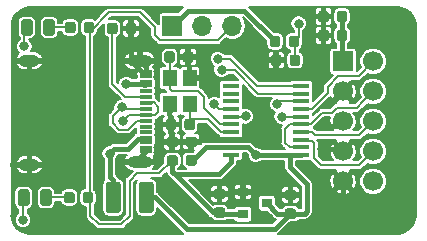
<source format=gbr>
G04 #@! TF.GenerationSoftware,KiCad,Pcbnew,(5.0.0)*
G04 #@! TF.CreationDate,2020-02-27T10:51:14+00:00*
G04 #@! TF.ProjectId,simpleJtag,73696D706C654A7461672E6B69636164,rev?*
G04 #@! TF.SameCoordinates,Original*
G04 #@! TF.FileFunction,Copper,L1,Top,Signal*
G04 #@! TF.FilePolarity,Positive*
%FSLAX46Y46*%
G04 Gerber Fmt 4.6, Leading zero omitted, Abs format (unit mm)*
G04 Created by KiCad (PCBNEW (5.0.0)) date 02/27/20 10:51:14*
%MOMM*%
%LPD*%
G01*
G04 APERTURE LIST*
G04 #@! TA.AperFunction,ComponentPad*
%ADD10C,1.700000*%
G04 #@! TD*
G04 #@! TA.AperFunction,ComponentPad*
%ADD11R,1.700000X1.700000*%
G04 #@! TD*
G04 #@! TA.AperFunction,SMDPad,CuDef*
%ADD12R,1.050000X0.300000*%
G04 #@! TD*
G04 #@! TA.AperFunction,ComponentPad*
%ADD13O,1.800000X1.000000*%
G04 #@! TD*
G04 #@! TA.AperFunction,ComponentPad*
%ADD14O,2.100000X1.000000*%
G04 #@! TD*
G04 #@! TA.AperFunction,SMDPad,CuDef*
%ADD15R,1.200000X1.400000*%
G04 #@! TD*
G04 #@! TA.AperFunction,Conductor*
%ADD16C,0.100000*%
G04 #@! TD*
G04 #@! TA.AperFunction,SMDPad,CuDef*
%ADD17C,1.250000*%
G04 #@! TD*
G04 #@! TA.AperFunction,SMDPad,CuDef*
%ADD18R,1.450000X0.450000*%
G04 #@! TD*
G04 #@! TA.AperFunction,SMDPad,CuDef*
%ADD19C,0.875000*%
G04 #@! TD*
G04 #@! TA.AperFunction,SMDPad,CuDef*
%ADD20C,0.975000*%
G04 #@! TD*
G04 #@! TA.AperFunction,ComponentPad*
%ADD21O,1.700000X1.700000*%
G04 #@! TD*
G04 #@! TA.AperFunction,SMDPad,CuDef*
%ADD22R,0.900000X0.800000*%
G04 #@! TD*
G04 #@! TA.AperFunction,ViaPad*
%ADD23C,0.800000*%
G04 #@! TD*
G04 #@! TA.AperFunction,Conductor*
%ADD24C,0.200000*%
G04 #@! TD*
G04 #@! TA.AperFunction,Conductor*
%ADD25C,0.400000*%
G04 #@! TD*
G04 APERTURE END LIST*
D10*
G04 #@! TO.P,J1,10*
G04 #@! TO.N,/J_RESET*
X164000000Y-68145000D03*
G04 #@! TO.P,J1,9*
G04 #@! TO.N,GND*
X161460000Y-68145000D03*
G04 #@! TO.P,J1,8*
G04 #@! TO.N,/TDI*
X164000000Y-65605000D03*
G04 #@! TO.P,J1,7*
G04 #@! TO.N,GND*
X161460000Y-65605000D03*
G04 #@! TO.P,J1,6*
G04 #@! TO.N,/TDO*
X164000000Y-63065000D03*
G04 #@! TO.P,J1,5*
G04 #@! TO.N,GND*
X161460000Y-63065000D03*
G04 #@! TO.P,J1,4*
G04 #@! TO.N,/TCK*
X164000000Y-60525000D03*
G04 #@! TO.P,J1,3*
G04 #@! TO.N,GND*
X161460000Y-60525000D03*
G04 #@! TO.P,J1,2*
G04 #@! TO.N,/TMS*
X164000000Y-57985000D03*
D11*
G04 #@! TO.P,J1,1*
G04 #@! TO.N,/TVCC*
X161460000Y-57985000D03*
G04 #@! TD*
D12*
G04 #@! TO.P,P1,B5*
G04 #@! TO.N,N/C*
X144750000Y-63995000D03*
G04 #@! TO.P,P1,A12*
G04 #@! TO.N,GND*
X144750000Y-65620000D03*
G04 #@! TO.P,P1,B1*
X144750000Y-65320000D03*
G04 #@! TO.P,P1,A9*
G04 #@! TO.N,Net-(F1-Pad2)*
X144750000Y-64820000D03*
G04 #@! TO.P,P1,B4*
X144750000Y-64520000D03*
G04 #@! TO.P,P1,A8*
G04 #@! TO.N,N/C*
X144750000Y-63520000D03*
G04 #@! TO.P,P1,B6*
G04 #@! TO.N,/USBD+*
X144750000Y-63020000D03*
G04 #@! TO.P,P1,A1*
G04 #@! TO.N,GND*
X144750000Y-58920000D03*
G04 #@! TO.P,P1,B12*
X144750000Y-59220000D03*
G04 #@! TO.P,P1,A4*
G04 #@! TO.N,Net-(F1-Pad2)*
X144750000Y-59720000D03*
G04 #@! TO.P,P1,B8*
G04 #@! TO.N,N/C*
X144750000Y-60520000D03*
G04 #@! TO.P,P1,B9*
G04 #@! TO.N,Net-(F1-Pad2)*
X144750000Y-60020000D03*
G04 #@! TO.P,P1,A5*
G04 #@! TO.N,Net-(P1-PadA5)*
X144750000Y-61020000D03*
G04 #@! TO.P,P1,B7*
G04 #@! TO.N,/USBD-*
X144750000Y-61520000D03*
G04 #@! TO.P,P1,A6*
G04 #@! TO.N,/USBD+*
X144750000Y-62020000D03*
D13*
G04 #@! TO.P,P1,S1*
G04 #@! TO.N,GND*
X134900000Y-57950000D03*
X134900000Y-66760000D03*
D14*
X144250000Y-66500000D03*
D12*
G04 #@! TO.P,P1,A7*
G04 #@! TO.N,/USBD-*
X144750000Y-62520000D03*
D14*
G04 #@! TO.P,P1,S1*
G04 #@! TO.N,GND*
X144250000Y-57950000D03*
G04 #@! TD*
D15*
G04 #@! TO.P,Y1,1*
G04 #@! TO.N,Net-(C8-Pad1)*
X146769000Y-59425000D03*
G04 #@! TO.P,Y1,2*
G04 #@! TO.N,GND*
X146769000Y-61625000D03*
G04 #@! TO.P,Y1,3*
G04 #@! TO.N,Net-(C9-Pad1)*
X148469000Y-61625000D03*
G04 #@! TO.P,Y1,4*
G04 #@! TO.N,GND*
X148469000Y-59425000D03*
G04 #@! TD*
D16*
G04 #@! TO.N,VBUS*
G04 #@! TO.C,F1*
G36*
X145199504Y-68176204D02*
X145223773Y-68179804D01*
X145247571Y-68185765D01*
X145270671Y-68194030D01*
X145292849Y-68204520D01*
X145313893Y-68217133D01*
X145333598Y-68231747D01*
X145351777Y-68248223D01*
X145368253Y-68266402D01*
X145382867Y-68286107D01*
X145395480Y-68307151D01*
X145405970Y-68329329D01*
X145414235Y-68352429D01*
X145420196Y-68376227D01*
X145423796Y-68400496D01*
X145425000Y-68425000D01*
X145425000Y-70575000D01*
X145423796Y-70599504D01*
X145420196Y-70623773D01*
X145414235Y-70647571D01*
X145405970Y-70670671D01*
X145395480Y-70692849D01*
X145382867Y-70713893D01*
X145368253Y-70733598D01*
X145351777Y-70751777D01*
X145333598Y-70768253D01*
X145313893Y-70782867D01*
X145292849Y-70795480D01*
X145270671Y-70805970D01*
X145247571Y-70814235D01*
X145223773Y-70820196D01*
X145199504Y-70823796D01*
X145175000Y-70825000D01*
X144425000Y-70825000D01*
X144400496Y-70823796D01*
X144376227Y-70820196D01*
X144352429Y-70814235D01*
X144329329Y-70805970D01*
X144307151Y-70795480D01*
X144286107Y-70782867D01*
X144266402Y-70768253D01*
X144248223Y-70751777D01*
X144231747Y-70733598D01*
X144217133Y-70713893D01*
X144204520Y-70692849D01*
X144194030Y-70670671D01*
X144185765Y-70647571D01*
X144179804Y-70623773D01*
X144176204Y-70599504D01*
X144175000Y-70575000D01*
X144175000Y-68425000D01*
X144176204Y-68400496D01*
X144179804Y-68376227D01*
X144185765Y-68352429D01*
X144194030Y-68329329D01*
X144204520Y-68307151D01*
X144217133Y-68286107D01*
X144231747Y-68266402D01*
X144248223Y-68248223D01*
X144266402Y-68231747D01*
X144286107Y-68217133D01*
X144307151Y-68204520D01*
X144329329Y-68194030D01*
X144352429Y-68185765D01*
X144376227Y-68179804D01*
X144400496Y-68176204D01*
X144425000Y-68175000D01*
X145175000Y-68175000D01*
X145199504Y-68176204D01*
X145199504Y-68176204D01*
G37*
D17*
G04 #@! TD*
G04 #@! TO.P,F1,1*
G04 #@! TO.N,VBUS*
X144800000Y-69500000D03*
D16*
G04 #@! TO.N,Net-(F1-Pad2)*
G04 #@! TO.C,F1*
G36*
X142399504Y-68176204D02*
X142423773Y-68179804D01*
X142447571Y-68185765D01*
X142470671Y-68194030D01*
X142492849Y-68204520D01*
X142513893Y-68217133D01*
X142533598Y-68231747D01*
X142551777Y-68248223D01*
X142568253Y-68266402D01*
X142582867Y-68286107D01*
X142595480Y-68307151D01*
X142605970Y-68329329D01*
X142614235Y-68352429D01*
X142620196Y-68376227D01*
X142623796Y-68400496D01*
X142625000Y-68425000D01*
X142625000Y-70575000D01*
X142623796Y-70599504D01*
X142620196Y-70623773D01*
X142614235Y-70647571D01*
X142605970Y-70670671D01*
X142595480Y-70692849D01*
X142582867Y-70713893D01*
X142568253Y-70733598D01*
X142551777Y-70751777D01*
X142533598Y-70768253D01*
X142513893Y-70782867D01*
X142492849Y-70795480D01*
X142470671Y-70805970D01*
X142447571Y-70814235D01*
X142423773Y-70820196D01*
X142399504Y-70823796D01*
X142375000Y-70825000D01*
X141625000Y-70825000D01*
X141600496Y-70823796D01*
X141576227Y-70820196D01*
X141552429Y-70814235D01*
X141529329Y-70805970D01*
X141507151Y-70795480D01*
X141486107Y-70782867D01*
X141466402Y-70768253D01*
X141448223Y-70751777D01*
X141431747Y-70733598D01*
X141417133Y-70713893D01*
X141404520Y-70692849D01*
X141394030Y-70670671D01*
X141385765Y-70647571D01*
X141379804Y-70623773D01*
X141376204Y-70599504D01*
X141375000Y-70575000D01*
X141375000Y-68425000D01*
X141376204Y-68400496D01*
X141379804Y-68376227D01*
X141385765Y-68352429D01*
X141394030Y-68329329D01*
X141404520Y-68307151D01*
X141417133Y-68286107D01*
X141431747Y-68266402D01*
X141448223Y-68248223D01*
X141466402Y-68231747D01*
X141486107Y-68217133D01*
X141507151Y-68204520D01*
X141529329Y-68194030D01*
X141552429Y-68185765D01*
X141576227Y-68179804D01*
X141600496Y-68176204D01*
X141625000Y-68175000D01*
X142375000Y-68175000D01*
X142399504Y-68176204D01*
X142399504Y-68176204D01*
G37*
D17*
G04 #@! TD*
G04 #@! TO.P,F1,2*
G04 #@! TO.N,Net-(F1-Pad2)*
X142000000Y-69500000D03*
D18*
G04 #@! TO.P,U2,20*
G04 #@! TO.N,+3V3*
X151969000Y-65925000D03*
G04 #@! TO.P,U2,19*
G04 #@! TO.N,VBUS*
X151969000Y-65275000D03*
G04 #@! TO.P,U2,18*
G04 #@! TO.N,GND*
X151969000Y-64625000D03*
G04 #@! TO.P,U2,17*
G04 #@! TO.N,Net-(C9-Pad1)*
X151969000Y-63975000D03*
G04 #@! TO.P,U2,16*
G04 #@! TO.N,Net-(C8-Pad1)*
X151969000Y-63325000D03*
G04 #@! TO.P,U2,15*
G04 #@! TO.N,/USBD-*
X151969000Y-62675000D03*
G04 #@! TO.P,U2,14*
G04 #@! TO.N,/USBD+*
X151969000Y-62025000D03*
G04 #@! TO.P,U2,13*
G04 #@! TO.N,Net-(U2-Pad13)*
X151969000Y-61375000D03*
G04 #@! TO.P,U2,12*
G04 #@! TO.N,Net-(U2-Pad12)*
X151969000Y-60725000D03*
G04 #@! TO.P,U2,11*
G04 #@! TO.N,N/C*
X151969000Y-60075000D03*
G04 #@! TO.P,U2,10*
G04 #@! TO.N,Net-(D1-Pad1)*
X157869000Y-60075000D03*
G04 #@! TO.P,U2,9*
G04 #@! TO.N,Net-(D2-Pad1)*
X157869000Y-60725000D03*
G04 #@! TO.P,U2,8*
G04 #@! TO.N,/J_RESET*
X157869000Y-61375000D03*
G04 #@! TO.P,U2,7*
G04 #@! TO.N,/TMS*
X157869000Y-62025000D03*
G04 #@! TO.P,U2,6*
G04 #@! TO.N,/RESET*
X157869000Y-62675000D03*
G04 #@! TO.P,U2,5*
G04 #@! TO.N,/TCK*
X157869000Y-63325000D03*
G04 #@! TO.P,U2,4*
G04 #@! TO.N,/TDO*
X157869000Y-63975000D03*
G04 #@! TO.P,U2,3*
G04 #@! TO.N,/TDI*
X157869000Y-64625000D03*
G04 #@! TO.P,U2,2*
G04 #@! TO.N,/TCK*
X157869000Y-65275000D03*
G04 #@! TO.P,U2,1*
G04 #@! TO.N,VBUS*
X157869000Y-65925000D03*
G04 #@! TD*
D16*
G04 #@! TO.N,VBUS*
G04 #@! TO.C,C1*
G36*
X157277691Y-70451053D02*
X157298926Y-70454203D01*
X157319750Y-70459419D01*
X157339962Y-70466651D01*
X157359368Y-70475830D01*
X157377781Y-70486866D01*
X157395024Y-70499654D01*
X157410930Y-70514070D01*
X157425346Y-70529976D01*
X157438134Y-70547219D01*
X157449170Y-70565632D01*
X157458349Y-70585038D01*
X157465581Y-70605250D01*
X157470797Y-70626074D01*
X157473947Y-70647309D01*
X157475000Y-70668750D01*
X157475000Y-71106250D01*
X157473947Y-71127691D01*
X157470797Y-71148926D01*
X157465581Y-71169750D01*
X157458349Y-71189962D01*
X157449170Y-71209368D01*
X157438134Y-71227781D01*
X157425346Y-71245024D01*
X157410930Y-71260930D01*
X157395024Y-71275346D01*
X157377781Y-71288134D01*
X157359368Y-71299170D01*
X157339962Y-71308349D01*
X157319750Y-71315581D01*
X157298926Y-71320797D01*
X157277691Y-71323947D01*
X157256250Y-71325000D01*
X156743750Y-71325000D01*
X156722309Y-71323947D01*
X156701074Y-71320797D01*
X156680250Y-71315581D01*
X156660038Y-71308349D01*
X156640632Y-71299170D01*
X156622219Y-71288134D01*
X156604976Y-71275346D01*
X156589070Y-71260930D01*
X156574654Y-71245024D01*
X156561866Y-71227781D01*
X156550830Y-71209368D01*
X156541651Y-71189962D01*
X156534419Y-71169750D01*
X156529203Y-71148926D01*
X156526053Y-71127691D01*
X156525000Y-71106250D01*
X156525000Y-70668750D01*
X156526053Y-70647309D01*
X156529203Y-70626074D01*
X156534419Y-70605250D01*
X156541651Y-70585038D01*
X156550830Y-70565632D01*
X156561866Y-70547219D01*
X156574654Y-70529976D01*
X156589070Y-70514070D01*
X156604976Y-70499654D01*
X156622219Y-70486866D01*
X156640632Y-70475830D01*
X156660038Y-70466651D01*
X156680250Y-70459419D01*
X156701074Y-70454203D01*
X156722309Y-70451053D01*
X156743750Y-70450000D01*
X157256250Y-70450000D01*
X157277691Y-70451053D01*
X157277691Y-70451053D01*
G37*
D19*
G04 #@! TD*
G04 #@! TO.P,C1,1*
G04 #@! TO.N,VBUS*
X157000000Y-70887500D03*
D16*
G04 #@! TO.N,GND*
G04 #@! TO.C,C1*
G36*
X157277691Y-68876053D02*
X157298926Y-68879203D01*
X157319750Y-68884419D01*
X157339962Y-68891651D01*
X157359368Y-68900830D01*
X157377781Y-68911866D01*
X157395024Y-68924654D01*
X157410930Y-68939070D01*
X157425346Y-68954976D01*
X157438134Y-68972219D01*
X157449170Y-68990632D01*
X157458349Y-69010038D01*
X157465581Y-69030250D01*
X157470797Y-69051074D01*
X157473947Y-69072309D01*
X157475000Y-69093750D01*
X157475000Y-69531250D01*
X157473947Y-69552691D01*
X157470797Y-69573926D01*
X157465581Y-69594750D01*
X157458349Y-69614962D01*
X157449170Y-69634368D01*
X157438134Y-69652781D01*
X157425346Y-69670024D01*
X157410930Y-69685930D01*
X157395024Y-69700346D01*
X157377781Y-69713134D01*
X157359368Y-69724170D01*
X157339962Y-69733349D01*
X157319750Y-69740581D01*
X157298926Y-69745797D01*
X157277691Y-69748947D01*
X157256250Y-69750000D01*
X156743750Y-69750000D01*
X156722309Y-69748947D01*
X156701074Y-69745797D01*
X156680250Y-69740581D01*
X156660038Y-69733349D01*
X156640632Y-69724170D01*
X156622219Y-69713134D01*
X156604976Y-69700346D01*
X156589070Y-69685930D01*
X156574654Y-69670024D01*
X156561866Y-69652781D01*
X156550830Y-69634368D01*
X156541651Y-69614962D01*
X156534419Y-69594750D01*
X156529203Y-69573926D01*
X156526053Y-69552691D01*
X156525000Y-69531250D01*
X156525000Y-69093750D01*
X156526053Y-69072309D01*
X156529203Y-69051074D01*
X156534419Y-69030250D01*
X156541651Y-69010038D01*
X156550830Y-68990632D01*
X156561866Y-68972219D01*
X156574654Y-68954976D01*
X156589070Y-68939070D01*
X156604976Y-68924654D01*
X156622219Y-68911866D01*
X156640632Y-68900830D01*
X156660038Y-68891651D01*
X156680250Y-68884419D01*
X156701074Y-68879203D01*
X156722309Y-68876053D01*
X156743750Y-68875000D01*
X157256250Y-68875000D01*
X157277691Y-68876053D01*
X157277691Y-68876053D01*
G37*
D19*
G04 #@! TD*
G04 #@! TO.P,C1,2*
G04 #@! TO.N,GND*
X157000000Y-69312500D03*
D16*
G04 #@! TO.N,GND*
G04 #@! TO.C,C2*
G36*
X151277691Y-68776053D02*
X151298926Y-68779203D01*
X151319750Y-68784419D01*
X151339962Y-68791651D01*
X151359368Y-68800830D01*
X151377781Y-68811866D01*
X151395024Y-68824654D01*
X151410930Y-68839070D01*
X151425346Y-68854976D01*
X151438134Y-68872219D01*
X151449170Y-68890632D01*
X151458349Y-68910038D01*
X151465581Y-68930250D01*
X151470797Y-68951074D01*
X151473947Y-68972309D01*
X151475000Y-68993750D01*
X151475000Y-69431250D01*
X151473947Y-69452691D01*
X151470797Y-69473926D01*
X151465581Y-69494750D01*
X151458349Y-69514962D01*
X151449170Y-69534368D01*
X151438134Y-69552781D01*
X151425346Y-69570024D01*
X151410930Y-69585930D01*
X151395024Y-69600346D01*
X151377781Y-69613134D01*
X151359368Y-69624170D01*
X151339962Y-69633349D01*
X151319750Y-69640581D01*
X151298926Y-69645797D01*
X151277691Y-69648947D01*
X151256250Y-69650000D01*
X150743750Y-69650000D01*
X150722309Y-69648947D01*
X150701074Y-69645797D01*
X150680250Y-69640581D01*
X150660038Y-69633349D01*
X150640632Y-69624170D01*
X150622219Y-69613134D01*
X150604976Y-69600346D01*
X150589070Y-69585930D01*
X150574654Y-69570024D01*
X150561866Y-69552781D01*
X150550830Y-69534368D01*
X150541651Y-69514962D01*
X150534419Y-69494750D01*
X150529203Y-69473926D01*
X150526053Y-69452691D01*
X150525000Y-69431250D01*
X150525000Y-68993750D01*
X150526053Y-68972309D01*
X150529203Y-68951074D01*
X150534419Y-68930250D01*
X150541651Y-68910038D01*
X150550830Y-68890632D01*
X150561866Y-68872219D01*
X150574654Y-68854976D01*
X150589070Y-68839070D01*
X150604976Y-68824654D01*
X150622219Y-68811866D01*
X150640632Y-68800830D01*
X150660038Y-68791651D01*
X150680250Y-68784419D01*
X150701074Y-68779203D01*
X150722309Y-68776053D01*
X150743750Y-68775000D01*
X151256250Y-68775000D01*
X151277691Y-68776053D01*
X151277691Y-68776053D01*
G37*
D19*
G04 #@! TD*
G04 #@! TO.P,C2,2*
G04 #@! TO.N,GND*
X151000000Y-69212500D03*
D16*
G04 #@! TO.N,+3V3*
G04 #@! TO.C,C2*
G36*
X151277691Y-70351053D02*
X151298926Y-70354203D01*
X151319750Y-70359419D01*
X151339962Y-70366651D01*
X151359368Y-70375830D01*
X151377781Y-70386866D01*
X151395024Y-70399654D01*
X151410930Y-70414070D01*
X151425346Y-70429976D01*
X151438134Y-70447219D01*
X151449170Y-70465632D01*
X151458349Y-70485038D01*
X151465581Y-70505250D01*
X151470797Y-70526074D01*
X151473947Y-70547309D01*
X151475000Y-70568750D01*
X151475000Y-71006250D01*
X151473947Y-71027691D01*
X151470797Y-71048926D01*
X151465581Y-71069750D01*
X151458349Y-71089962D01*
X151449170Y-71109368D01*
X151438134Y-71127781D01*
X151425346Y-71145024D01*
X151410930Y-71160930D01*
X151395024Y-71175346D01*
X151377781Y-71188134D01*
X151359368Y-71199170D01*
X151339962Y-71208349D01*
X151319750Y-71215581D01*
X151298926Y-71220797D01*
X151277691Y-71223947D01*
X151256250Y-71225000D01*
X150743750Y-71225000D01*
X150722309Y-71223947D01*
X150701074Y-71220797D01*
X150680250Y-71215581D01*
X150660038Y-71208349D01*
X150640632Y-71199170D01*
X150622219Y-71188134D01*
X150604976Y-71175346D01*
X150589070Y-71160930D01*
X150574654Y-71145024D01*
X150561866Y-71127781D01*
X150550830Y-71109368D01*
X150541651Y-71089962D01*
X150534419Y-71069750D01*
X150529203Y-71048926D01*
X150526053Y-71027691D01*
X150525000Y-71006250D01*
X150525000Y-70568750D01*
X150526053Y-70547309D01*
X150529203Y-70526074D01*
X150534419Y-70505250D01*
X150541651Y-70485038D01*
X150550830Y-70465632D01*
X150561866Y-70447219D01*
X150574654Y-70429976D01*
X150589070Y-70414070D01*
X150604976Y-70399654D01*
X150622219Y-70386866D01*
X150640632Y-70375830D01*
X150660038Y-70366651D01*
X150680250Y-70359419D01*
X150701074Y-70354203D01*
X150722309Y-70351053D01*
X150743750Y-70350000D01*
X151256250Y-70350000D01*
X151277691Y-70351053D01*
X151277691Y-70351053D01*
G37*
D19*
G04 #@! TD*
G04 #@! TO.P,C2,1*
G04 #@! TO.N,+3V3*
X151000000Y-70787500D03*
D16*
G04 #@! TO.N,+3V3*
G04 #@! TO.C,C3*
G36*
X147277691Y-65951053D02*
X147298926Y-65954203D01*
X147319750Y-65959419D01*
X147339962Y-65966651D01*
X147359368Y-65975830D01*
X147377781Y-65986866D01*
X147395024Y-65999654D01*
X147410930Y-66014070D01*
X147425346Y-66029976D01*
X147438134Y-66047219D01*
X147449170Y-66065632D01*
X147458349Y-66085038D01*
X147465581Y-66105250D01*
X147470797Y-66126074D01*
X147473947Y-66147309D01*
X147475000Y-66168750D01*
X147475000Y-66606250D01*
X147473947Y-66627691D01*
X147470797Y-66648926D01*
X147465581Y-66669750D01*
X147458349Y-66689962D01*
X147449170Y-66709368D01*
X147438134Y-66727781D01*
X147425346Y-66745024D01*
X147410930Y-66760930D01*
X147395024Y-66775346D01*
X147377781Y-66788134D01*
X147359368Y-66799170D01*
X147339962Y-66808349D01*
X147319750Y-66815581D01*
X147298926Y-66820797D01*
X147277691Y-66823947D01*
X147256250Y-66825000D01*
X146743750Y-66825000D01*
X146722309Y-66823947D01*
X146701074Y-66820797D01*
X146680250Y-66815581D01*
X146660038Y-66808349D01*
X146640632Y-66799170D01*
X146622219Y-66788134D01*
X146604976Y-66775346D01*
X146589070Y-66760930D01*
X146574654Y-66745024D01*
X146561866Y-66727781D01*
X146550830Y-66709368D01*
X146541651Y-66689962D01*
X146534419Y-66669750D01*
X146529203Y-66648926D01*
X146526053Y-66627691D01*
X146525000Y-66606250D01*
X146525000Y-66168750D01*
X146526053Y-66147309D01*
X146529203Y-66126074D01*
X146534419Y-66105250D01*
X146541651Y-66085038D01*
X146550830Y-66065632D01*
X146561866Y-66047219D01*
X146574654Y-66029976D01*
X146589070Y-66014070D01*
X146604976Y-65999654D01*
X146622219Y-65986866D01*
X146640632Y-65975830D01*
X146660038Y-65966651D01*
X146680250Y-65959419D01*
X146701074Y-65954203D01*
X146722309Y-65951053D01*
X146743750Y-65950000D01*
X147256250Y-65950000D01*
X147277691Y-65951053D01*
X147277691Y-65951053D01*
G37*
D19*
G04 #@! TD*
G04 #@! TO.P,C3,1*
G04 #@! TO.N,+3V3*
X147000000Y-66387500D03*
D16*
G04 #@! TO.N,GND*
G04 #@! TO.C,C3*
G36*
X147277691Y-64376053D02*
X147298926Y-64379203D01*
X147319750Y-64384419D01*
X147339962Y-64391651D01*
X147359368Y-64400830D01*
X147377781Y-64411866D01*
X147395024Y-64424654D01*
X147410930Y-64439070D01*
X147425346Y-64454976D01*
X147438134Y-64472219D01*
X147449170Y-64490632D01*
X147458349Y-64510038D01*
X147465581Y-64530250D01*
X147470797Y-64551074D01*
X147473947Y-64572309D01*
X147475000Y-64593750D01*
X147475000Y-65031250D01*
X147473947Y-65052691D01*
X147470797Y-65073926D01*
X147465581Y-65094750D01*
X147458349Y-65114962D01*
X147449170Y-65134368D01*
X147438134Y-65152781D01*
X147425346Y-65170024D01*
X147410930Y-65185930D01*
X147395024Y-65200346D01*
X147377781Y-65213134D01*
X147359368Y-65224170D01*
X147339962Y-65233349D01*
X147319750Y-65240581D01*
X147298926Y-65245797D01*
X147277691Y-65248947D01*
X147256250Y-65250000D01*
X146743750Y-65250000D01*
X146722309Y-65248947D01*
X146701074Y-65245797D01*
X146680250Y-65240581D01*
X146660038Y-65233349D01*
X146640632Y-65224170D01*
X146622219Y-65213134D01*
X146604976Y-65200346D01*
X146589070Y-65185930D01*
X146574654Y-65170024D01*
X146561866Y-65152781D01*
X146550830Y-65134368D01*
X146541651Y-65114962D01*
X146534419Y-65094750D01*
X146529203Y-65073926D01*
X146526053Y-65052691D01*
X146525000Y-65031250D01*
X146525000Y-64593750D01*
X146526053Y-64572309D01*
X146529203Y-64551074D01*
X146534419Y-64530250D01*
X146541651Y-64510038D01*
X146550830Y-64490632D01*
X146561866Y-64472219D01*
X146574654Y-64454976D01*
X146589070Y-64439070D01*
X146604976Y-64424654D01*
X146622219Y-64411866D01*
X146640632Y-64400830D01*
X146660038Y-64391651D01*
X146680250Y-64384419D01*
X146701074Y-64379203D01*
X146722309Y-64376053D01*
X146743750Y-64375000D01*
X147256250Y-64375000D01*
X147277691Y-64376053D01*
X147277691Y-64376053D01*
G37*
D19*
G04 #@! TD*
G04 #@! TO.P,C3,2*
G04 #@! TO.N,GND*
X147000000Y-64812500D03*
D16*
G04 #@! TO.N,GND*
G04 #@! TO.C,C4*
G36*
X148877691Y-64363553D02*
X148898926Y-64366703D01*
X148919750Y-64371919D01*
X148939962Y-64379151D01*
X148959368Y-64388330D01*
X148977781Y-64399366D01*
X148995024Y-64412154D01*
X149010930Y-64426570D01*
X149025346Y-64442476D01*
X149038134Y-64459719D01*
X149049170Y-64478132D01*
X149058349Y-64497538D01*
X149065581Y-64517750D01*
X149070797Y-64538574D01*
X149073947Y-64559809D01*
X149075000Y-64581250D01*
X149075000Y-65018750D01*
X149073947Y-65040191D01*
X149070797Y-65061426D01*
X149065581Y-65082250D01*
X149058349Y-65102462D01*
X149049170Y-65121868D01*
X149038134Y-65140281D01*
X149025346Y-65157524D01*
X149010930Y-65173430D01*
X148995024Y-65187846D01*
X148977781Y-65200634D01*
X148959368Y-65211670D01*
X148939962Y-65220849D01*
X148919750Y-65228081D01*
X148898926Y-65233297D01*
X148877691Y-65236447D01*
X148856250Y-65237500D01*
X148343750Y-65237500D01*
X148322309Y-65236447D01*
X148301074Y-65233297D01*
X148280250Y-65228081D01*
X148260038Y-65220849D01*
X148240632Y-65211670D01*
X148222219Y-65200634D01*
X148204976Y-65187846D01*
X148189070Y-65173430D01*
X148174654Y-65157524D01*
X148161866Y-65140281D01*
X148150830Y-65121868D01*
X148141651Y-65102462D01*
X148134419Y-65082250D01*
X148129203Y-65061426D01*
X148126053Y-65040191D01*
X148125000Y-65018750D01*
X148125000Y-64581250D01*
X148126053Y-64559809D01*
X148129203Y-64538574D01*
X148134419Y-64517750D01*
X148141651Y-64497538D01*
X148150830Y-64478132D01*
X148161866Y-64459719D01*
X148174654Y-64442476D01*
X148189070Y-64426570D01*
X148204976Y-64412154D01*
X148222219Y-64399366D01*
X148240632Y-64388330D01*
X148260038Y-64379151D01*
X148280250Y-64371919D01*
X148301074Y-64366703D01*
X148322309Y-64363553D01*
X148343750Y-64362500D01*
X148856250Y-64362500D01*
X148877691Y-64363553D01*
X148877691Y-64363553D01*
G37*
D19*
G04 #@! TD*
G04 #@! TO.P,C4,2*
G04 #@! TO.N,GND*
X148600000Y-64800000D03*
D16*
G04 #@! TO.N,VBUS*
G04 #@! TO.C,C4*
G36*
X148877691Y-65938553D02*
X148898926Y-65941703D01*
X148919750Y-65946919D01*
X148939962Y-65954151D01*
X148959368Y-65963330D01*
X148977781Y-65974366D01*
X148995024Y-65987154D01*
X149010930Y-66001570D01*
X149025346Y-66017476D01*
X149038134Y-66034719D01*
X149049170Y-66053132D01*
X149058349Y-66072538D01*
X149065581Y-66092750D01*
X149070797Y-66113574D01*
X149073947Y-66134809D01*
X149075000Y-66156250D01*
X149075000Y-66593750D01*
X149073947Y-66615191D01*
X149070797Y-66636426D01*
X149065581Y-66657250D01*
X149058349Y-66677462D01*
X149049170Y-66696868D01*
X149038134Y-66715281D01*
X149025346Y-66732524D01*
X149010930Y-66748430D01*
X148995024Y-66762846D01*
X148977781Y-66775634D01*
X148959368Y-66786670D01*
X148939962Y-66795849D01*
X148919750Y-66803081D01*
X148898926Y-66808297D01*
X148877691Y-66811447D01*
X148856250Y-66812500D01*
X148343750Y-66812500D01*
X148322309Y-66811447D01*
X148301074Y-66808297D01*
X148280250Y-66803081D01*
X148260038Y-66795849D01*
X148240632Y-66786670D01*
X148222219Y-66775634D01*
X148204976Y-66762846D01*
X148189070Y-66748430D01*
X148174654Y-66732524D01*
X148161866Y-66715281D01*
X148150830Y-66696868D01*
X148141651Y-66677462D01*
X148134419Y-66657250D01*
X148129203Y-66636426D01*
X148126053Y-66615191D01*
X148125000Y-66593750D01*
X148125000Y-66156250D01*
X148126053Y-66134809D01*
X148129203Y-66113574D01*
X148134419Y-66092750D01*
X148141651Y-66072538D01*
X148150830Y-66053132D01*
X148161866Y-66034719D01*
X148174654Y-66017476D01*
X148189070Y-66001570D01*
X148204976Y-65987154D01*
X148222219Y-65974366D01*
X148240632Y-65963330D01*
X148260038Y-65954151D01*
X148280250Y-65946919D01*
X148301074Y-65941703D01*
X148322309Y-65938553D01*
X148343750Y-65937500D01*
X148856250Y-65937500D01*
X148877691Y-65938553D01*
X148877691Y-65938553D01*
G37*
D19*
G04 #@! TD*
G04 #@! TO.P,C4,1*
G04 #@! TO.N,VBUS*
X148600000Y-66375000D03*
D16*
G04 #@! TO.N,/TVCC*
G04 #@! TO.C,C5*
G36*
X161615191Y-53726053D02*
X161636426Y-53729203D01*
X161657250Y-53734419D01*
X161677462Y-53741651D01*
X161696868Y-53750830D01*
X161715281Y-53761866D01*
X161732524Y-53774654D01*
X161748430Y-53789070D01*
X161762846Y-53804976D01*
X161775634Y-53822219D01*
X161786670Y-53840632D01*
X161795849Y-53860038D01*
X161803081Y-53880250D01*
X161808297Y-53901074D01*
X161811447Y-53922309D01*
X161812500Y-53943750D01*
X161812500Y-54456250D01*
X161811447Y-54477691D01*
X161808297Y-54498926D01*
X161803081Y-54519750D01*
X161795849Y-54539962D01*
X161786670Y-54559368D01*
X161775634Y-54577781D01*
X161762846Y-54595024D01*
X161748430Y-54610930D01*
X161732524Y-54625346D01*
X161715281Y-54638134D01*
X161696868Y-54649170D01*
X161677462Y-54658349D01*
X161657250Y-54665581D01*
X161636426Y-54670797D01*
X161615191Y-54673947D01*
X161593750Y-54675000D01*
X161156250Y-54675000D01*
X161134809Y-54673947D01*
X161113574Y-54670797D01*
X161092750Y-54665581D01*
X161072538Y-54658349D01*
X161053132Y-54649170D01*
X161034719Y-54638134D01*
X161017476Y-54625346D01*
X161001570Y-54610930D01*
X160987154Y-54595024D01*
X160974366Y-54577781D01*
X160963330Y-54559368D01*
X160954151Y-54539962D01*
X160946919Y-54519750D01*
X160941703Y-54498926D01*
X160938553Y-54477691D01*
X160937500Y-54456250D01*
X160937500Y-53943750D01*
X160938553Y-53922309D01*
X160941703Y-53901074D01*
X160946919Y-53880250D01*
X160954151Y-53860038D01*
X160963330Y-53840632D01*
X160974366Y-53822219D01*
X160987154Y-53804976D01*
X161001570Y-53789070D01*
X161017476Y-53774654D01*
X161034719Y-53761866D01*
X161053132Y-53750830D01*
X161072538Y-53741651D01*
X161092750Y-53734419D01*
X161113574Y-53729203D01*
X161134809Y-53726053D01*
X161156250Y-53725000D01*
X161593750Y-53725000D01*
X161615191Y-53726053D01*
X161615191Y-53726053D01*
G37*
D19*
G04 #@! TD*
G04 #@! TO.P,C5,1*
G04 #@! TO.N,/TVCC*
X161375000Y-54200000D03*
D16*
G04 #@! TO.N,GND*
G04 #@! TO.C,C5*
G36*
X160040191Y-53726053D02*
X160061426Y-53729203D01*
X160082250Y-53734419D01*
X160102462Y-53741651D01*
X160121868Y-53750830D01*
X160140281Y-53761866D01*
X160157524Y-53774654D01*
X160173430Y-53789070D01*
X160187846Y-53804976D01*
X160200634Y-53822219D01*
X160211670Y-53840632D01*
X160220849Y-53860038D01*
X160228081Y-53880250D01*
X160233297Y-53901074D01*
X160236447Y-53922309D01*
X160237500Y-53943750D01*
X160237500Y-54456250D01*
X160236447Y-54477691D01*
X160233297Y-54498926D01*
X160228081Y-54519750D01*
X160220849Y-54539962D01*
X160211670Y-54559368D01*
X160200634Y-54577781D01*
X160187846Y-54595024D01*
X160173430Y-54610930D01*
X160157524Y-54625346D01*
X160140281Y-54638134D01*
X160121868Y-54649170D01*
X160102462Y-54658349D01*
X160082250Y-54665581D01*
X160061426Y-54670797D01*
X160040191Y-54673947D01*
X160018750Y-54675000D01*
X159581250Y-54675000D01*
X159559809Y-54673947D01*
X159538574Y-54670797D01*
X159517750Y-54665581D01*
X159497538Y-54658349D01*
X159478132Y-54649170D01*
X159459719Y-54638134D01*
X159442476Y-54625346D01*
X159426570Y-54610930D01*
X159412154Y-54595024D01*
X159399366Y-54577781D01*
X159388330Y-54559368D01*
X159379151Y-54539962D01*
X159371919Y-54519750D01*
X159366703Y-54498926D01*
X159363553Y-54477691D01*
X159362500Y-54456250D01*
X159362500Y-53943750D01*
X159363553Y-53922309D01*
X159366703Y-53901074D01*
X159371919Y-53880250D01*
X159379151Y-53860038D01*
X159388330Y-53840632D01*
X159399366Y-53822219D01*
X159412154Y-53804976D01*
X159426570Y-53789070D01*
X159442476Y-53774654D01*
X159459719Y-53761866D01*
X159478132Y-53750830D01*
X159497538Y-53741651D01*
X159517750Y-53734419D01*
X159538574Y-53729203D01*
X159559809Y-53726053D01*
X159581250Y-53725000D01*
X160018750Y-53725000D01*
X160040191Y-53726053D01*
X160040191Y-53726053D01*
G37*
D19*
G04 #@! TD*
G04 #@! TO.P,C5,2*
G04 #@! TO.N,GND*
X159800000Y-54200000D03*
D16*
G04 #@! TO.N,/TVCC*
G04 #@! TO.C,C6*
G36*
X161627691Y-55326053D02*
X161648926Y-55329203D01*
X161669750Y-55334419D01*
X161689962Y-55341651D01*
X161709368Y-55350830D01*
X161727781Y-55361866D01*
X161745024Y-55374654D01*
X161760930Y-55389070D01*
X161775346Y-55404976D01*
X161788134Y-55422219D01*
X161799170Y-55440632D01*
X161808349Y-55460038D01*
X161815581Y-55480250D01*
X161820797Y-55501074D01*
X161823947Y-55522309D01*
X161825000Y-55543750D01*
X161825000Y-56056250D01*
X161823947Y-56077691D01*
X161820797Y-56098926D01*
X161815581Y-56119750D01*
X161808349Y-56139962D01*
X161799170Y-56159368D01*
X161788134Y-56177781D01*
X161775346Y-56195024D01*
X161760930Y-56210930D01*
X161745024Y-56225346D01*
X161727781Y-56238134D01*
X161709368Y-56249170D01*
X161689962Y-56258349D01*
X161669750Y-56265581D01*
X161648926Y-56270797D01*
X161627691Y-56273947D01*
X161606250Y-56275000D01*
X161168750Y-56275000D01*
X161147309Y-56273947D01*
X161126074Y-56270797D01*
X161105250Y-56265581D01*
X161085038Y-56258349D01*
X161065632Y-56249170D01*
X161047219Y-56238134D01*
X161029976Y-56225346D01*
X161014070Y-56210930D01*
X160999654Y-56195024D01*
X160986866Y-56177781D01*
X160975830Y-56159368D01*
X160966651Y-56139962D01*
X160959419Y-56119750D01*
X160954203Y-56098926D01*
X160951053Y-56077691D01*
X160950000Y-56056250D01*
X160950000Y-55543750D01*
X160951053Y-55522309D01*
X160954203Y-55501074D01*
X160959419Y-55480250D01*
X160966651Y-55460038D01*
X160975830Y-55440632D01*
X160986866Y-55422219D01*
X160999654Y-55404976D01*
X161014070Y-55389070D01*
X161029976Y-55374654D01*
X161047219Y-55361866D01*
X161065632Y-55350830D01*
X161085038Y-55341651D01*
X161105250Y-55334419D01*
X161126074Y-55329203D01*
X161147309Y-55326053D01*
X161168750Y-55325000D01*
X161606250Y-55325000D01*
X161627691Y-55326053D01*
X161627691Y-55326053D01*
G37*
D19*
G04 #@! TD*
G04 #@! TO.P,C6,1*
G04 #@! TO.N,/TVCC*
X161387500Y-55800000D03*
D16*
G04 #@! TO.N,GND*
G04 #@! TO.C,C6*
G36*
X160052691Y-55326053D02*
X160073926Y-55329203D01*
X160094750Y-55334419D01*
X160114962Y-55341651D01*
X160134368Y-55350830D01*
X160152781Y-55361866D01*
X160170024Y-55374654D01*
X160185930Y-55389070D01*
X160200346Y-55404976D01*
X160213134Y-55422219D01*
X160224170Y-55440632D01*
X160233349Y-55460038D01*
X160240581Y-55480250D01*
X160245797Y-55501074D01*
X160248947Y-55522309D01*
X160250000Y-55543750D01*
X160250000Y-56056250D01*
X160248947Y-56077691D01*
X160245797Y-56098926D01*
X160240581Y-56119750D01*
X160233349Y-56139962D01*
X160224170Y-56159368D01*
X160213134Y-56177781D01*
X160200346Y-56195024D01*
X160185930Y-56210930D01*
X160170024Y-56225346D01*
X160152781Y-56238134D01*
X160134368Y-56249170D01*
X160114962Y-56258349D01*
X160094750Y-56265581D01*
X160073926Y-56270797D01*
X160052691Y-56273947D01*
X160031250Y-56275000D01*
X159593750Y-56275000D01*
X159572309Y-56273947D01*
X159551074Y-56270797D01*
X159530250Y-56265581D01*
X159510038Y-56258349D01*
X159490632Y-56249170D01*
X159472219Y-56238134D01*
X159454976Y-56225346D01*
X159439070Y-56210930D01*
X159424654Y-56195024D01*
X159411866Y-56177781D01*
X159400830Y-56159368D01*
X159391651Y-56139962D01*
X159384419Y-56119750D01*
X159379203Y-56098926D01*
X159376053Y-56077691D01*
X159375000Y-56056250D01*
X159375000Y-55543750D01*
X159376053Y-55522309D01*
X159379203Y-55501074D01*
X159384419Y-55480250D01*
X159391651Y-55460038D01*
X159400830Y-55440632D01*
X159411866Y-55422219D01*
X159424654Y-55404976D01*
X159439070Y-55389070D01*
X159454976Y-55374654D01*
X159472219Y-55361866D01*
X159490632Y-55350830D01*
X159510038Y-55341651D01*
X159530250Y-55334419D01*
X159551074Y-55329203D01*
X159572309Y-55326053D01*
X159593750Y-55325000D01*
X160031250Y-55325000D01*
X160052691Y-55326053D01*
X160052691Y-55326053D01*
G37*
D19*
G04 #@! TD*
G04 #@! TO.P,C6,2*
G04 #@! TO.N,GND*
X159812500Y-55800000D03*
D16*
G04 #@! TO.N,/RESET*
G04 #@! TO.C,C7*
G36*
X157527691Y-55826053D02*
X157548926Y-55829203D01*
X157569750Y-55834419D01*
X157589962Y-55841651D01*
X157609368Y-55850830D01*
X157627781Y-55861866D01*
X157645024Y-55874654D01*
X157660930Y-55889070D01*
X157675346Y-55904976D01*
X157688134Y-55922219D01*
X157699170Y-55940632D01*
X157708349Y-55960038D01*
X157715581Y-55980250D01*
X157720797Y-56001074D01*
X157723947Y-56022309D01*
X157725000Y-56043750D01*
X157725000Y-56556250D01*
X157723947Y-56577691D01*
X157720797Y-56598926D01*
X157715581Y-56619750D01*
X157708349Y-56639962D01*
X157699170Y-56659368D01*
X157688134Y-56677781D01*
X157675346Y-56695024D01*
X157660930Y-56710930D01*
X157645024Y-56725346D01*
X157627781Y-56738134D01*
X157609368Y-56749170D01*
X157589962Y-56758349D01*
X157569750Y-56765581D01*
X157548926Y-56770797D01*
X157527691Y-56773947D01*
X157506250Y-56775000D01*
X157068750Y-56775000D01*
X157047309Y-56773947D01*
X157026074Y-56770797D01*
X157005250Y-56765581D01*
X156985038Y-56758349D01*
X156965632Y-56749170D01*
X156947219Y-56738134D01*
X156929976Y-56725346D01*
X156914070Y-56710930D01*
X156899654Y-56695024D01*
X156886866Y-56677781D01*
X156875830Y-56659368D01*
X156866651Y-56639962D01*
X156859419Y-56619750D01*
X156854203Y-56598926D01*
X156851053Y-56577691D01*
X156850000Y-56556250D01*
X156850000Y-56043750D01*
X156851053Y-56022309D01*
X156854203Y-56001074D01*
X156859419Y-55980250D01*
X156866651Y-55960038D01*
X156875830Y-55940632D01*
X156886866Y-55922219D01*
X156899654Y-55904976D01*
X156914070Y-55889070D01*
X156929976Y-55874654D01*
X156947219Y-55861866D01*
X156965632Y-55850830D01*
X156985038Y-55841651D01*
X157005250Y-55834419D01*
X157026074Y-55829203D01*
X157047309Y-55826053D01*
X157068750Y-55825000D01*
X157506250Y-55825000D01*
X157527691Y-55826053D01*
X157527691Y-55826053D01*
G37*
D19*
G04 #@! TD*
G04 #@! TO.P,C7,2*
G04 #@! TO.N,/RESET*
X157287500Y-56300000D03*
D16*
G04 #@! TO.N,VBUS*
G04 #@! TO.C,C7*
G36*
X155952691Y-55826053D02*
X155973926Y-55829203D01*
X155994750Y-55834419D01*
X156014962Y-55841651D01*
X156034368Y-55850830D01*
X156052781Y-55861866D01*
X156070024Y-55874654D01*
X156085930Y-55889070D01*
X156100346Y-55904976D01*
X156113134Y-55922219D01*
X156124170Y-55940632D01*
X156133349Y-55960038D01*
X156140581Y-55980250D01*
X156145797Y-56001074D01*
X156148947Y-56022309D01*
X156150000Y-56043750D01*
X156150000Y-56556250D01*
X156148947Y-56577691D01*
X156145797Y-56598926D01*
X156140581Y-56619750D01*
X156133349Y-56639962D01*
X156124170Y-56659368D01*
X156113134Y-56677781D01*
X156100346Y-56695024D01*
X156085930Y-56710930D01*
X156070024Y-56725346D01*
X156052781Y-56738134D01*
X156034368Y-56749170D01*
X156014962Y-56758349D01*
X155994750Y-56765581D01*
X155973926Y-56770797D01*
X155952691Y-56773947D01*
X155931250Y-56775000D01*
X155493750Y-56775000D01*
X155472309Y-56773947D01*
X155451074Y-56770797D01*
X155430250Y-56765581D01*
X155410038Y-56758349D01*
X155390632Y-56749170D01*
X155372219Y-56738134D01*
X155354976Y-56725346D01*
X155339070Y-56710930D01*
X155324654Y-56695024D01*
X155311866Y-56677781D01*
X155300830Y-56659368D01*
X155291651Y-56639962D01*
X155284419Y-56619750D01*
X155279203Y-56598926D01*
X155276053Y-56577691D01*
X155275000Y-56556250D01*
X155275000Y-56043750D01*
X155276053Y-56022309D01*
X155279203Y-56001074D01*
X155284419Y-55980250D01*
X155291651Y-55960038D01*
X155300830Y-55940632D01*
X155311866Y-55922219D01*
X155324654Y-55904976D01*
X155339070Y-55889070D01*
X155354976Y-55874654D01*
X155372219Y-55861866D01*
X155390632Y-55850830D01*
X155410038Y-55841651D01*
X155430250Y-55834419D01*
X155451074Y-55829203D01*
X155472309Y-55826053D01*
X155493750Y-55825000D01*
X155931250Y-55825000D01*
X155952691Y-55826053D01*
X155952691Y-55826053D01*
G37*
D19*
G04 #@! TD*
G04 #@! TO.P,C7,1*
G04 #@! TO.N,VBUS*
X155712500Y-56300000D03*
D16*
G04 #@! TO.N,Net-(D1-Pad2)*
G04 #@! TO.C,D1*
G36*
X136836642Y-54426174D02*
X136860303Y-54429684D01*
X136883507Y-54435496D01*
X136906029Y-54443554D01*
X136927653Y-54453782D01*
X136948170Y-54466079D01*
X136967383Y-54480329D01*
X136985107Y-54496393D01*
X137001171Y-54514117D01*
X137015421Y-54533330D01*
X137027718Y-54553847D01*
X137037946Y-54575471D01*
X137046004Y-54597993D01*
X137051816Y-54621197D01*
X137055326Y-54644858D01*
X137056500Y-54668750D01*
X137056500Y-55581250D01*
X137055326Y-55605142D01*
X137051816Y-55628803D01*
X137046004Y-55652007D01*
X137037946Y-55674529D01*
X137027718Y-55696153D01*
X137015421Y-55716670D01*
X137001171Y-55735883D01*
X136985107Y-55753607D01*
X136967383Y-55769671D01*
X136948170Y-55783921D01*
X136927653Y-55796218D01*
X136906029Y-55806446D01*
X136883507Y-55814504D01*
X136860303Y-55820316D01*
X136836642Y-55823826D01*
X136812750Y-55825000D01*
X136325250Y-55825000D01*
X136301358Y-55823826D01*
X136277697Y-55820316D01*
X136254493Y-55814504D01*
X136231971Y-55806446D01*
X136210347Y-55796218D01*
X136189830Y-55783921D01*
X136170617Y-55769671D01*
X136152893Y-55753607D01*
X136136829Y-55735883D01*
X136122579Y-55716670D01*
X136110282Y-55696153D01*
X136100054Y-55674529D01*
X136091996Y-55652007D01*
X136086184Y-55628803D01*
X136082674Y-55605142D01*
X136081500Y-55581250D01*
X136081500Y-54668750D01*
X136082674Y-54644858D01*
X136086184Y-54621197D01*
X136091996Y-54597993D01*
X136100054Y-54575471D01*
X136110282Y-54553847D01*
X136122579Y-54533330D01*
X136136829Y-54514117D01*
X136152893Y-54496393D01*
X136170617Y-54480329D01*
X136189830Y-54466079D01*
X136210347Y-54453782D01*
X136231971Y-54443554D01*
X136254493Y-54435496D01*
X136277697Y-54429684D01*
X136301358Y-54426174D01*
X136325250Y-54425000D01*
X136812750Y-54425000D01*
X136836642Y-54426174D01*
X136836642Y-54426174D01*
G37*
D20*
G04 #@! TD*
G04 #@! TO.P,D1,2*
G04 #@! TO.N,Net-(D1-Pad2)*
X136569000Y-55125000D03*
D16*
G04 #@! TO.N,Net-(D1-Pad1)*
G04 #@! TO.C,D1*
G36*
X134961642Y-54426174D02*
X134985303Y-54429684D01*
X135008507Y-54435496D01*
X135031029Y-54443554D01*
X135052653Y-54453782D01*
X135073170Y-54466079D01*
X135092383Y-54480329D01*
X135110107Y-54496393D01*
X135126171Y-54514117D01*
X135140421Y-54533330D01*
X135152718Y-54553847D01*
X135162946Y-54575471D01*
X135171004Y-54597993D01*
X135176816Y-54621197D01*
X135180326Y-54644858D01*
X135181500Y-54668750D01*
X135181500Y-55581250D01*
X135180326Y-55605142D01*
X135176816Y-55628803D01*
X135171004Y-55652007D01*
X135162946Y-55674529D01*
X135152718Y-55696153D01*
X135140421Y-55716670D01*
X135126171Y-55735883D01*
X135110107Y-55753607D01*
X135092383Y-55769671D01*
X135073170Y-55783921D01*
X135052653Y-55796218D01*
X135031029Y-55806446D01*
X135008507Y-55814504D01*
X134985303Y-55820316D01*
X134961642Y-55823826D01*
X134937750Y-55825000D01*
X134450250Y-55825000D01*
X134426358Y-55823826D01*
X134402697Y-55820316D01*
X134379493Y-55814504D01*
X134356971Y-55806446D01*
X134335347Y-55796218D01*
X134314830Y-55783921D01*
X134295617Y-55769671D01*
X134277893Y-55753607D01*
X134261829Y-55735883D01*
X134247579Y-55716670D01*
X134235282Y-55696153D01*
X134225054Y-55674529D01*
X134216996Y-55652007D01*
X134211184Y-55628803D01*
X134207674Y-55605142D01*
X134206500Y-55581250D01*
X134206500Y-54668750D01*
X134207674Y-54644858D01*
X134211184Y-54621197D01*
X134216996Y-54597993D01*
X134225054Y-54575471D01*
X134235282Y-54553847D01*
X134247579Y-54533330D01*
X134261829Y-54514117D01*
X134277893Y-54496393D01*
X134295617Y-54480329D01*
X134314830Y-54466079D01*
X134335347Y-54453782D01*
X134356971Y-54443554D01*
X134379493Y-54435496D01*
X134402697Y-54429684D01*
X134426358Y-54426174D01*
X134450250Y-54425000D01*
X134937750Y-54425000D01*
X134961642Y-54426174D01*
X134961642Y-54426174D01*
G37*
D20*
G04 #@! TD*
G04 #@! TO.P,D1,1*
G04 #@! TO.N,Net-(D1-Pad1)*
X134694000Y-55125000D03*
D16*
G04 #@! TO.N,Net-(D2-Pad1)*
G04 #@! TO.C,D2*
G36*
X134699142Y-68826174D02*
X134722803Y-68829684D01*
X134746007Y-68835496D01*
X134768529Y-68843554D01*
X134790153Y-68853782D01*
X134810670Y-68866079D01*
X134829883Y-68880329D01*
X134847607Y-68896393D01*
X134863671Y-68914117D01*
X134877921Y-68933330D01*
X134890218Y-68953847D01*
X134900446Y-68975471D01*
X134908504Y-68997993D01*
X134914316Y-69021197D01*
X134917826Y-69044858D01*
X134919000Y-69068750D01*
X134919000Y-69981250D01*
X134917826Y-70005142D01*
X134914316Y-70028803D01*
X134908504Y-70052007D01*
X134900446Y-70074529D01*
X134890218Y-70096153D01*
X134877921Y-70116670D01*
X134863671Y-70135883D01*
X134847607Y-70153607D01*
X134829883Y-70169671D01*
X134810670Y-70183921D01*
X134790153Y-70196218D01*
X134768529Y-70206446D01*
X134746007Y-70214504D01*
X134722803Y-70220316D01*
X134699142Y-70223826D01*
X134675250Y-70225000D01*
X134187750Y-70225000D01*
X134163858Y-70223826D01*
X134140197Y-70220316D01*
X134116993Y-70214504D01*
X134094471Y-70206446D01*
X134072847Y-70196218D01*
X134052330Y-70183921D01*
X134033117Y-70169671D01*
X134015393Y-70153607D01*
X133999329Y-70135883D01*
X133985079Y-70116670D01*
X133972782Y-70096153D01*
X133962554Y-70074529D01*
X133954496Y-70052007D01*
X133948684Y-70028803D01*
X133945174Y-70005142D01*
X133944000Y-69981250D01*
X133944000Y-69068750D01*
X133945174Y-69044858D01*
X133948684Y-69021197D01*
X133954496Y-68997993D01*
X133962554Y-68975471D01*
X133972782Y-68953847D01*
X133985079Y-68933330D01*
X133999329Y-68914117D01*
X134015393Y-68896393D01*
X134033117Y-68880329D01*
X134052330Y-68866079D01*
X134072847Y-68853782D01*
X134094471Y-68843554D01*
X134116993Y-68835496D01*
X134140197Y-68829684D01*
X134163858Y-68826174D01*
X134187750Y-68825000D01*
X134675250Y-68825000D01*
X134699142Y-68826174D01*
X134699142Y-68826174D01*
G37*
D20*
G04 #@! TD*
G04 #@! TO.P,D2,1*
G04 #@! TO.N,Net-(D2-Pad1)*
X134431500Y-69525000D03*
D16*
G04 #@! TO.N,Net-(D2-Pad2)*
G04 #@! TO.C,D2*
G36*
X136574142Y-68826174D02*
X136597803Y-68829684D01*
X136621007Y-68835496D01*
X136643529Y-68843554D01*
X136665153Y-68853782D01*
X136685670Y-68866079D01*
X136704883Y-68880329D01*
X136722607Y-68896393D01*
X136738671Y-68914117D01*
X136752921Y-68933330D01*
X136765218Y-68953847D01*
X136775446Y-68975471D01*
X136783504Y-68997993D01*
X136789316Y-69021197D01*
X136792826Y-69044858D01*
X136794000Y-69068750D01*
X136794000Y-69981250D01*
X136792826Y-70005142D01*
X136789316Y-70028803D01*
X136783504Y-70052007D01*
X136775446Y-70074529D01*
X136765218Y-70096153D01*
X136752921Y-70116670D01*
X136738671Y-70135883D01*
X136722607Y-70153607D01*
X136704883Y-70169671D01*
X136685670Y-70183921D01*
X136665153Y-70196218D01*
X136643529Y-70206446D01*
X136621007Y-70214504D01*
X136597803Y-70220316D01*
X136574142Y-70223826D01*
X136550250Y-70225000D01*
X136062750Y-70225000D01*
X136038858Y-70223826D01*
X136015197Y-70220316D01*
X135991993Y-70214504D01*
X135969471Y-70206446D01*
X135947847Y-70196218D01*
X135927330Y-70183921D01*
X135908117Y-70169671D01*
X135890393Y-70153607D01*
X135874329Y-70135883D01*
X135860079Y-70116670D01*
X135847782Y-70096153D01*
X135837554Y-70074529D01*
X135829496Y-70052007D01*
X135823684Y-70028803D01*
X135820174Y-70005142D01*
X135819000Y-69981250D01*
X135819000Y-69068750D01*
X135820174Y-69044858D01*
X135823684Y-69021197D01*
X135829496Y-68997993D01*
X135837554Y-68975471D01*
X135847782Y-68953847D01*
X135860079Y-68933330D01*
X135874329Y-68914117D01*
X135890393Y-68896393D01*
X135908117Y-68880329D01*
X135927330Y-68866079D01*
X135947847Y-68853782D01*
X135969471Y-68843554D01*
X135991993Y-68835496D01*
X136015197Y-68829684D01*
X136038858Y-68826174D01*
X136062750Y-68825000D01*
X136550250Y-68825000D01*
X136574142Y-68826174D01*
X136574142Y-68826174D01*
G37*
D20*
G04 #@! TD*
G04 #@! TO.P,D2,2*
G04 #@! TO.N,Net-(D2-Pad2)*
X136306500Y-69525000D03*
D11*
G04 #@! TO.P,JP1,1*
G04 #@! TO.N,VBUS*
X147000000Y-55000000D03*
D21*
G04 #@! TO.P,JP1,2*
G04 #@! TO.N,/TVCC*
X149540000Y-55000000D03*
G04 #@! TO.P,JP1,3*
G04 #@! TO.N,+3V3*
X152080000Y-55000000D03*
G04 #@! TD*
D16*
G04 #@! TO.N,GND*
G04 #@! TO.C,R1*
G36*
X143740191Y-54726053D02*
X143761426Y-54729203D01*
X143782250Y-54734419D01*
X143802462Y-54741651D01*
X143821868Y-54750830D01*
X143840281Y-54761866D01*
X143857524Y-54774654D01*
X143873430Y-54789070D01*
X143887846Y-54804976D01*
X143900634Y-54822219D01*
X143911670Y-54840632D01*
X143920849Y-54860038D01*
X143928081Y-54880250D01*
X143933297Y-54901074D01*
X143936447Y-54922309D01*
X143937500Y-54943750D01*
X143937500Y-55456250D01*
X143936447Y-55477691D01*
X143933297Y-55498926D01*
X143928081Y-55519750D01*
X143920849Y-55539962D01*
X143911670Y-55559368D01*
X143900634Y-55577781D01*
X143887846Y-55595024D01*
X143873430Y-55610930D01*
X143857524Y-55625346D01*
X143840281Y-55638134D01*
X143821868Y-55649170D01*
X143802462Y-55658349D01*
X143782250Y-55665581D01*
X143761426Y-55670797D01*
X143740191Y-55673947D01*
X143718750Y-55675000D01*
X143281250Y-55675000D01*
X143259809Y-55673947D01*
X143238574Y-55670797D01*
X143217750Y-55665581D01*
X143197538Y-55658349D01*
X143178132Y-55649170D01*
X143159719Y-55638134D01*
X143142476Y-55625346D01*
X143126570Y-55610930D01*
X143112154Y-55595024D01*
X143099366Y-55577781D01*
X143088330Y-55559368D01*
X143079151Y-55539962D01*
X143071919Y-55519750D01*
X143066703Y-55498926D01*
X143063553Y-55477691D01*
X143062500Y-55456250D01*
X143062500Y-54943750D01*
X143063553Y-54922309D01*
X143066703Y-54901074D01*
X143071919Y-54880250D01*
X143079151Y-54860038D01*
X143088330Y-54840632D01*
X143099366Y-54822219D01*
X143112154Y-54804976D01*
X143126570Y-54789070D01*
X143142476Y-54774654D01*
X143159719Y-54761866D01*
X143178132Y-54750830D01*
X143197538Y-54741651D01*
X143217750Y-54734419D01*
X143238574Y-54729203D01*
X143259809Y-54726053D01*
X143281250Y-54725000D01*
X143718750Y-54725000D01*
X143740191Y-54726053D01*
X143740191Y-54726053D01*
G37*
D19*
G04 #@! TD*
G04 #@! TO.P,R1,1*
G04 #@! TO.N,GND*
X143500000Y-55200000D03*
D16*
G04 #@! TO.N,Net-(P1-PadA5)*
G04 #@! TO.C,R1*
G36*
X142165191Y-54726053D02*
X142186426Y-54729203D01*
X142207250Y-54734419D01*
X142227462Y-54741651D01*
X142246868Y-54750830D01*
X142265281Y-54761866D01*
X142282524Y-54774654D01*
X142298430Y-54789070D01*
X142312846Y-54804976D01*
X142325634Y-54822219D01*
X142336670Y-54840632D01*
X142345849Y-54860038D01*
X142353081Y-54880250D01*
X142358297Y-54901074D01*
X142361447Y-54922309D01*
X142362500Y-54943750D01*
X142362500Y-55456250D01*
X142361447Y-55477691D01*
X142358297Y-55498926D01*
X142353081Y-55519750D01*
X142345849Y-55539962D01*
X142336670Y-55559368D01*
X142325634Y-55577781D01*
X142312846Y-55595024D01*
X142298430Y-55610930D01*
X142282524Y-55625346D01*
X142265281Y-55638134D01*
X142246868Y-55649170D01*
X142227462Y-55658349D01*
X142207250Y-55665581D01*
X142186426Y-55670797D01*
X142165191Y-55673947D01*
X142143750Y-55675000D01*
X141706250Y-55675000D01*
X141684809Y-55673947D01*
X141663574Y-55670797D01*
X141642750Y-55665581D01*
X141622538Y-55658349D01*
X141603132Y-55649170D01*
X141584719Y-55638134D01*
X141567476Y-55625346D01*
X141551570Y-55610930D01*
X141537154Y-55595024D01*
X141524366Y-55577781D01*
X141513330Y-55559368D01*
X141504151Y-55539962D01*
X141496919Y-55519750D01*
X141491703Y-55498926D01*
X141488553Y-55477691D01*
X141487500Y-55456250D01*
X141487500Y-54943750D01*
X141488553Y-54922309D01*
X141491703Y-54901074D01*
X141496919Y-54880250D01*
X141504151Y-54860038D01*
X141513330Y-54840632D01*
X141524366Y-54822219D01*
X141537154Y-54804976D01*
X141551570Y-54789070D01*
X141567476Y-54774654D01*
X141584719Y-54761866D01*
X141603132Y-54750830D01*
X141622538Y-54741651D01*
X141642750Y-54734419D01*
X141663574Y-54729203D01*
X141684809Y-54726053D01*
X141706250Y-54725000D01*
X142143750Y-54725000D01*
X142165191Y-54726053D01*
X142165191Y-54726053D01*
G37*
D19*
G04 #@! TD*
G04 #@! TO.P,R1,2*
G04 #@! TO.N,Net-(P1-PadA5)*
X141925000Y-55200000D03*
D16*
G04 #@! TO.N,Net-(D1-Pad2)*
G04 #@! TO.C,R2*
G36*
X138609191Y-54651053D02*
X138630426Y-54654203D01*
X138651250Y-54659419D01*
X138671462Y-54666651D01*
X138690868Y-54675830D01*
X138709281Y-54686866D01*
X138726524Y-54699654D01*
X138742430Y-54714070D01*
X138756846Y-54729976D01*
X138769634Y-54747219D01*
X138780670Y-54765632D01*
X138789849Y-54785038D01*
X138797081Y-54805250D01*
X138802297Y-54826074D01*
X138805447Y-54847309D01*
X138806500Y-54868750D01*
X138806500Y-55381250D01*
X138805447Y-55402691D01*
X138802297Y-55423926D01*
X138797081Y-55444750D01*
X138789849Y-55464962D01*
X138780670Y-55484368D01*
X138769634Y-55502781D01*
X138756846Y-55520024D01*
X138742430Y-55535930D01*
X138726524Y-55550346D01*
X138709281Y-55563134D01*
X138690868Y-55574170D01*
X138671462Y-55583349D01*
X138651250Y-55590581D01*
X138630426Y-55595797D01*
X138609191Y-55598947D01*
X138587750Y-55600000D01*
X138150250Y-55600000D01*
X138128809Y-55598947D01*
X138107574Y-55595797D01*
X138086750Y-55590581D01*
X138066538Y-55583349D01*
X138047132Y-55574170D01*
X138028719Y-55563134D01*
X138011476Y-55550346D01*
X137995570Y-55535930D01*
X137981154Y-55520024D01*
X137968366Y-55502781D01*
X137957330Y-55484368D01*
X137948151Y-55464962D01*
X137940919Y-55444750D01*
X137935703Y-55423926D01*
X137932553Y-55402691D01*
X137931500Y-55381250D01*
X137931500Y-54868750D01*
X137932553Y-54847309D01*
X137935703Y-54826074D01*
X137940919Y-54805250D01*
X137948151Y-54785038D01*
X137957330Y-54765632D01*
X137968366Y-54747219D01*
X137981154Y-54729976D01*
X137995570Y-54714070D01*
X138011476Y-54699654D01*
X138028719Y-54686866D01*
X138047132Y-54675830D01*
X138066538Y-54666651D01*
X138086750Y-54659419D01*
X138107574Y-54654203D01*
X138128809Y-54651053D01*
X138150250Y-54650000D01*
X138587750Y-54650000D01*
X138609191Y-54651053D01*
X138609191Y-54651053D01*
G37*
D19*
G04 #@! TD*
G04 #@! TO.P,R2,2*
G04 #@! TO.N,Net-(D1-Pad2)*
X138369000Y-55125000D03*
D16*
G04 #@! TO.N,+3V3*
G04 #@! TO.C,R2*
G36*
X140184191Y-54651053D02*
X140205426Y-54654203D01*
X140226250Y-54659419D01*
X140246462Y-54666651D01*
X140265868Y-54675830D01*
X140284281Y-54686866D01*
X140301524Y-54699654D01*
X140317430Y-54714070D01*
X140331846Y-54729976D01*
X140344634Y-54747219D01*
X140355670Y-54765632D01*
X140364849Y-54785038D01*
X140372081Y-54805250D01*
X140377297Y-54826074D01*
X140380447Y-54847309D01*
X140381500Y-54868750D01*
X140381500Y-55381250D01*
X140380447Y-55402691D01*
X140377297Y-55423926D01*
X140372081Y-55444750D01*
X140364849Y-55464962D01*
X140355670Y-55484368D01*
X140344634Y-55502781D01*
X140331846Y-55520024D01*
X140317430Y-55535930D01*
X140301524Y-55550346D01*
X140284281Y-55563134D01*
X140265868Y-55574170D01*
X140246462Y-55583349D01*
X140226250Y-55590581D01*
X140205426Y-55595797D01*
X140184191Y-55598947D01*
X140162750Y-55600000D01*
X139725250Y-55600000D01*
X139703809Y-55598947D01*
X139682574Y-55595797D01*
X139661750Y-55590581D01*
X139641538Y-55583349D01*
X139622132Y-55574170D01*
X139603719Y-55563134D01*
X139586476Y-55550346D01*
X139570570Y-55535930D01*
X139556154Y-55520024D01*
X139543366Y-55502781D01*
X139532330Y-55484368D01*
X139523151Y-55464962D01*
X139515919Y-55444750D01*
X139510703Y-55423926D01*
X139507553Y-55402691D01*
X139506500Y-55381250D01*
X139506500Y-54868750D01*
X139507553Y-54847309D01*
X139510703Y-54826074D01*
X139515919Y-54805250D01*
X139523151Y-54785038D01*
X139532330Y-54765632D01*
X139543366Y-54747219D01*
X139556154Y-54729976D01*
X139570570Y-54714070D01*
X139586476Y-54699654D01*
X139603719Y-54686866D01*
X139622132Y-54675830D01*
X139641538Y-54666651D01*
X139661750Y-54659419D01*
X139682574Y-54654203D01*
X139703809Y-54651053D01*
X139725250Y-54650000D01*
X140162750Y-54650000D01*
X140184191Y-54651053D01*
X140184191Y-54651053D01*
G37*
D19*
G04 #@! TD*
G04 #@! TO.P,R2,1*
G04 #@! TO.N,+3V3*
X139944000Y-55125000D03*
D16*
G04 #@! TO.N,+3V3*
G04 #@! TO.C,R3*
G36*
X140109191Y-69051053D02*
X140130426Y-69054203D01*
X140151250Y-69059419D01*
X140171462Y-69066651D01*
X140190868Y-69075830D01*
X140209281Y-69086866D01*
X140226524Y-69099654D01*
X140242430Y-69114070D01*
X140256846Y-69129976D01*
X140269634Y-69147219D01*
X140280670Y-69165632D01*
X140289849Y-69185038D01*
X140297081Y-69205250D01*
X140302297Y-69226074D01*
X140305447Y-69247309D01*
X140306500Y-69268750D01*
X140306500Y-69781250D01*
X140305447Y-69802691D01*
X140302297Y-69823926D01*
X140297081Y-69844750D01*
X140289849Y-69864962D01*
X140280670Y-69884368D01*
X140269634Y-69902781D01*
X140256846Y-69920024D01*
X140242430Y-69935930D01*
X140226524Y-69950346D01*
X140209281Y-69963134D01*
X140190868Y-69974170D01*
X140171462Y-69983349D01*
X140151250Y-69990581D01*
X140130426Y-69995797D01*
X140109191Y-69998947D01*
X140087750Y-70000000D01*
X139650250Y-70000000D01*
X139628809Y-69998947D01*
X139607574Y-69995797D01*
X139586750Y-69990581D01*
X139566538Y-69983349D01*
X139547132Y-69974170D01*
X139528719Y-69963134D01*
X139511476Y-69950346D01*
X139495570Y-69935930D01*
X139481154Y-69920024D01*
X139468366Y-69902781D01*
X139457330Y-69884368D01*
X139448151Y-69864962D01*
X139440919Y-69844750D01*
X139435703Y-69823926D01*
X139432553Y-69802691D01*
X139431500Y-69781250D01*
X139431500Y-69268750D01*
X139432553Y-69247309D01*
X139435703Y-69226074D01*
X139440919Y-69205250D01*
X139448151Y-69185038D01*
X139457330Y-69165632D01*
X139468366Y-69147219D01*
X139481154Y-69129976D01*
X139495570Y-69114070D01*
X139511476Y-69099654D01*
X139528719Y-69086866D01*
X139547132Y-69075830D01*
X139566538Y-69066651D01*
X139586750Y-69059419D01*
X139607574Y-69054203D01*
X139628809Y-69051053D01*
X139650250Y-69050000D01*
X140087750Y-69050000D01*
X140109191Y-69051053D01*
X140109191Y-69051053D01*
G37*
D19*
G04 #@! TD*
G04 #@! TO.P,R3,1*
G04 #@! TO.N,+3V3*
X139869000Y-69525000D03*
D16*
G04 #@! TO.N,Net-(D2-Pad2)*
G04 #@! TO.C,R3*
G36*
X138534191Y-69051053D02*
X138555426Y-69054203D01*
X138576250Y-69059419D01*
X138596462Y-69066651D01*
X138615868Y-69075830D01*
X138634281Y-69086866D01*
X138651524Y-69099654D01*
X138667430Y-69114070D01*
X138681846Y-69129976D01*
X138694634Y-69147219D01*
X138705670Y-69165632D01*
X138714849Y-69185038D01*
X138722081Y-69205250D01*
X138727297Y-69226074D01*
X138730447Y-69247309D01*
X138731500Y-69268750D01*
X138731500Y-69781250D01*
X138730447Y-69802691D01*
X138727297Y-69823926D01*
X138722081Y-69844750D01*
X138714849Y-69864962D01*
X138705670Y-69884368D01*
X138694634Y-69902781D01*
X138681846Y-69920024D01*
X138667430Y-69935930D01*
X138651524Y-69950346D01*
X138634281Y-69963134D01*
X138615868Y-69974170D01*
X138596462Y-69983349D01*
X138576250Y-69990581D01*
X138555426Y-69995797D01*
X138534191Y-69998947D01*
X138512750Y-70000000D01*
X138075250Y-70000000D01*
X138053809Y-69998947D01*
X138032574Y-69995797D01*
X138011750Y-69990581D01*
X137991538Y-69983349D01*
X137972132Y-69974170D01*
X137953719Y-69963134D01*
X137936476Y-69950346D01*
X137920570Y-69935930D01*
X137906154Y-69920024D01*
X137893366Y-69902781D01*
X137882330Y-69884368D01*
X137873151Y-69864962D01*
X137865919Y-69844750D01*
X137860703Y-69823926D01*
X137857553Y-69802691D01*
X137856500Y-69781250D01*
X137856500Y-69268750D01*
X137857553Y-69247309D01*
X137860703Y-69226074D01*
X137865919Y-69205250D01*
X137873151Y-69185038D01*
X137882330Y-69165632D01*
X137893366Y-69147219D01*
X137906154Y-69129976D01*
X137920570Y-69114070D01*
X137936476Y-69099654D01*
X137953719Y-69086866D01*
X137972132Y-69075830D01*
X137991538Y-69066651D01*
X138011750Y-69059419D01*
X138032574Y-69054203D01*
X138053809Y-69051053D01*
X138075250Y-69050000D01*
X138512750Y-69050000D01*
X138534191Y-69051053D01*
X138534191Y-69051053D01*
G37*
D19*
G04 #@! TD*
G04 #@! TO.P,R3,2*
G04 #@! TO.N,Net-(D2-Pad2)*
X138294000Y-69525000D03*
D16*
G04 #@! TO.N,/RESET*
G04 #@! TO.C,R4*
G36*
X157615191Y-57426053D02*
X157636426Y-57429203D01*
X157657250Y-57434419D01*
X157677462Y-57441651D01*
X157696868Y-57450830D01*
X157715281Y-57461866D01*
X157732524Y-57474654D01*
X157748430Y-57489070D01*
X157762846Y-57504976D01*
X157775634Y-57522219D01*
X157786670Y-57540632D01*
X157795849Y-57560038D01*
X157803081Y-57580250D01*
X157808297Y-57601074D01*
X157811447Y-57622309D01*
X157812500Y-57643750D01*
X157812500Y-58156250D01*
X157811447Y-58177691D01*
X157808297Y-58198926D01*
X157803081Y-58219750D01*
X157795849Y-58239962D01*
X157786670Y-58259368D01*
X157775634Y-58277781D01*
X157762846Y-58295024D01*
X157748430Y-58310930D01*
X157732524Y-58325346D01*
X157715281Y-58338134D01*
X157696868Y-58349170D01*
X157677462Y-58358349D01*
X157657250Y-58365581D01*
X157636426Y-58370797D01*
X157615191Y-58373947D01*
X157593750Y-58375000D01*
X157156250Y-58375000D01*
X157134809Y-58373947D01*
X157113574Y-58370797D01*
X157092750Y-58365581D01*
X157072538Y-58358349D01*
X157053132Y-58349170D01*
X157034719Y-58338134D01*
X157017476Y-58325346D01*
X157001570Y-58310930D01*
X156987154Y-58295024D01*
X156974366Y-58277781D01*
X156963330Y-58259368D01*
X156954151Y-58239962D01*
X156946919Y-58219750D01*
X156941703Y-58198926D01*
X156938553Y-58177691D01*
X156937500Y-58156250D01*
X156937500Y-57643750D01*
X156938553Y-57622309D01*
X156941703Y-57601074D01*
X156946919Y-57580250D01*
X156954151Y-57560038D01*
X156963330Y-57540632D01*
X156974366Y-57522219D01*
X156987154Y-57504976D01*
X157001570Y-57489070D01*
X157017476Y-57474654D01*
X157034719Y-57461866D01*
X157053132Y-57450830D01*
X157072538Y-57441651D01*
X157092750Y-57434419D01*
X157113574Y-57429203D01*
X157134809Y-57426053D01*
X157156250Y-57425000D01*
X157593750Y-57425000D01*
X157615191Y-57426053D01*
X157615191Y-57426053D01*
G37*
D19*
G04 #@! TD*
G04 #@! TO.P,R4,2*
G04 #@! TO.N,/RESET*
X157375000Y-57900000D03*
D16*
G04 #@! TO.N,GND*
G04 #@! TO.C,R4*
G36*
X156040191Y-57426053D02*
X156061426Y-57429203D01*
X156082250Y-57434419D01*
X156102462Y-57441651D01*
X156121868Y-57450830D01*
X156140281Y-57461866D01*
X156157524Y-57474654D01*
X156173430Y-57489070D01*
X156187846Y-57504976D01*
X156200634Y-57522219D01*
X156211670Y-57540632D01*
X156220849Y-57560038D01*
X156228081Y-57580250D01*
X156233297Y-57601074D01*
X156236447Y-57622309D01*
X156237500Y-57643750D01*
X156237500Y-58156250D01*
X156236447Y-58177691D01*
X156233297Y-58198926D01*
X156228081Y-58219750D01*
X156220849Y-58239962D01*
X156211670Y-58259368D01*
X156200634Y-58277781D01*
X156187846Y-58295024D01*
X156173430Y-58310930D01*
X156157524Y-58325346D01*
X156140281Y-58338134D01*
X156121868Y-58349170D01*
X156102462Y-58358349D01*
X156082250Y-58365581D01*
X156061426Y-58370797D01*
X156040191Y-58373947D01*
X156018750Y-58375000D01*
X155581250Y-58375000D01*
X155559809Y-58373947D01*
X155538574Y-58370797D01*
X155517750Y-58365581D01*
X155497538Y-58358349D01*
X155478132Y-58349170D01*
X155459719Y-58338134D01*
X155442476Y-58325346D01*
X155426570Y-58310930D01*
X155412154Y-58295024D01*
X155399366Y-58277781D01*
X155388330Y-58259368D01*
X155379151Y-58239962D01*
X155371919Y-58219750D01*
X155366703Y-58198926D01*
X155363553Y-58177691D01*
X155362500Y-58156250D01*
X155362500Y-57643750D01*
X155363553Y-57622309D01*
X155366703Y-57601074D01*
X155371919Y-57580250D01*
X155379151Y-57560038D01*
X155388330Y-57540632D01*
X155399366Y-57522219D01*
X155412154Y-57504976D01*
X155426570Y-57489070D01*
X155442476Y-57474654D01*
X155459719Y-57461866D01*
X155478132Y-57450830D01*
X155497538Y-57441651D01*
X155517750Y-57434419D01*
X155538574Y-57429203D01*
X155559809Y-57426053D01*
X155581250Y-57425000D01*
X156018750Y-57425000D01*
X156040191Y-57426053D01*
X156040191Y-57426053D01*
G37*
D19*
G04 #@! TD*
G04 #@! TO.P,R4,1*
G04 #@! TO.N,GND*
X155800000Y-57900000D03*
D22*
G04 #@! TO.P,U1,3*
G04 #@! TO.N,VBUS*
X155000000Y-70000000D03*
G04 #@! TO.P,U1,2*
G04 #@! TO.N,+3V3*
X153000000Y-70950000D03*
G04 #@! TO.P,U1,1*
G04 #@! TO.N,GND*
X153000000Y-69050000D03*
G04 #@! TD*
D16*
G04 #@! TO.N,GND*
G04 #@! TO.C,C8*
G36*
X148584191Y-57151053D02*
X148605426Y-57154203D01*
X148626250Y-57159419D01*
X148646462Y-57166651D01*
X148665868Y-57175830D01*
X148684281Y-57186866D01*
X148701524Y-57199654D01*
X148717430Y-57214070D01*
X148731846Y-57229976D01*
X148744634Y-57247219D01*
X148755670Y-57265632D01*
X148764849Y-57285038D01*
X148772081Y-57305250D01*
X148777297Y-57326074D01*
X148780447Y-57347309D01*
X148781500Y-57368750D01*
X148781500Y-57881250D01*
X148780447Y-57902691D01*
X148777297Y-57923926D01*
X148772081Y-57944750D01*
X148764849Y-57964962D01*
X148755670Y-57984368D01*
X148744634Y-58002781D01*
X148731846Y-58020024D01*
X148717430Y-58035930D01*
X148701524Y-58050346D01*
X148684281Y-58063134D01*
X148665868Y-58074170D01*
X148646462Y-58083349D01*
X148626250Y-58090581D01*
X148605426Y-58095797D01*
X148584191Y-58098947D01*
X148562750Y-58100000D01*
X148125250Y-58100000D01*
X148103809Y-58098947D01*
X148082574Y-58095797D01*
X148061750Y-58090581D01*
X148041538Y-58083349D01*
X148022132Y-58074170D01*
X148003719Y-58063134D01*
X147986476Y-58050346D01*
X147970570Y-58035930D01*
X147956154Y-58020024D01*
X147943366Y-58002781D01*
X147932330Y-57984368D01*
X147923151Y-57964962D01*
X147915919Y-57944750D01*
X147910703Y-57923926D01*
X147907553Y-57902691D01*
X147906500Y-57881250D01*
X147906500Y-57368750D01*
X147907553Y-57347309D01*
X147910703Y-57326074D01*
X147915919Y-57305250D01*
X147923151Y-57285038D01*
X147932330Y-57265632D01*
X147943366Y-57247219D01*
X147956154Y-57229976D01*
X147970570Y-57214070D01*
X147986476Y-57199654D01*
X148003719Y-57186866D01*
X148022132Y-57175830D01*
X148041538Y-57166651D01*
X148061750Y-57159419D01*
X148082574Y-57154203D01*
X148103809Y-57151053D01*
X148125250Y-57150000D01*
X148562750Y-57150000D01*
X148584191Y-57151053D01*
X148584191Y-57151053D01*
G37*
D19*
G04 #@! TD*
G04 #@! TO.P,C8,2*
G04 #@! TO.N,GND*
X148344000Y-57625000D03*
D16*
G04 #@! TO.N,Net-(C8-Pad1)*
G04 #@! TO.C,C8*
G36*
X147009191Y-57151053D02*
X147030426Y-57154203D01*
X147051250Y-57159419D01*
X147071462Y-57166651D01*
X147090868Y-57175830D01*
X147109281Y-57186866D01*
X147126524Y-57199654D01*
X147142430Y-57214070D01*
X147156846Y-57229976D01*
X147169634Y-57247219D01*
X147180670Y-57265632D01*
X147189849Y-57285038D01*
X147197081Y-57305250D01*
X147202297Y-57326074D01*
X147205447Y-57347309D01*
X147206500Y-57368750D01*
X147206500Y-57881250D01*
X147205447Y-57902691D01*
X147202297Y-57923926D01*
X147197081Y-57944750D01*
X147189849Y-57964962D01*
X147180670Y-57984368D01*
X147169634Y-58002781D01*
X147156846Y-58020024D01*
X147142430Y-58035930D01*
X147126524Y-58050346D01*
X147109281Y-58063134D01*
X147090868Y-58074170D01*
X147071462Y-58083349D01*
X147051250Y-58090581D01*
X147030426Y-58095797D01*
X147009191Y-58098947D01*
X146987750Y-58100000D01*
X146550250Y-58100000D01*
X146528809Y-58098947D01*
X146507574Y-58095797D01*
X146486750Y-58090581D01*
X146466538Y-58083349D01*
X146447132Y-58074170D01*
X146428719Y-58063134D01*
X146411476Y-58050346D01*
X146395570Y-58035930D01*
X146381154Y-58020024D01*
X146368366Y-58002781D01*
X146357330Y-57984368D01*
X146348151Y-57964962D01*
X146340919Y-57944750D01*
X146335703Y-57923926D01*
X146332553Y-57902691D01*
X146331500Y-57881250D01*
X146331500Y-57368750D01*
X146332553Y-57347309D01*
X146335703Y-57326074D01*
X146340919Y-57305250D01*
X146348151Y-57285038D01*
X146357330Y-57265632D01*
X146368366Y-57247219D01*
X146381154Y-57229976D01*
X146395570Y-57214070D01*
X146411476Y-57199654D01*
X146428719Y-57186866D01*
X146447132Y-57175830D01*
X146466538Y-57166651D01*
X146486750Y-57159419D01*
X146507574Y-57154203D01*
X146528809Y-57151053D01*
X146550250Y-57150000D01*
X146987750Y-57150000D01*
X147009191Y-57151053D01*
X147009191Y-57151053D01*
G37*
D19*
G04 #@! TD*
G04 #@! TO.P,C8,1*
G04 #@! TO.N,Net-(C8-Pad1)*
X146769000Y-57625000D03*
D16*
G04 #@! TO.N,Net-(C9-Pad1)*
G04 #@! TO.C,C9*
G36*
X148709191Y-62851053D02*
X148730426Y-62854203D01*
X148751250Y-62859419D01*
X148771462Y-62866651D01*
X148790868Y-62875830D01*
X148809281Y-62886866D01*
X148826524Y-62899654D01*
X148842430Y-62914070D01*
X148856846Y-62929976D01*
X148869634Y-62947219D01*
X148880670Y-62965632D01*
X148889849Y-62985038D01*
X148897081Y-63005250D01*
X148902297Y-63026074D01*
X148905447Y-63047309D01*
X148906500Y-63068750D01*
X148906500Y-63581250D01*
X148905447Y-63602691D01*
X148902297Y-63623926D01*
X148897081Y-63644750D01*
X148889849Y-63664962D01*
X148880670Y-63684368D01*
X148869634Y-63702781D01*
X148856846Y-63720024D01*
X148842430Y-63735930D01*
X148826524Y-63750346D01*
X148809281Y-63763134D01*
X148790868Y-63774170D01*
X148771462Y-63783349D01*
X148751250Y-63790581D01*
X148730426Y-63795797D01*
X148709191Y-63798947D01*
X148687750Y-63800000D01*
X148250250Y-63800000D01*
X148228809Y-63798947D01*
X148207574Y-63795797D01*
X148186750Y-63790581D01*
X148166538Y-63783349D01*
X148147132Y-63774170D01*
X148128719Y-63763134D01*
X148111476Y-63750346D01*
X148095570Y-63735930D01*
X148081154Y-63720024D01*
X148068366Y-63702781D01*
X148057330Y-63684368D01*
X148048151Y-63664962D01*
X148040919Y-63644750D01*
X148035703Y-63623926D01*
X148032553Y-63602691D01*
X148031500Y-63581250D01*
X148031500Y-63068750D01*
X148032553Y-63047309D01*
X148035703Y-63026074D01*
X148040919Y-63005250D01*
X148048151Y-62985038D01*
X148057330Y-62965632D01*
X148068366Y-62947219D01*
X148081154Y-62929976D01*
X148095570Y-62914070D01*
X148111476Y-62899654D01*
X148128719Y-62886866D01*
X148147132Y-62875830D01*
X148166538Y-62866651D01*
X148186750Y-62859419D01*
X148207574Y-62854203D01*
X148228809Y-62851053D01*
X148250250Y-62850000D01*
X148687750Y-62850000D01*
X148709191Y-62851053D01*
X148709191Y-62851053D01*
G37*
D19*
G04 #@! TD*
G04 #@! TO.P,C9,1*
G04 #@! TO.N,Net-(C9-Pad1)*
X148469000Y-63325000D03*
D16*
G04 #@! TO.N,GND*
G04 #@! TO.C,C9*
G36*
X147134191Y-62851053D02*
X147155426Y-62854203D01*
X147176250Y-62859419D01*
X147196462Y-62866651D01*
X147215868Y-62875830D01*
X147234281Y-62886866D01*
X147251524Y-62899654D01*
X147267430Y-62914070D01*
X147281846Y-62929976D01*
X147294634Y-62947219D01*
X147305670Y-62965632D01*
X147314849Y-62985038D01*
X147322081Y-63005250D01*
X147327297Y-63026074D01*
X147330447Y-63047309D01*
X147331500Y-63068750D01*
X147331500Y-63581250D01*
X147330447Y-63602691D01*
X147327297Y-63623926D01*
X147322081Y-63644750D01*
X147314849Y-63664962D01*
X147305670Y-63684368D01*
X147294634Y-63702781D01*
X147281846Y-63720024D01*
X147267430Y-63735930D01*
X147251524Y-63750346D01*
X147234281Y-63763134D01*
X147215868Y-63774170D01*
X147196462Y-63783349D01*
X147176250Y-63790581D01*
X147155426Y-63795797D01*
X147134191Y-63798947D01*
X147112750Y-63800000D01*
X146675250Y-63800000D01*
X146653809Y-63798947D01*
X146632574Y-63795797D01*
X146611750Y-63790581D01*
X146591538Y-63783349D01*
X146572132Y-63774170D01*
X146553719Y-63763134D01*
X146536476Y-63750346D01*
X146520570Y-63735930D01*
X146506154Y-63720024D01*
X146493366Y-63702781D01*
X146482330Y-63684368D01*
X146473151Y-63664962D01*
X146465919Y-63644750D01*
X146460703Y-63623926D01*
X146457553Y-63602691D01*
X146456500Y-63581250D01*
X146456500Y-63068750D01*
X146457553Y-63047309D01*
X146460703Y-63026074D01*
X146465919Y-63005250D01*
X146473151Y-62985038D01*
X146482330Y-62965632D01*
X146493366Y-62947219D01*
X146506154Y-62929976D01*
X146520570Y-62914070D01*
X146536476Y-62899654D01*
X146553719Y-62886866D01*
X146572132Y-62875830D01*
X146591538Y-62866651D01*
X146611750Y-62859419D01*
X146632574Y-62854203D01*
X146653809Y-62851053D01*
X146675250Y-62850000D01*
X147112750Y-62850000D01*
X147134191Y-62851053D01*
X147134191Y-62851053D01*
G37*
D19*
G04 #@! TD*
G04 #@! TO.P,C9,2*
G04 #@! TO.N,GND*
X146894000Y-63325000D03*
D23*
G04 #@! TO.N,VBUS*
X154069000Y-65925000D03*
G04 #@! TO.N,GND*
X138000000Y-59500000D03*
X138569000Y-64725000D03*
X145800000Y-66200000D03*
X143400000Y-56600000D03*
X160600000Y-71000000D03*
X153869000Y-56725000D03*
X159700000Y-65400000D03*
X159600000Y-63500000D03*
X159300000Y-57600000D03*
X155900000Y-67700000D03*
X137900000Y-62800000D03*
X155869000Y-54425000D03*
X160246021Y-61602013D03*
X149769000Y-63825000D03*
X150069000Y-59825000D03*
X138969000Y-70925000D03*
X147269000Y-69525000D03*
X148769000Y-70925000D03*
X137969000Y-56625000D03*
X138469000Y-53825000D03*
X144669000Y-55425000D03*
X146969000Y-61925000D03*
X154799991Y-63509228D03*
G04 #@! TO.N,/RESET*
X157700000Y-54800000D03*
X156269000Y-62675000D03*
G04 #@! TO.N,Net-(D1-Pad1)*
X150852767Y-57776307D03*
X134469000Y-56725000D03*
G04 #@! TO.N,Net-(D2-Pad1)*
X151169000Y-58724990D03*
X134369000Y-71425000D03*
G04 #@! TO.N,Net-(F1-Pad2)*
X141700000Y-65800000D03*
X143100000Y-59900000D03*
G04 #@! TO.N,/J_RESET*
X155900000Y-61625000D03*
G04 #@! TO.N,/USBD-*
X153204176Y-62652770D03*
X142869000Y-63025002D03*
G04 #@! TO.N,/USBD+*
X150569000Y-61600000D03*
X142721692Y-61885373D03*
G04 #@! TD*
D24*
G04 #@! TO.N,VBUS*
X151025000Y-65300000D02*
X151050000Y-65275000D01*
D25*
X157000000Y-65975000D02*
X156950000Y-65925000D01*
X148725000Y-66375000D02*
X148600000Y-66375000D01*
X151050000Y-65275000D02*
X149825000Y-65275000D01*
X149825000Y-65275000D02*
X148725000Y-66375000D01*
X152175000Y-65275000D02*
X151050000Y-65275000D01*
X156950000Y-65925000D02*
X156950000Y-66950000D01*
X156950000Y-66950000D02*
X158400000Y-68400000D01*
X158400000Y-68400000D02*
X158400000Y-70700000D01*
X158212500Y-70887500D02*
X157000000Y-70887500D01*
X158400000Y-70700000D02*
X158212500Y-70887500D01*
X155887500Y-70887500D02*
X155000000Y-70000000D01*
X157000000Y-70887500D02*
X155887500Y-70887500D01*
X145525000Y-69500000D02*
X148225000Y-72200000D01*
X144800000Y-69500000D02*
X145525000Y-69500000D01*
X155687500Y-72200000D02*
X157000000Y-70887500D01*
X148225000Y-72200000D02*
X155687500Y-72200000D01*
X153112500Y-53700000D02*
X155712500Y-56300000D01*
X148300000Y-53700000D02*
X153112500Y-53700000D01*
X147000000Y-55000000D02*
X148300000Y-53700000D01*
X157869000Y-65925000D02*
X156669000Y-65925000D01*
X156950000Y-65925000D02*
X156669000Y-65925000D01*
X156669000Y-65925000D02*
X154069000Y-65925000D01*
X153419000Y-65275000D02*
X154069000Y-65925000D01*
X151969000Y-65275000D02*
X153419000Y-65275000D01*
G04 #@! TO.N,GND*
X161040000Y-63500000D02*
X161460000Y-63080000D01*
X159600000Y-63500000D02*
X161040000Y-63500000D01*
X161240000Y-65400000D02*
X161460000Y-65620000D01*
X159700000Y-65400000D02*
X161240000Y-65400000D01*
X161460000Y-70140000D02*
X160600000Y-71000000D01*
X161460000Y-68160000D02*
X161460000Y-70140000D01*
X144750000Y-58450000D02*
X144250000Y-57950000D01*
X144750000Y-58920000D02*
X144750000Y-58450000D01*
X160397987Y-61602013D02*
X160246021Y-61602013D01*
X161460000Y-60540000D02*
X160397987Y-61602013D01*
X143500000Y-57970000D02*
X144699999Y-59169999D01*
X143500000Y-55200000D02*
X143500000Y-57970000D01*
X144250000Y-66120000D02*
X144750000Y-65620000D01*
X144250000Y-66500000D02*
X144250000Y-66120000D01*
X144750000Y-65620000D02*
X144750000Y-65370001D01*
X149175000Y-64800000D02*
X149350000Y-64625000D01*
X149350000Y-64625000D02*
X153684219Y-64625000D01*
X154399992Y-63909227D02*
X154799991Y-63509228D01*
X153684219Y-64625000D02*
X154399992Y-63909227D01*
X148600000Y-64800000D02*
X149175000Y-64800000D01*
D24*
G04 #@! TO.N,+3V3*
X147000000Y-66387500D02*
X147000000Y-67200000D01*
D25*
X151162500Y-70950000D02*
X151000000Y-70787500D01*
X153000000Y-70950000D02*
X151162500Y-70950000D01*
X147000000Y-67362500D02*
X147000000Y-67200000D01*
X151000000Y-70787500D02*
X150425000Y-70787500D01*
X147000000Y-67362500D02*
X147000000Y-66387500D01*
X147201500Y-67564000D02*
X147000000Y-67362500D01*
X150425000Y-70787500D02*
X147201500Y-67564000D01*
X150955000Y-67564000D02*
X147201500Y-67564000D01*
X151969000Y-66550000D02*
X150955000Y-67564000D01*
D24*
X142700000Y-71800000D02*
X140800000Y-71800000D01*
X140075000Y-71075000D02*
X140075000Y-69500000D01*
X143400000Y-68100000D02*
X143400000Y-71100000D01*
X144025000Y-67475000D02*
X143400000Y-68100000D01*
X140800000Y-71800000D02*
X140075000Y-71075000D01*
X140000000Y-69425000D02*
X140000000Y-55500000D01*
X147000000Y-66387500D02*
X145912500Y-67475000D01*
X150855000Y-56225000D02*
X152080000Y-55000000D01*
X145912500Y-67475000D02*
X144025000Y-67475000D01*
X140075000Y-69500000D02*
X140000000Y-69425000D01*
X145984998Y-56225000D02*
X150855000Y-56225000D01*
X140000000Y-55500000D02*
X141652000Y-53848000D01*
X141652000Y-53848000D02*
X144272000Y-53848000D01*
X143400000Y-71100000D02*
X142700000Y-71800000D01*
X144272000Y-53848000D02*
X145542000Y-55118000D01*
X145542000Y-55118000D02*
X145542000Y-55782002D01*
X145542000Y-55782002D02*
X145984998Y-56225000D01*
D25*
X151969000Y-66550000D02*
X151969000Y-65925000D01*
G04 #@! TO.N,/TVCC*
X161375000Y-55787500D02*
X161387500Y-55800000D01*
X161375000Y-54200000D02*
X161375000Y-55787500D01*
X161387500Y-57927500D02*
X161460000Y-58000000D01*
X161387500Y-55800000D02*
X161387500Y-57927500D01*
D24*
G04 #@! TO.N,/RESET*
X157375000Y-56387500D02*
X157287500Y-56300000D01*
X157375000Y-57900000D02*
X157375000Y-56387500D01*
X157700000Y-55887500D02*
X157287500Y-56300000D01*
X157700000Y-54800000D02*
X157700000Y-55887500D01*
X156769000Y-62675000D02*
X157869000Y-62675000D01*
X156950000Y-62675000D02*
X156769000Y-62675000D01*
X156769000Y-62675000D02*
X156269000Y-62675000D01*
G04 #@! TO.N,Net-(D1-Pad2)*
X138369000Y-55125000D02*
X136569000Y-55125000D01*
G04 #@! TO.N,Net-(D1-Pad1)*
X134469000Y-55350000D02*
X134694000Y-55125000D01*
X134469000Y-56725000D02*
X134469000Y-55350000D01*
X154184698Y-60075000D02*
X157869000Y-60075000D01*
X151886005Y-57776307D02*
X154184698Y-60075000D01*
X150852767Y-57776307D02*
X151886005Y-57776307D01*
G04 #@! TO.N,Net-(D2-Pad1)*
X150969000Y-58825000D02*
X151068990Y-58825000D01*
X151734685Y-58724990D02*
X151169000Y-58724990D01*
X151068990Y-58825000D02*
X151169000Y-58724990D01*
X152268990Y-58724990D02*
X151734685Y-58724990D01*
X154269000Y-60725000D02*
X152268990Y-58724990D01*
X157869000Y-60725000D02*
X154269000Y-60725000D01*
X134369000Y-69587500D02*
X134431500Y-69525000D01*
X134369000Y-71425000D02*
X134369000Y-69587500D01*
G04 #@! TO.N,Net-(D2-Pad2)*
X136331500Y-69500000D02*
X136306500Y-69525000D01*
X138500000Y-69500000D02*
X136331500Y-69500000D01*
D25*
G04 #@! TO.N,Net-(F1-Pad2)*
X142000000Y-68075000D02*
X141700000Y-67775000D01*
X142000000Y-69500000D02*
X142000000Y-68075000D01*
X141700000Y-67775000D02*
X141700000Y-65800000D01*
X144129997Y-64545001D02*
X144750000Y-64545001D01*
X143274997Y-65400001D02*
X144129997Y-64545001D01*
X142099999Y-65400001D02*
X143274997Y-65400001D01*
X141700000Y-65800000D02*
X142099999Y-65400001D01*
X144630000Y-59900000D02*
X144699999Y-59969999D01*
X144000000Y-59900000D02*
X144630000Y-59900000D01*
X144570000Y-59900000D02*
X144639999Y-59969999D01*
X144000000Y-59900000D02*
X144570000Y-59900000D01*
X144000000Y-59900000D02*
X143100000Y-59900000D01*
D24*
X144750000Y-64820000D02*
X144750000Y-64520000D01*
G04 #@! TO.N,/J_RESET*
X157869000Y-61375000D02*
X156150000Y-61375000D01*
X156150000Y-61375000D02*
X155900000Y-61625000D01*
G04 #@! TO.N,/TDI*
X159569000Y-66770001D02*
X158999999Y-66201000D01*
X158999999Y-66201000D02*
X158999999Y-64915997D01*
X162849999Y-66770001D02*
X159569000Y-66770001D01*
X158999999Y-64915997D02*
X158834001Y-64749999D01*
X164000000Y-65620000D02*
X162849999Y-66770001D01*
X157993999Y-64749999D02*
X157869000Y-64625000D01*
X158834001Y-64749999D02*
X157993999Y-64749999D01*
G04 #@! TO.N,/TDO*
X163150001Y-63929999D02*
X164000000Y-63080000D01*
X162849999Y-64230001D02*
X163150001Y-63929999D01*
X159049001Y-64230001D02*
X159269000Y-64230001D01*
X158794000Y-63975000D02*
X159049001Y-64230001D01*
X157869000Y-63975000D02*
X158794000Y-63975000D01*
X159269000Y-64230001D02*
X162849999Y-64230001D01*
G04 #@! TO.N,/TCK*
X156944000Y-63325000D02*
X156569000Y-63700000D01*
X157869000Y-63325000D02*
X156944000Y-63325000D01*
X156944000Y-65275000D02*
X157869000Y-65275000D01*
X156569000Y-64900000D02*
X156944000Y-65275000D01*
X156569000Y-63700000D02*
X156569000Y-64900000D01*
X157869000Y-63325000D02*
X158709002Y-63325000D01*
X159708996Y-62325006D02*
X160512992Y-62325006D01*
X160512992Y-62325006D02*
X160907999Y-61929999D01*
X160907999Y-61929999D02*
X162610001Y-61929999D01*
X163150001Y-61389999D02*
X164000000Y-60540000D01*
X158709002Y-63325000D02*
X159708996Y-62325006D01*
X162610001Y-61929999D02*
X163150001Y-61389999D01*
G04 #@! TO.N,/TMS*
X158794000Y-62025000D02*
X160169000Y-60650000D01*
X157869000Y-62025000D02*
X158794000Y-62025000D01*
X160169000Y-60128998D02*
X161072998Y-59225000D01*
X160169000Y-60650000D02*
X160169000Y-60128998D01*
X162775000Y-59225000D02*
X164000000Y-58000000D01*
X161072998Y-59225000D02*
X162775000Y-59225000D01*
G04 #@! TO.N,/USBD-*
X153181946Y-62675000D02*
X153204176Y-62652770D01*
X151969000Y-62675000D02*
X153181946Y-62675000D01*
X145323999Y-61470001D02*
X145414001Y-61470001D01*
X144750000Y-61520000D02*
X145274000Y-61520000D01*
X145274000Y-61520000D02*
X145323999Y-61470001D01*
X145414001Y-61470001D02*
X145769000Y-61825000D01*
X145475000Y-62520000D02*
X144750000Y-62520000D01*
X145555002Y-62520000D02*
X145475000Y-62520000D01*
X145769000Y-62306002D02*
X145555002Y-62520000D01*
X145769000Y-61825000D02*
X145769000Y-62306002D01*
X143268999Y-62625003D02*
X142869000Y-63025002D01*
X144750000Y-62520000D02*
X143374002Y-62520000D01*
X143374002Y-62520000D02*
X143268999Y-62625003D01*
G04 #@! TO.N,/USBD+*
X151969000Y-62025000D02*
X150994000Y-62025000D01*
X150994000Y-62025000D02*
X150569000Y-61600000D01*
X144750000Y-62020000D02*
X142856319Y-62020000D01*
X142856319Y-62020000D02*
X142721692Y-61885373D01*
X143984004Y-63020000D02*
X143229001Y-63775003D01*
X144750000Y-63020000D02*
X143984004Y-63020000D01*
X143229001Y-63775003D02*
X142508999Y-63775003D01*
X141958996Y-62648069D02*
X141958996Y-63225000D01*
X142721692Y-61885373D02*
X141958996Y-62648069D01*
X142508999Y-63775003D02*
X141958996Y-63225000D01*
G04 #@! TO.N,Net-(P1-PadA5)*
X141925000Y-59925000D02*
X141925000Y-55432120D01*
X144750000Y-61020000D02*
X143020000Y-61020000D01*
X143020000Y-61020000D02*
X141925000Y-59925000D01*
G04 #@! TO.N,Net-(C8-Pad1)*
X146769000Y-57625000D02*
X146769000Y-59425000D01*
X151069000Y-63325000D02*
X151969000Y-63325000D01*
X146769000Y-59425000D02*
X146769000Y-60325000D01*
X146969000Y-60525000D02*
X149169000Y-60525000D01*
X149169000Y-60525000D02*
X149669000Y-61025000D01*
X149669000Y-61025000D02*
X149669000Y-61925000D01*
X146769000Y-60325000D02*
X146969000Y-60525000D01*
X149669000Y-61925000D02*
X151069000Y-63325000D01*
G04 #@! TO.N,Net-(C9-Pad1)*
X148469000Y-61625000D02*
X148469000Y-62425000D01*
X151119000Y-63975000D02*
X151969000Y-63975000D01*
X150007388Y-62863388D02*
X151119000Y-63975000D01*
X148930612Y-62863388D02*
X150007388Y-62863388D01*
X148607388Y-62863388D02*
X148469000Y-62725000D01*
X148930612Y-62863388D02*
X148607388Y-62863388D01*
X148469000Y-62425000D02*
X148469000Y-62725000D01*
X148469000Y-62725000D02*
X148469000Y-63200000D01*
G04 #@! TD*
G04 #@! TO.N,GND*
G36*
X166455011Y-53443989D02*
X166873441Y-53634237D01*
X167221657Y-53934280D01*
X167471666Y-54319997D01*
X167607082Y-54772796D01*
X167615316Y-54883607D01*
X167600000Y-54960607D01*
X167600001Y-71039394D01*
X167609031Y-71084789D01*
X167556011Y-71455011D01*
X167365762Y-71873443D01*
X167065718Y-72221659D01*
X166680003Y-72471666D01*
X166227204Y-72607082D01*
X166116394Y-72615316D01*
X166039394Y-72600000D01*
X155988834Y-72600000D01*
X156047980Y-72560480D01*
X156075876Y-72518730D01*
X156963730Y-71630877D01*
X157256250Y-71630877D01*
X157457016Y-71590942D01*
X157627217Y-71477217D01*
X157687164Y-71387500D01*
X158163259Y-71387500D01*
X158212500Y-71397295D01*
X158261741Y-71387500D01*
X158261743Y-71387500D01*
X158407590Y-71358489D01*
X158572980Y-71247980D01*
X158600877Y-71206229D01*
X158718729Y-71088377D01*
X158760480Y-71060480D01*
X158870989Y-70895090D01*
X158900000Y-70749243D01*
X158900000Y-70749242D01*
X158909795Y-70700001D01*
X158900000Y-70650759D01*
X158900000Y-69022288D01*
X160800501Y-69022288D01*
X160901363Y-69175898D01*
X161338394Y-69311206D01*
X161793939Y-69268971D01*
X162018637Y-69175898D01*
X162119499Y-69022288D01*
X161460000Y-68362789D01*
X160800501Y-69022288D01*
X158900000Y-69022288D01*
X158900000Y-68449243D01*
X158909795Y-68400000D01*
X158870989Y-68204910D01*
X158800891Y-68100000D01*
X158760480Y-68039520D01*
X158736346Y-68023394D01*
X160293794Y-68023394D01*
X160336029Y-68478939D01*
X160429102Y-68703637D01*
X160582712Y-68804499D01*
X161242211Y-68145000D01*
X161677789Y-68145000D01*
X162337288Y-68804499D01*
X162490898Y-68703637D01*
X162626206Y-68266606D01*
X162593724Y-67916251D01*
X162850000Y-67916251D01*
X162850000Y-68373749D01*
X163025077Y-68796423D01*
X163348577Y-69119923D01*
X163771251Y-69295000D01*
X164228749Y-69295000D01*
X164651423Y-69119923D01*
X164974923Y-68796423D01*
X165150000Y-68373749D01*
X165150000Y-67916251D01*
X164974923Y-67493577D01*
X164651423Y-67170077D01*
X164228749Y-66995000D01*
X163771251Y-66995000D01*
X163348577Y-67170077D01*
X163025077Y-67493577D01*
X162850000Y-67916251D01*
X162593724Y-67916251D01*
X162583971Y-67811061D01*
X162490898Y-67586363D01*
X162337288Y-67485501D01*
X161677789Y-68145000D01*
X161242211Y-68145000D01*
X160582712Y-67485501D01*
X160429102Y-67586363D01*
X160293794Y-68023394D01*
X158736346Y-68023394D01*
X158718733Y-68011626D01*
X157450000Y-66742894D01*
X157450000Y-66455877D01*
X158594000Y-66455877D01*
X158678055Y-66439157D01*
X158711615Y-66489384D01*
X158745017Y-66511703D01*
X159258299Y-67024985D01*
X159280616Y-67058385D01*
X159412928Y-67146792D01*
X159516581Y-67167410D01*
X159569000Y-67177837D01*
X159608394Y-67170001D01*
X160864659Y-67170001D01*
X160800501Y-67267712D01*
X161460000Y-67927211D01*
X162119499Y-67267712D01*
X162055341Y-67170001D01*
X162810605Y-67170001D01*
X162849999Y-67177837D01*
X162889393Y-67170001D01*
X163006071Y-67146792D01*
X163138383Y-67058385D01*
X163160702Y-67024982D01*
X163530434Y-66655250D01*
X163771251Y-66755000D01*
X164228749Y-66755000D01*
X164651423Y-66579923D01*
X164974923Y-66256423D01*
X165150000Y-65833749D01*
X165150000Y-65376251D01*
X164974923Y-64953577D01*
X164651423Y-64630077D01*
X164228749Y-64455000D01*
X163771251Y-64455000D01*
X163348577Y-64630077D01*
X163025077Y-64953577D01*
X162850000Y-65376251D01*
X162850000Y-65833749D01*
X162958536Y-66095779D01*
X162684315Y-66370001D01*
X162350437Y-66370001D01*
X162396615Y-66323823D01*
X162337290Y-66264498D01*
X162490898Y-66163637D01*
X162626206Y-65726606D01*
X162583971Y-65271061D01*
X162490898Y-65046363D01*
X162337288Y-64945501D01*
X161677789Y-65605000D01*
X161691931Y-65619142D01*
X161474142Y-65836931D01*
X161460000Y-65822789D01*
X161445858Y-65836931D01*
X161228069Y-65619142D01*
X161242211Y-65605000D01*
X160582712Y-64945501D01*
X160429102Y-65046363D01*
X160293794Y-65483394D01*
X160336029Y-65938939D01*
X160429102Y-66163637D01*
X160582710Y-66264498D01*
X160523385Y-66323823D01*
X160569563Y-66370001D01*
X159734685Y-66370001D01*
X159399999Y-66035316D01*
X159399999Y-64955391D01*
X159407835Y-64915997D01*
X159376790Y-64759925D01*
X159370157Y-64749998D01*
X159289979Y-64630001D01*
X160864659Y-64630001D01*
X160800501Y-64727712D01*
X161460000Y-65387211D01*
X162119499Y-64727712D01*
X162055341Y-64630001D01*
X162810605Y-64630001D01*
X162849999Y-64637837D01*
X162889393Y-64630001D01*
X163006071Y-64606792D01*
X163138383Y-64518385D01*
X163160701Y-64484983D01*
X163460699Y-64184986D01*
X163460701Y-64184983D01*
X163530434Y-64115250D01*
X163771251Y-64215000D01*
X164228749Y-64215000D01*
X164651423Y-64039923D01*
X164974923Y-63716423D01*
X165150000Y-63293749D01*
X165150000Y-62836251D01*
X164974923Y-62413577D01*
X164651423Y-62090077D01*
X164228749Y-61915000D01*
X163771251Y-61915000D01*
X163348577Y-62090077D01*
X163025077Y-62413577D01*
X162850000Y-62836251D01*
X162850000Y-63293749D01*
X162958536Y-63555779D01*
X162895017Y-63619299D01*
X162895014Y-63619301D01*
X162684315Y-63830001D01*
X162350437Y-63830001D01*
X162396615Y-63783823D01*
X162337290Y-63724498D01*
X162490898Y-63623637D01*
X162626206Y-63186606D01*
X162583971Y-62731061D01*
X162490898Y-62506363D01*
X162337290Y-62405502D01*
X162396615Y-62346177D01*
X162380437Y-62329999D01*
X162570607Y-62329999D01*
X162610001Y-62337835D01*
X162649395Y-62329999D01*
X162766073Y-62306790D01*
X162898385Y-62218383D01*
X162920703Y-62184981D01*
X163460699Y-61644987D01*
X163460703Y-61644981D01*
X163530434Y-61575250D01*
X163771251Y-61675000D01*
X164228749Y-61675000D01*
X164651423Y-61499923D01*
X164974923Y-61176423D01*
X165150000Y-60753749D01*
X165150000Y-60296251D01*
X164974923Y-59873577D01*
X164651423Y-59550077D01*
X164228749Y-59375000D01*
X163771251Y-59375000D01*
X163348577Y-59550077D01*
X163025077Y-59873577D01*
X162850000Y-60296251D01*
X162850000Y-60753749D01*
X162958536Y-61015779D01*
X162895019Y-61079297D01*
X162895013Y-61079301D01*
X162444317Y-61529999D01*
X162035643Y-61529999D01*
X162119499Y-61402288D01*
X161460000Y-60742789D01*
X160800501Y-61402288D01*
X160882538Y-61527228D01*
X160868605Y-61529999D01*
X160751927Y-61553208D01*
X160619615Y-61641615D01*
X160597300Y-61675012D01*
X160347307Y-61925006D01*
X159748388Y-61925006D01*
X159708995Y-61917170D01*
X159669603Y-61925006D01*
X159669602Y-61925006D01*
X159552924Y-61948215D01*
X159420612Y-62036622D01*
X159398297Y-62070019D01*
X158899877Y-62568440D01*
X158899877Y-62450000D01*
X158892563Y-62413230D01*
X158950072Y-62401791D01*
X159082384Y-62313384D01*
X159104703Y-62279981D01*
X160391596Y-60993089D01*
X160429102Y-61083637D01*
X160582712Y-61184499D01*
X161242211Y-60525000D01*
X161677789Y-60525000D01*
X162337288Y-61184499D01*
X162490898Y-61083637D01*
X162626206Y-60646606D01*
X162583971Y-60191061D01*
X162490898Y-59966363D01*
X162337288Y-59865501D01*
X161677789Y-60525000D01*
X161242211Y-60525000D01*
X161228069Y-60510858D01*
X161445858Y-60293069D01*
X161460000Y-60307211D01*
X162119499Y-59647712D01*
X162104586Y-59625000D01*
X162735606Y-59625000D01*
X162775000Y-59632836D01*
X162814394Y-59625000D01*
X162931072Y-59601791D01*
X163063384Y-59513384D01*
X163085703Y-59479981D01*
X163530434Y-59035250D01*
X163771251Y-59135000D01*
X164228749Y-59135000D01*
X164651423Y-58959923D01*
X164974923Y-58636423D01*
X165150000Y-58213749D01*
X165150000Y-57756251D01*
X164974923Y-57333577D01*
X164651423Y-57010077D01*
X164228749Y-56835000D01*
X163771251Y-56835000D01*
X163348577Y-57010077D01*
X163025077Y-57333577D01*
X162850000Y-57756251D01*
X162850000Y-58213749D01*
X162958536Y-58475779D01*
X162615877Y-58818439D01*
X162615877Y-57135000D01*
X162592593Y-57017946D01*
X162526288Y-56918712D01*
X162427054Y-56852407D01*
X162310000Y-56829123D01*
X161887500Y-56829123D01*
X161887500Y-56487164D01*
X161977217Y-56427217D01*
X162090942Y-56257016D01*
X162130877Y-56056250D01*
X162130877Y-55543750D01*
X162090942Y-55342984D01*
X161977217Y-55172783D01*
X161875000Y-55104484D01*
X161875000Y-54887164D01*
X161964717Y-54827217D01*
X162078442Y-54657016D01*
X162118377Y-54456250D01*
X162118377Y-53943750D01*
X162078442Y-53742984D01*
X161964717Y-53572783D01*
X161794516Y-53459058D01*
X161593750Y-53419123D01*
X161156250Y-53419123D01*
X160955484Y-53459058D01*
X160785283Y-53572783D01*
X160671558Y-53742984D01*
X160631623Y-53943750D01*
X160631623Y-54456250D01*
X160671558Y-54657016D01*
X160785283Y-54827217D01*
X160875000Y-54887164D01*
X160875001Y-55121188D01*
X160797783Y-55172783D01*
X160684058Y-55342984D01*
X160644123Y-55543750D01*
X160644123Y-56056250D01*
X160684058Y-56257016D01*
X160797783Y-56427217D01*
X160887500Y-56487164D01*
X160887500Y-56829123D01*
X160610000Y-56829123D01*
X160492946Y-56852407D01*
X160393712Y-56918712D01*
X160327407Y-57017946D01*
X160304123Y-57135000D01*
X160304123Y-58835000D01*
X160327407Y-58952054D01*
X160393712Y-59051288D01*
X160492946Y-59117593D01*
X160594516Y-59137797D01*
X159914016Y-59818298D01*
X159880617Y-59840614D01*
X159840937Y-59900000D01*
X159792209Y-59972927D01*
X159761164Y-60128998D01*
X159769001Y-60168396D01*
X159769000Y-60484315D01*
X158899877Y-61353439D01*
X158899877Y-61150000D01*
X158879985Y-61050000D01*
X158899877Y-60950000D01*
X158899877Y-60500000D01*
X158879985Y-60400000D01*
X158899877Y-60300000D01*
X158899877Y-59850000D01*
X158876593Y-59732946D01*
X158810288Y-59633712D01*
X158711054Y-59567407D01*
X158594000Y-59544123D01*
X157144000Y-59544123D01*
X157026946Y-59567407D01*
X156927712Y-59633712D01*
X156900125Y-59675000D01*
X154350383Y-59675000D01*
X152804383Y-58129000D01*
X155062500Y-58129000D01*
X155062500Y-58434673D01*
X155108172Y-58544936D01*
X155192563Y-58629328D01*
X155302826Y-58675000D01*
X155571000Y-58675000D01*
X155646000Y-58600000D01*
X155646000Y-58054000D01*
X155954000Y-58054000D01*
X155954000Y-58600000D01*
X156029000Y-58675000D01*
X156297174Y-58675000D01*
X156407437Y-58629328D01*
X156491828Y-58544936D01*
X156537500Y-58434673D01*
X156537500Y-58129000D01*
X156462500Y-58054000D01*
X155954000Y-58054000D01*
X155646000Y-58054000D01*
X155137500Y-58054000D01*
X155062500Y-58129000D01*
X152804383Y-58129000D01*
X152196708Y-57521326D01*
X152174389Y-57487923D01*
X152042077Y-57399516D01*
X151925399Y-57376307D01*
X151886005Y-57368471D01*
X151846611Y-57376307D01*
X151442717Y-57376307D01*
X151431737Y-57365327D01*
X155062500Y-57365327D01*
X155062500Y-57671000D01*
X155137500Y-57746000D01*
X155646000Y-57746000D01*
X155646000Y-57200000D01*
X155954000Y-57200000D01*
X155954000Y-57746000D01*
X156462500Y-57746000D01*
X156537500Y-57671000D01*
X156537500Y-57365327D01*
X156491828Y-57255064D01*
X156407437Y-57170672D01*
X156297174Y-57125000D01*
X156029000Y-57125000D01*
X155954000Y-57200000D01*
X155646000Y-57200000D01*
X155571000Y-57125000D01*
X155302826Y-57125000D01*
X155192563Y-57170672D01*
X155108172Y-57255064D01*
X155062500Y-57365327D01*
X151431737Y-57365327D01*
X151249285Y-57182875D01*
X150992006Y-57076307D01*
X150713528Y-57076307D01*
X150456249Y-57182875D01*
X150259335Y-57379789D01*
X150152767Y-57637068D01*
X150152767Y-57915546D01*
X150259335Y-58172825D01*
X150456249Y-58369739D01*
X150543504Y-58405881D01*
X150469000Y-58585751D01*
X150469000Y-58864229D01*
X150575568Y-59121508D01*
X150772482Y-59318422D01*
X151029761Y-59424990D01*
X151308239Y-59424990D01*
X151565518Y-59318422D01*
X151758950Y-59124990D01*
X152103306Y-59124990D01*
X152522438Y-59544123D01*
X151244000Y-59544123D01*
X151126946Y-59567407D01*
X151027712Y-59633712D01*
X150961407Y-59732946D01*
X150938123Y-59850000D01*
X150938123Y-60300000D01*
X150958015Y-60400000D01*
X150938123Y-60500000D01*
X150938123Y-60950000D01*
X150947926Y-60999281D01*
X150708239Y-60900000D01*
X150429761Y-60900000D01*
X150172482Y-61006568D01*
X150069000Y-61110050D01*
X150069000Y-61064394D01*
X150076836Y-61025000D01*
X150058678Y-60933712D01*
X150045791Y-60868928D01*
X149957384Y-60736616D01*
X149923985Y-60714300D01*
X149479703Y-60270018D01*
X149457384Y-60236616D01*
X149369000Y-60177560D01*
X149369000Y-59654000D01*
X149294000Y-59579000D01*
X148623000Y-59579000D01*
X148623000Y-59599000D01*
X148315000Y-59599000D01*
X148315000Y-59579000D01*
X148295000Y-59579000D01*
X148295000Y-59271000D01*
X148315000Y-59271000D01*
X148315000Y-58500000D01*
X148623000Y-58500000D01*
X148623000Y-59271000D01*
X149294000Y-59271000D01*
X149369000Y-59196000D01*
X149369000Y-58665326D01*
X149323328Y-58555063D01*
X149238936Y-58470672D01*
X149128673Y-58425000D01*
X148698000Y-58425000D01*
X148623000Y-58500000D01*
X148315000Y-58500000D01*
X148240000Y-58425000D01*
X147809327Y-58425000D01*
X147699064Y-58470672D01*
X147615623Y-58554112D01*
X147585288Y-58508712D01*
X147486054Y-58442407D01*
X147369000Y-58419123D01*
X147169000Y-58419123D01*
X147169000Y-58369824D01*
X147188516Y-58365942D01*
X147358717Y-58252217D01*
X147472442Y-58082016D01*
X147512377Y-57881250D01*
X147512377Y-57854000D01*
X147606500Y-57854000D01*
X147606500Y-58159673D01*
X147652172Y-58269936D01*
X147736563Y-58354328D01*
X147846826Y-58400000D01*
X148115000Y-58400000D01*
X148190000Y-58325000D01*
X148190000Y-57779000D01*
X148498000Y-57779000D01*
X148498000Y-58325000D01*
X148573000Y-58400000D01*
X148841174Y-58400000D01*
X148951437Y-58354328D01*
X149035828Y-58269936D01*
X149081500Y-58159673D01*
X149081500Y-57854000D01*
X149006500Y-57779000D01*
X148498000Y-57779000D01*
X148190000Y-57779000D01*
X147681500Y-57779000D01*
X147606500Y-57854000D01*
X147512377Y-57854000D01*
X147512377Y-57368750D01*
X147472442Y-57167984D01*
X147420554Y-57090327D01*
X147606500Y-57090327D01*
X147606500Y-57396000D01*
X147681500Y-57471000D01*
X148190000Y-57471000D01*
X148190000Y-56925000D01*
X148498000Y-56925000D01*
X148498000Y-57471000D01*
X149006500Y-57471000D01*
X149081500Y-57396000D01*
X149081500Y-57090327D01*
X149035828Y-56980064D01*
X148951437Y-56895672D01*
X148841174Y-56850000D01*
X148573000Y-56850000D01*
X148498000Y-56925000D01*
X148190000Y-56925000D01*
X148115000Y-56850000D01*
X147846826Y-56850000D01*
X147736563Y-56895672D01*
X147652172Y-56980064D01*
X147606500Y-57090327D01*
X147420554Y-57090327D01*
X147358717Y-56997783D01*
X147188516Y-56884058D01*
X146987750Y-56844123D01*
X146550250Y-56844123D01*
X146349484Y-56884058D01*
X146179283Y-56997783D01*
X146065558Y-57167984D01*
X146025623Y-57368750D01*
X146025623Y-57881250D01*
X146065558Y-58082016D01*
X146179283Y-58252217D01*
X146349484Y-58365942D01*
X146369000Y-58369824D01*
X146369000Y-58419123D01*
X146169000Y-58419123D01*
X146051946Y-58442407D01*
X145952712Y-58508712D01*
X145886407Y-58607946D01*
X145863123Y-58725000D01*
X145863123Y-60125000D01*
X145886407Y-60242054D01*
X145952712Y-60341288D01*
X146051946Y-60407593D01*
X146169000Y-60430877D01*
X146382225Y-60430877D01*
X146392209Y-60481071D01*
X146400800Y-60493928D01*
X146480617Y-60613384D01*
X146498002Y-60625000D01*
X146109327Y-60625000D01*
X145999064Y-60670672D01*
X145914672Y-60755063D01*
X145869000Y-60865326D01*
X145869000Y-61359315D01*
X145724703Y-61215019D01*
X145702385Y-61181617D01*
X145580877Y-61100429D01*
X145580877Y-60870000D01*
X145560985Y-60770000D01*
X145580877Y-60670000D01*
X145580877Y-60370000D01*
X145560985Y-60270000D01*
X145580877Y-60170000D01*
X145580877Y-59570000D01*
X145560113Y-59465615D01*
X145575000Y-59429674D01*
X145575000Y-59370000D01*
X145500000Y-59295000D01*
X145474264Y-59295000D01*
X145529328Y-59239937D01*
X145575000Y-59129674D01*
X145575000Y-59010326D01*
X145529328Y-58900063D01*
X145474264Y-58845000D01*
X145500000Y-58845000D01*
X145575000Y-58770000D01*
X145575000Y-58710326D01*
X145529328Y-58600063D01*
X145444936Y-58515672D01*
X145388156Y-58492153D01*
X145474580Y-58406791D01*
X145551282Y-58224911D01*
X145508455Y-58104000D01*
X144404000Y-58104000D01*
X144404000Y-58124000D01*
X144096000Y-58124000D01*
X144096000Y-58104000D01*
X142991545Y-58104000D01*
X142948718Y-58224911D01*
X143025420Y-58406791D01*
X143251576Y-58630170D01*
X143546000Y-58750000D01*
X143925000Y-58750000D01*
X143925000Y-58770000D01*
X144000000Y-58845000D01*
X144025736Y-58845000D01*
X143970672Y-58900063D01*
X143925000Y-59010326D01*
X143925000Y-59129674D01*
X143970672Y-59239937D01*
X144025736Y-59295000D01*
X144000000Y-59295000D01*
X143925000Y-59370000D01*
X143925000Y-59400000D01*
X143589950Y-59400000D01*
X143496518Y-59306568D01*
X143239239Y-59200000D01*
X142960761Y-59200000D01*
X142703482Y-59306568D01*
X142506568Y-59503482D01*
X142400000Y-59760761D01*
X142400000Y-59834316D01*
X142325000Y-59759316D01*
X142325000Y-57675089D01*
X142948718Y-57675089D01*
X142991545Y-57796000D01*
X144096000Y-57796000D01*
X144096000Y-57150000D01*
X144404000Y-57150000D01*
X144404000Y-57796000D01*
X145508455Y-57796000D01*
X145551282Y-57675089D01*
X145474580Y-57493209D01*
X145248424Y-57269830D01*
X144954000Y-57150000D01*
X144404000Y-57150000D01*
X144096000Y-57150000D01*
X143546000Y-57150000D01*
X143251576Y-57269830D01*
X143025420Y-57493209D01*
X142948718Y-57675089D01*
X142325000Y-57675089D01*
X142325000Y-55944824D01*
X142344516Y-55940942D01*
X142514717Y-55827217D01*
X142628442Y-55657016D01*
X142668377Y-55456250D01*
X142668377Y-55429000D01*
X142762500Y-55429000D01*
X142762500Y-55734673D01*
X142808172Y-55844936D01*
X142892563Y-55929328D01*
X143002826Y-55975000D01*
X143271000Y-55975000D01*
X143346000Y-55900000D01*
X143346000Y-55354000D01*
X143654000Y-55354000D01*
X143654000Y-55900000D01*
X143729000Y-55975000D01*
X143997174Y-55975000D01*
X144107437Y-55929328D01*
X144191828Y-55844936D01*
X144237500Y-55734673D01*
X144237500Y-55429000D01*
X144162500Y-55354000D01*
X143654000Y-55354000D01*
X143346000Y-55354000D01*
X142837500Y-55354000D01*
X142762500Y-55429000D01*
X142668377Y-55429000D01*
X142668377Y-54943750D01*
X142628442Y-54742984D01*
X142576554Y-54665327D01*
X142762500Y-54665327D01*
X142762500Y-54971000D01*
X142837500Y-55046000D01*
X143346000Y-55046000D01*
X143346000Y-54500000D01*
X143654000Y-54500000D01*
X143654000Y-55046000D01*
X144162500Y-55046000D01*
X144237500Y-54971000D01*
X144237500Y-54665327D01*
X144191828Y-54555064D01*
X144107437Y-54470672D01*
X143997174Y-54425000D01*
X143729000Y-54425000D01*
X143654000Y-54500000D01*
X143346000Y-54500000D01*
X143271000Y-54425000D01*
X143002826Y-54425000D01*
X142892563Y-54470672D01*
X142808172Y-54555064D01*
X142762500Y-54665327D01*
X142576554Y-54665327D01*
X142514717Y-54572783D01*
X142344516Y-54459058D01*
X142143750Y-54419123D01*
X141706250Y-54419123D01*
X141631741Y-54433944D01*
X141817685Y-54248000D01*
X144106316Y-54248000D01*
X145142000Y-55283686D01*
X145142001Y-55742604D01*
X145134164Y-55782002D01*
X145165209Y-55938073D01*
X145165210Y-55938074D01*
X145253617Y-56070386D01*
X145287016Y-56092702D01*
X145674297Y-56479984D01*
X145696614Y-56513384D01*
X145828926Y-56601791D01*
X145984998Y-56632836D01*
X146024392Y-56625000D01*
X150815606Y-56625000D01*
X150855000Y-56632836D01*
X150894394Y-56625000D01*
X151011072Y-56601791D01*
X151143384Y-56513384D01*
X151165703Y-56479981D01*
X151590000Y-56055685D01*
X151631293Y-56083276D01*
X151966739Y-56150000D01*
X152193261Y-56150000D01*
X152528707Y-56083276D01*
X152909103Y-55829103D01*
X153163276Y-55448707D01*
X153252529Y-55000000D01*
X153163276Y-54551293D01*
X152975176Y-54269782D01*
X154969123Y-56263730D01*
X154969123Y-56556250D01*
X155009058Y-56757016D01*
X155122783Y-56927217D01*
X155292984Y-57040942D01*
X155493750Y-57080877D01*
X155931250Y-57080877D01*
X156132016Y-57040942D01*
X156302217Y-56927217D01*
X156415942Y-56757016D01*
X156455877Y-56556250D01*
X156455877Y-56043750D01*
X156544123Y-56043750D01*
X156544123Y-56556250D01*
X156584058Y-56757016D01*
X156697783Y-56927217D01*
X156867984Y-57040942D01*
X156975001Y-57062229D01*
X156975000Y-57155176D01*
X156955484Y-57159058D01*
X156785283Y-57272783D01*
X156671558Y-57442984D01*
X156631623Y-57643750D01*
X156631623Y-58156250D01*
X156671558Y-58357016D01*
X156785283Y-58527217D01*
X156955484Y-58640942D01*
X157156250Y-58680877D01*
X157593750Y-58680877D01*
X157794516Y-58640942D01*
X157964717Y-58527217D01*
X158078442Y-58357016D01*
X158118377Y-58156250D01*
X158118377Y-57643750D01*
X158078442Y-57442984D01*
X157964717Y-57272783D01*
X157794516Y-57159058D01*
X157775000Y-57155176D01*
X157775000Y-56995516D01*
X157877217Y-56927217D01*
X157990942Y-56757016D01*
X158030877Y-56556250D01*
X158030877Y-56112288D01*
X158076791Y-56043572D01*
X158079689Y-56029000D01*
X159075000Y-56029000D01*
X159075000Y-56334673D01*
X159120672Y-56444936D01*
X159205063Y-56529328D01*
X159315326Y-56575000D01*
X159583500Y-56575000D01*
X159658500Y-56500000D01*
X159658500Y-55954000D01*
X159966500Y-55954000D01*
X159966500Y-56500000D01*
X160041500Y-56575000D01*
X160309674Y-56575000D01*
X160419937Y-56529328D01*
X160504328Y-56444936D01*
X160550000Y-56334673D01*
X160550000Y-56029000D01*
X160475000Y-55954000D01*
X159966500Y-55954000D01*
X159658500Y-55954000D01*
X159150000Y-55954000D01*
X159075000Y-56029000D01*
X158079689Y-56029000D01*
X158100000Y-55926894D01*
X158100000Y-55926893D01*
X158107836Y-55887501D01*
X158100000Y-55848108D01*
X158100000Y-55389950D01*
X158224623Y-55265327D01*
X159075000Y-55265327D01*
X159075000Y-55571000D01*
X159150000Y-55646000D01*
X159658500Y-55646000D01*
X159658500Y-55100000D01*
X159966500Y-55100000D01*
X159966500Y-55646000D01*
X160475000Y-55646000D01*
X160550000Y-55571000D01*
X160550000Y-55265327D01*
X160504328Y-55155064D01*
X160419937Y-55070672D01*
X160309674Y-55025000D01*
X160041500Y-55025000D01*
X159966500Y-55100000D01*
X159658500Y-55100000D01*
X159583500Y-55025000D01*
X159315326Y-55025000D01*
X159205063Y-55070672D01*
X159120672Y-55155064D01*
X159075000Y-55265327D01*
X158224623Y-55265327D01*
X158293432Y-55196518D01*
X158400000Y-54939239D01*
X158400000Y-54660761D01*
X158304002Y-54429000D01*
X159062500Y-54429000D01*
X159062500Y-54734673D01*
X159108172Y-54844936D01*
X159192563Y-54929328D01*
X159302826Y-54975000D01*
X159571000Y-54975000D01*
X159646000Y-54900000D01*
X159646000Y-54354000D01*
X159954000Y-54354000D01*
X159954000Y-54900000D01*
X160029000Y-54975000D01*
X160297174Y-54975000D01*
X160407437Y-54929328D01*
X160491828Y-54844936D01*
X160537500Y-54734673D01*
X160537500Y-54429000D01*
X160462500Y-54354000D01*
X159954000Y-54354000D01*
X159646000Y-54354000D01*
X159137500Y-54354000D01*
X159062500Y-54429000D01*
X158304002Y-54429000D01*
X158293432Y-54403482D01*
X158096518Y-54206568D01*
X157839239Y-54100000D01*
X157560761Y-54100000D01*
X157303482Y-54206568D01*
X157106568Y-54403482D01*
X157000000Y-54660761D01*
X157000000Y-54939239D01*
X157106568Y-55196518D01*
X157300001Y-55389951D01*
X157300001Y-55519123D01*
X157068750Y-55519123D01*
X156867984Y-55559058D01*
X156697783Y-55672783D01*
X156584058Y-55842984D01*
X156544123Y-56043750D01*
X156455877Y-56043750D01*
X156415942Y-55842984D01*
X156302217Y-55672783D01*
X156132016Y-55559058D01*
X155931250Y-55519123D01*
X155638730Y-55519123D01*
X153784934Y-53665327D01*
X159062500Y-53665327D01*
X159062500Y-53971000D01*
X159137500Y-54046000D01*
X159646000Y-54046000D01*
X159646000Y-53500000D01*
X159954000Y-53500000D01*
X159954000Y-54046000D01*
X160462500Y-54046000D01*
X160537500Y-53971000D01*
X160537500Y-53665327D01*
X160491828Y-53555064D01*
X160407437Y-53470672D01*
X160297174Y-53425000D01*
X160029000Y-53425000D01*
X159954000Y-53500000D01*
X159646000Y-53500000D01*
X159571000Y-53425000D01*
X159302826Y-53425000D01*
X159192563Y-53470672D01*
X159108172Y-53555064D01*
X159062500Y-53665327D01*
X153784934Y-53665327D01*
X153519606Y-53400000D01*
X166039394Y-53400000D01*
X166084792Y-53390970D01*
X166455011Y-53443989D01*
X166455011Y-53443989D01*
G37*
X166455011Y-53443989D02*
X166873441Y-53634237D01*
X167221657Y-53934280D01*
X167471666Y-54319997D01*
X167607082Y-54772796D01*
X167615316Y-54883607D01*
X167600000Y-54960607D01*
X167600001Y-71039394D01*
X167609031Y-71084789D01*
X167556011Y-71455011D01*
X167365762Y-71873443D01*
X167065718Y-72221659D01*
X166680003Y-72471666D01*
X166227204Y-72607082D01*
X166116394Y-72615316D01*
X166039394Y-72600000D01*
X155988834Y-72600000D01*
X156047980Y-72560480D01*
X156075876Y-72518730D01*
X156963730Y-71630877D01*
X157256250Y-71630877D01*
X157457016Y-71590942D01*
X157627217Y-71477217D01*
X157687164Y-71387500D01*
X158163259Y-71387500D01*
X158212500Y-71397295D01*
X158261741Y-71387500D01*
X158261743Y-71387500D01*
X158407590Y-71358489D01*
X158572980Y-71247980D01*
X158600877Y-71206229D01*
X158718729Y-71088377D01*
X158760480Y-71060480D01*
X158870989Y-70895090D01*
X158900000Y-70749243D01*
X158900000Y-70749242D01*
X158909795Y-70700001D01*
X158900000Y-70650759D01*
X158900000Y-69022288D01*
X160800501Y-69022288D01*
X160901363Y-69175898D01*
X161338394Y-69311206D01*
X161793939Y-69268971D01*
X162018637Y-69175898D01*
X162119499Y-69022288D01*
X161460000Y-68362789D01*
X160800501Y-69022288D01*
X158900000Y-69022288D01*
X158900000Y-68449243D01*
X158909795Y-68400000D01*
X158870989Y-68204910D01*
X158800891Y-68100000D01*
X158760480Y-68039520D01*
X158736346Y-68023394D01*
X160293794Y-68023394D01*
X160336029Y-68478939D01*
X160429102Y-68703637D01*
X160582712Y-68804499D01*
X161242211Y-68145000D01*
X161677789Y-68145000D01*
X162337288Y-68804499D01*
X162490898Y-68703637D01*
X162626206Y-68266606D01*
X162593724Y-67916251D01*
X162850000Y-67916251D01*
X162850000Y-68373749D01*
X163025077Y-68796423D01*
X163348577Y-69119923D01*
X163771251Y-69295000D01*
X164228749Y-69295000D01*
X164651423Y-69119923D01*
X164974923Y-68796423D01*
X165150000Y-68373749D01*
X165150000Y-67916251D01*
X164974923Y-67493577D01*
X164651423Y-67170077D01*
X164228749Y-66995000D01*
X163771251Y-66995000D01*
X163348577Y-67170077D01*
X163025077Y-67493577D01*
X162850000Y-67916251D01*
X162593724Y-67916251D01*
X162583971Y-67811061D01*
X162490898Y-67586363D01*
X162337288Y-67485501D01*
X161677789Y-68145000D01*
X161242211Y-68145000D01*
X160582712Y-67485501D01*
X160429102Y-67586363D01*
X160293794Y-68023394D01*
X158736346Y-68023394D01*
X158718733Y-68011626D01*
X157450000Y-66742894D01*
X157450000Y-66455877D01*
X158594000Y-66455877D01*
X158678055Y-66439157D01*
X158711615Y-66489384D01*
X158745017Y-66511703D01*
X159258299Y-67024985D01*
X159280616Y-67058385D01*
X159412928Y-67146792D01*
X159516581Y-67167410D01*
X159569000Y-67177837D01*
X159608394Y-67170001D01*
X160864659Y-67170001D01*
X160800501Y-67267712D01*
X161460000Y-67927211D01*
X162119499Y-67267712D01*
X162055341Y-67170001D01*
X162810605Y-67170001D01*
X162849999Y-67177837D01*
X162889393Y-67170001D01*
X163006071Y-67146792D01*
X163138383Y-67058385D01*
X163160702Y-67024982D01*
X163530434Y-66655250D01*
X163771251Y-66755000D01*
X164228749Y-66755000D01*
X164651423Y-66579923D01*
X164974923Y-66256423D01*
X165150000Y-65833749D01*
X165150000Y-65376251D01*
X164974923Y-64953577D01*
X164651423Y-64630077D01*
X164228749Y-64455000D01*
X163771251Y-64455000D01*
X163348577Y-64630077D01*
X163025077Y-64953577D01*
X162850000Y-65376251D01*
X162850000Y-65833749D01*
X162958536Y-66095779D01*
X162684315Y-66370001D01*
X162350437Y-66370001D01*
X162396615Y-66323823D01*
X162337290Y-66264498D01*
X162490898Y-66163637D01*
X162626206Y-65726606D01*
X162583971Y-65271061D01*
X162490898Y-65046363D01*
X162337288Y-64945501D01*
X161677789Y-65605000D01*
X161691931Y-65619142D01*
X161474142Y-65836931D01*
X161460000Y-65822789D01*
X161445858Y-65836931D01*
X161228069Y-65619142D01*
X161242211Y-65605000D01*
X160582712Y-64945501D01*
X160429102Y-65046363D01*
X160293794Y-65483394D01*
X160336029Y-65938939D01*
X160429102Y-66163637D01*
X160582710Y-66264498D01*
X160523385Y-66323823D01*
X160569563Y-66370001D01*
X159734685Y-66370001D01*
X159399999Y-66035316D01*
X159399999Y-64955391D01*
X159407835Y-64915997D01*
X159376790Y-64759925D01*
X159370157Y-64749998D01*
X159289979Y-64630001D01*
X160864659Y-64630001D01*
X160800501Y-64727712D01*
X161460000Y-65387211D01*
X162119499Y-64727712D01*
X162055341Y-64630001D01*
X162810605Y-64630001D01*
X162849999Y-64637837D01*
X162889393Y-64630001D01*
X163006071Y-64606792D01*
X163138383Y-64518385D01*
X163160701Y-64484983D01*
X163460699Y-64184986D01*
X163460701Y-64184983D01*
X163530434Y-64115250D01*
X163771251Y-64215000D01*
X164228749Y-64215000D01*
X164651423Y-64039923D01*
X164974923Y-63716423D01*
X165150000Y-63293749D01*
X165150000Y-62836251D01*
X164974923Y-62413577D01*
X164651423Y-62090077D01*
X164228749Y-61915000D01*
X163771251Y-61915000D01*
X163348577Y-62090077D01*
X163025077Y-62413577D01*
X162850000Y-62836251D01*
X162850000Y-63293749D01*
X162958536Y-63555779D01*
X162895017Y-63619299D01*
X162895014Y-63619301D01*
X162684315Y-63830001D01*
X162350437Y-63830001D01*
X162396615Y-63783823D01*
X162337290Y-63724498D01*
X162490898Y-63623637D01*
X162626206Y-63186606D01*
X162583971Y-62731061D01*
X162490898Y-62506363D01*
X162337290Y-62405502D01*
X162396615Y-62346177D01*
X162380437Y-62329999D01*
X162570607Y-62329999D01*
X162610001Y-62337835D01*
X162649395Y-62329999D01*
X162766073Y-62306790D01*
X162898385Y-62218383D01*
X162920703Y-62184981D01*
X163460699Y-61644987D01*
X163460703Y-61644981D01*
X163530434Y-61575250D01*
X163771251Y-61675000D01*
X164228749Y-61675000D01*
X164651423Y-61499923D01*
X164974923Y-61176423D01*
X165150000Y-60753749D01*
X165150000Y-60296251D01*
X164974923Y-59873577D01*
X164651423Y-59550077D01*
X164228749Y-59375000D01*
X163771251Y-59375000D01*
X163348577Y-59550077D01*
X163025077Y-59873577D01*
X162850000Y-60296251D01*
X162850000Y-60753749D01*
X162958536Y-61015779D01*
X162895019Y-61079297D01*
X162895013Y-61079301D01*
X162444317Y-61529999D01*
X162035643Y-61529999D01*
X162119499Y-61402288D01*
X161460000Y-60742789D01*
X160800501Y-61402288D01*
X160882538Y-61527228D01*
X160868605Y-61529999D01*
X160751927Y-61553208D01*
X160619615Y-61641615D01*
X160597300Y-61675012D01*
X160347307Y-61925006D01*
X159748388Y-61925006D01*
X159708995Y-61917170D01*
X159669603Y-61925006D01*
X159669602Y-61925006D01*
X159552924Y-61948215D01*
X159420612Y-62036622D01*
X159398297Y-62070019D01*
X158899877Y-62568440D01*
X158899877Y-62450000D01*
X158892563Y-62413230D01*
X158950072Y-62401791D01*
X159082384Y-62313384D01*
X159104703Y-62279981D01*
X160391596Y-60993089D01*
X160429102Y-61083637D01*
X160582712Y-61184499D01*
X161242211Y-60525000D01*
X161677789Y-60525000D01*
X162337288Y-61184499D01*
X162490898Y-61083637D01*
X162626206Y-60646606D01*
X162583971Y-60191061D01*
X162490898Y-59966363D01*
X162337288Y-59865501D01*
X161677789Y-60525000D01*
X161242211Y-60525000D01*
X161228069Y-60510858D01*
X161445858Y-60293069D01*
X161460000Y-60307211D01*
X162119499Y-59647712D01*
X162104586Y-59625000D01*
X162735606Y-59625000D01*
X162775000Y-59632836D01*
X162814394Y-59625000D01*
X162931072Y-59601791D01*
X163063384Y-59513384D01*
X163085703Y-59479981D01*
X163530434Y-59035250D01*
X163771251Y-59135000D01*
X164228749Y-59135000D01*
X164651423Y-58959923D01*
X164974923Y-58636423D01*
X165150000Y-58213749D01*
X165150000Y-57756251D01*
X164974923Y-57333577D01*
X164651423Y-57010077D01*
X164228749Y-56835000D01*
X163771251Y-56835000D01*
X163348577Y-57010077D01*
X163025077Y-57333577D01*
X162850000Y-57756251D01*
X162850000Y-58213749D01*
X162958536Y-58475779D01*
X162615877Y-58818439D01*
X162615877Y-57135000D01*
X162592593Y-57017946D01*
X162526288Y-56918712D01*
X162427054Y-56852407D01*
X162310000Y-56829123D01*
X161887500Y-56829123D01*
X161887500Y-56487164D01*
X161977217Y-56427217D01*
X162090942Y-56257016D01*
X162130877Y-56056250D01*
X162130877Y-55543750D01*
X162090942Y-55342984D01*
X161977217Y-55172783D01*
X161875000Y-55104484D01*
X161875000Y-54887164D01*
X161964717Y-54827217D01*
X162078442Y-54657016D01*
X162118377Y-54456250D01*
X162118377Y-53943750D01*
X162078442Y-53742984D01*
X161964717Y-53572783D01*
X161794516Y-53459058D01*
X161593750Y-53419123D01*
X161156250Y-53419123D01*
X160955484Y-53459058D01*
X160785283Y-53572783D01*
X160671558Y-53742984D01*
X160631623Y-53943750D01*
X160631623Y-54456250D01*
X160671558Y-54657016D01*
X160785283Y-54827217D01*
X160875000Y-54887164D01*
X160875001Y-55121188D01*
X160797783Y-55172783D01*
X160684058Y-55342984D01*
X160644123Y-55543750D01*
X160644123Y-56056250D01*
X160684058Y-56257016D01*
X160797783Y-56427217D01*
X160887500Y-56487164D01*
X160887500Y-56829123D01*
X160610000Y-56829123D01*
X160492946Y-56852407D01*
X160393712Y-56918712D01*
X160327407Y-57017946D01*
X160304123Y-57135000D01*
X160304123Y-58835000D01*
X160327407Y-58952054D01*
X160393712Y-59051288D01*
X160492946Y-59117593D01*
X160594516Y-59137797D01*
X159914016Y-59818298D01*
X159880617Y-59840614D01*
X159840937Y-59900000D01*
X159792209Y-59972927D01*
X159761164Y-60128998D01*
X159769001Y-60168396D01*
X159769000Y-60484315D01*
X158899877Y-61353439D01*
X158899877Y-61150000D01*
X158879985Y-61050000D01*
X158899877Y-60950000D01*
X158899877Y-60500000D01*
X158879985Y-60400000D01*
X158899877Y-60300000D01*
X158899877Y-59850000D01*
X158876593Y-59732946D01*
X158810288Y-59633712D01*
X158711054Y-59567407D01*
X158594000Y-59544123D01*
X157144000Y-59544123D01*
X157026946Y-59567407D01*
X156927712Y-59633712D01*
X156900125Y-59675000D01*
X154350383Y-59675000D01*
X152804383Y-58129000D01*
X155062500Y-58129000D01*
X155062500Y-58434673D01*
X155108172Y-58544936D01*
X155192563Y-58629328D01*
X155302826Y-58675000D01*
X155571000Y-58675000D01*
X155646000Y-58600000D01*
X155646000Y-58054000D01*
X155954000Y-58054000D01*
X155954000Y-58600000D01*
X156029000Y-58675000D01*
X156297174Y-58675000D01*
X156407437Y-58629328D01*
X156491828Y-58544936D01*
X156537500Y-58434673D01*
X156537500Y-58129000D01*
X156462500Y-58054000D01*
X155954000Y-58054000D01*
X155646000Y-58054000D01*
X155137500Y-58054000D01*
X155062500Y-58129000D01*
X152804383Y-58129000D01*
X152196708Y-57521326D01*
X152174389Y-57487923D01*
X152042077Y-57399516D01*
X151925399Y-57376307D01*
X151886005Y-57368471D01*
X151846611Y-57376307D01*
X151442717Y-57376307D01*
X151431737Y-57365327D01*
X155062500Y-57365327D01*
X155062500Y-57671000D01*
X155137500Y-57746000D01*
X155646000Y-57746000D01*
X155646000Y-57200000D01*
X155954000Y-57200000D01*
X155954000Y-57746000D01*
X156462500Y-57746000D01*
X156537500Y-57671000D01*
X156537500Y-57365327D01*
X156491828Y-57255064D01*
X156407437Y-57170672D01*
X156297174Y-57125000D01*
X156029000Y-57125000D01*
X155954000Y-57200000D01*
X155646000Y-57200000D01*
X155571000Y-57125000D01*
X155302826Y-57125000D01*
X155192563Y-57170672D01*
X155108172Y-57255064D01*
X155062500Y-57365327D01*
X151431737Y-57365327D01*
X151249285Y-57182875D01*
X150992006Y-57076307D01*
X150713528Y-57076307D01*
X150456249Y-57182875D01*
X150259335Y-57379789D01*
X150152767Y-57637068D01*
X150152767Y-57915546D01*
X150259335Y-58172825D01*
X150456249Y-58369739D01*
X150543504Y-58405881D01*
X150469000Y-58585751D01*
X150469000Y-58864229D01*
X150575568Y-59121508D01*
X150772482Y-59318422D01*
X151029761Y-59424990D01*
X151308239Y-59424990D01*
X151565518Y-59318422D01*
X151758950Y-59124990D01*
X152103306Y-59124990D01*
X152522438Y-59544123D01*
X151244000Y-59544123D01*
X151126946Y-59567407D01*
X151027712Y-59633712D01*
X150961407Y-59732946D01*
X150938123Y-59850000D01*
X150938123Y-60300000D01*
X150958015Y-60400000D01*
X150938123Y-60500000D01*
X150938123Y-60950000D01*
X150947926Y-60999281D01*
X150708239Y-60900000D01*
X150429761Y-60900000D01*
X150172482Y-61006568D01*
X150069000Y-61110050D01*
X150069000Y-61064394D01*
X150076836Y-61025000D01*
X150058678Y-60933712D01*
X150045791Y-60868928D01*
X149957384Y-60736616D01*
X149923985Y-60714300D01*
X149479703Y-60270018D01*
X149457384Y-60236616D01*
X149369000Y-60177560D01*
X149369000Y-59654000D01*
X149294000Y-59579000D01*
X148623000Y-59579000D01*
X148623000Y-59599000D01*
X148315000Y-59599000D01*
X148315000Y-59579000D01*
X148295000Y-59579000D01*
X148295000Y-59271000D01*
X148315000Y-59271000D01*
X148315000Y-58500000D01*
X148623000Y-58500000D01*
X148623000Y-59271000D01*
X149294000Y-59271000D01*
X149369000Y-59196000D01*
X149369000Y-58665326D01*
X149323328Y-58555063D01*
X149238936Y-58470672D01*
X149128673Y-58425000D01*
X148698000Y-58425000D01*
X148623000Y-58500000D01*
X148315000Y-58500000D01*
X148240000Y-58425000D01*
X147809327Y-58425000D01*
X147699064Y-58470672D01*
X147615623Y-58554112D01*
X147585288Y-58508712D01*
X147486054Y-58442407D01*
X147369000Y-58419123D01*
X147169000Y-58419123D01*
X147169000Y-58369824D01*
X147188516Y-58365942D01*
X147358717Y-58252217D01*
X147472442Y-58082016D01*
X147512377Y-57881250D01*
X147512377Y-57854000D01*
X147606500Y-57854000D01*
X147606500Y-58159673D01*
X147652172Y-58269936D01*
X147736563Y-58354328D01*
X147846826Y-58400000D01*
X148115000Y-58400000D01*
X148190000Y-58325000D01*
X148190000Y-57779000D01*
X148498000Y-57779000D01*
X148498000Y-58325000D01*
X148573000Y-58400000D01*
X148841174Y-58400000D01*
X148951437Y-58354328D01*
X149035828Y-58269936D01*
X149081500Y-58159673D01*
X149081500Y-57854000D01*
X149006500Y-57779000D01*
X148498000Y-57779000D01*
X148190000Y-57779000D01*
X147681500Y-57779000D01*
X147606500Y-57854000D01*
X147512377Y-57854000D01*
X147512377Y-57368750D01*
X147472442Y-57167984D01*
X147420554Y-57090327D01*
X147606500Y-57090327D01*
X147606500Y-57396000D01*
X147681500Y-57471000D01*
X148190000Y-57471000D01*
X148190000Y-56925000D01*
X148498000Y-56925000D01*
X148498000Y-57471000D01*
X149006500Y-57471000D01*
X149081500Y-57396000D01*
X149081500Y-57090327D01*
X149035828Y-56980064D01*
X148951437Y-56895672D01*
X148841174Y-56850000D01*
X148573000Y-56850000D01*
X148498000Y-56925000D01*
X148190000Y-56925000D01*
X148115000Y-56850000D01*
X147846826Y-56850000D01*
X147736563Y-56895672D01*
X147652172Y-56980064D01*
X147606500Y-57090327D01*
X147420554Y-57090327D01*
X147358717Y-56997783D01*
X147188516Y-56884058D01*
X146987750Y-56844123D01*
X146550250Y-56844123D01*
X146349484Y-56884058D01*
X146179283Y-56997783D01*
X146065558Y-57167984D01*
X146025623Y-57368750D01*
X146025623Y-57881250D01*
X146065558Y-58082016D01*
X146179283Y-58252217D01*
X146349484Y-58365942D01*
X146369000Y-58369824D01*
X146369000Y-58419123D01*
X146169000Y-58419123D01*
X146051946Y-58442407D01*
X145952712Y-58508712D01*
X145886407Y-58607946D01*
X145863123Y-58725000D01*
X145863123Y-60125000D01*
X145886407Y-60242054D01*
X145952712Y-60341288D01*
X146051946Y-60407593D01*
X146169000Y-60430877D01*
X146382225Y-60430877D01*
X146392209Y-60481071D01*
X146400800Y-60493928D01*
X146480617Y-60613384D01*
X146498002Y-60625000D01*
X146109327Y-60625000D01*
X145999064Y-60670672D01*
X145914672Y-60755063D01*
X145869000Y-60865326D01*
X145869000Y-61359315D01*
X145724703Y-61215019D01*
X145702385Y-61181617D01*
X145580877Y-61100429D01*
X145580877Y-60870000D01*
X145560985Y-60770000D01*
X145580877Y-60670000D01*
X145580877Y-60370000D01*
X145560985Y-60270000D01*
X145580877Y-60170000D01*
X145580877Y-59570000D01*
X145560113Y-59465615D01*
X145575000Y-59429674D01*
X145575000Y-59370000D01*
X145500000Y-59295000D01*
X145474264Y-59295000D01*
X145529328Y-59239937D01*
X145575000Y-59129674D01*
X145575000Y-59010326D01*
X145529328Y-58900063D01*
X145474264Y-58845000D01*
X145500000Y-58845000D01*
X145575000Y-58770000D01*
X145575000Y-58710326D01*
X145529328Y-58600063D01*
X145444936Y-58515672D01*
X145388156Y-58492153D01*
X145474580Y-58406791D01*
X145551282Y-58224911D01*
X145508455Y-58104000D01*
X144404000Y-58104000D01*
X144404000Y-58124000D01*
X144096000Y-58124000D01*
X144096000Y-58104000D01*
X142991545Y-58104000D01*
X142948718Y-58224911D01*
X143025420Y-58406791D01*
X143251576Y-58630170D01*
X143546000Y-58750000D01*
X143925000Y-58750000D01*
X143925000Y-58770000D01*
X144000000Y-58845000D01*
X144025736Y-58845000D01*
X143970672Y-58900063D01*
X143925000Y-59010326D01*
X143925000Y-59129674D01*
X143970672Y-59239937D01*
X144025736Y-59295000D01*
X144000000Y-59295000D01*
X143925000Y-59370000D01*
X143925000Y-59400000D01*
X143589950Y-59400000D01*
X143496518Y-59306568D01*
X143239239Y-59200000D01*
X142960761Y-59200000D01*
X142703482Y-59306568D01*
X142506568Y-59503482D01*
X142400000Y-59760761D01*
X142400000Y-59834316D01*
X142325000Y-59759316D01*
X142325000Y-57675089D01*
X142948718Y-57675089D01*
X142991545Y-57796000D01*
X144096000Y-57796000D01*
X144096000Y-57150000D01*
X144404000Y-57150000D01*
X144404000Y-57796000D01*
X145508455Y-57796000D01*
X145551282Y-57675089D01*
X145474580Y-57493209D01*
X145248424Y-57269830D01*
X144954000Y-57150000D01*
X144404000Y-57150000D01*
X144096000Y-57150000D01*
X143546000Y-57150000D01*
X143251576Y-57269830D01*
X143025420Y-57493209D01*
X142948718Y-57675089D01*
X142325000Y-57675089D01*
X142325000Y-55944824D01*
X142344516Y-55940942D01*
X142514717Y-55827217D01*
X142628442Y-55657016D01*
X142668377Y-55456250D01*
X142668377Y-55429000D01*
X142762500Y-55429000D01*
X142762500Y-55734673D01*
X142808172Y-55844936D01*
X142892563Y-55929328D01*
X143002826Y-55975000D01*
X143271000Y-55975000D01*
X143346000Y-55900000D01*
X143346000Y-55354000D01*
X143654000Y-55354000D01*
X143654000Y-55900000D01*
X143729000Y-55975000D01*
X143997174Y-55975000D01*
X144107437Y-55929328D01*
X144191828Y-55844936D01*
X144237500Y-55734673D01*
X144237500Y-55429000D01*
X144162500Y-55354000D01*
X143654000Y-55354000D01*
X143346000Y-55354000D01*
X142837500Y-55354000D01*
X142762500Y-55429000D01*
X142668377Y-55429000D01*
X142668377Y-54943750D01*
X142628442Y-54742984D01*
X142576554Y-54665327D01*
X142762500Y-54665327D01*
X142762500Y-54971000D01*
X142837500Y-55046000D01*
X143346000Y-55046000D01*
X143346000Y-54500000D01*
X143654000Y-54500000D01*
X143654000Y-55046000D01*
X144162500Y-55046000D01*
X144237500Y-54971000D01*
X144237500Y-54665327D01*
X144191828Y-54555064D01*
X144107437Y-54470672D01*
X143997174Y-54425000D01*
X143729000Y-54425000D01*
X143654000Y-54500000D01*
X143346000Y-54500000D01*
X143271000Y-54425000D01*
X143002826Y-54425000D01*
X142892563Y-54470672D01*
X142808172Y-54555064D01*
X142762500Y-54665327D01*
X142576554Y-54665327D01*
X142514717Y-54572783D01*
X142344516Y-54459058D01*
X142143750Y-54419123D01*
X141706250Y-54419123D01*
X141631741Y-54433944D01*
X141817685Y-54248000D01*
X144106316Y-54248000D01*
X145142000Y-55283686D01*
X145142001Y-55742604D01*
X145134164Y-55782002D01*
X145165209Y-55938073D01*
X145165210Y-55938074D01*
X145253617Y-56070386D01*
X145287016Y-56092702D01*
X145674297Y-56479984D01*
X145696614Y-56513384D01*
X145828926Y-56601791D01*
X145984998Y-56632836D01*
X146024392Y-56625000D01*
X150815606Y-56625000D01*
X150855000Y-56632836D01*
X150894394Y-56625000D01*
X151011072Y-56601791D01*
X151143384Y-56513384D01*
X151165703Y-56479981D01*
X151590000Y-56055685D01*
X151631293Y-56083276D01*
X151966739Y-56150000D01*
X152193261Y-56150000D01*
X152528707Y-56083276D01*
X152909103Y-55829103D01*
X153163276Y-55448707D01*
X153252529Y-55000000D01*
X153163276Y-54551293D01*
X152975176Y-54269782D01*
X154969123Y-56263730D01*
X154969123Y-56556250D01*
X155009058Y-56757016D01*
X155122783Y-56927217D01*
X155292984Y-57040942D01*
X155493750Y-57080877D01*
X155931250Y-57080877D01*
X156132016Y-57040942D01*
X156302217Y-56927217D01*
X156415942Y-56757016D01*
X156455877Y-56556250D01*
X156455877Y-56043750D01*
X156544123Y-56043750D01*
X156544123Y-56556250D01*
X156584058Y-56757016D01*
X156697783Y-56927217D01*
X156867984Y-57040942D01*
X156975001Y-57062229D01*
X156975000Y-57155176D01*
X156955484Y-57159058D01*
X156785283Y-57272783D01*
X156671558Y-57442984D01*
X156631623Y-57643750D01*
X156631623Y-58156250D01*
X156671558Y-58357016D01*
X156785283Y-58527217D01*
X156955484Y-58640942D01*
X157156250Y-58680877D01*
X157593750Y-58680877D01*
X157794516Y-58640942D01*
X157964717Y-58527217D01*
X158078442Y-58357016D01*
X158118377Y-58156250D01*
X158118377Y-57643750D01*
X158078442Y-57442984D01*
X157964717Y-57272783D01*
X157794516Y-57159058D01*
X157775000Y-57155176D01*
X157775000Y-56995516D01*
X157877217Y-56927217D01*
X157990942Y-56757016D01*
X158030877Y-56556250D01*
X158030877Y-56112288D01*
X158076791Y-56043572D01*
X158079689Y-56029000D01*
X159075000Y-56029000D01*
X159075000Y-56334673D01*
X159120672Y-56444936D01*
X159205063Y-56529328D01*
X159315326Y-56575000D01*
X159583500Y-56575000D01*
X159658500Y-56500000D01*
X159658500Y-55954000D01*
X159966500Y-55954000D01*
X159966500Y-56500000D01*
X160041500Y-56575000D01*
X160309674Y-56575000D01*
X160419937Y-56529328D01*
X160504328Y-56444936D01*
X160550000Y-56334673D01*
X160550000Y-56029000D01*
X160475000Y-55954000D01*
X159966500Y-55954000D01*
X159658500Y-55954000D01*
X159150000Y-55954000D01*
X159075000Y-56029000D01*
X158079689Y-56029000D01*
X158100000Y-55926894D01*
X158100000Y-55926893D01*
X158107836Y-55887501D01*
X158100000Y-55848108D01*
X158100000Y-55389950D01*
X158224623Y-55265327D01*
X159075000Y-55265327D01*
X159075000Y-55571000D01*
X159150000Y-55646000D01*
X159658500Y-55646000D01*
X159658500Y-55100000D01*
X159966500Y-55100000D01*
X159966500Y-55646000D01*
X160475000Y-55646000D01*
X160550000Y-55571000D01*
X160550000Y-55265327D01*
X160504328Y-55155064D01*
X160419937Y-55070672D01*
X160309674Y-55025000D01*
X160041500Y-55025000D01*
X159966500Y-55100000D01*
X159658500Y-55100000D01*
X159583500Y-55025000D01*
X159315326Y-55025000D01*
X159205063Y-55070672D01*
X159120672Y-55155064D01*
X159075000Y-55265327D01*
X158224623Y-55265327D01*
X158293432Y-55196518D01*
X158400000Y-54939239D01*
X158400000Y-54660761D01*
X158304002Y-54429000D01*
X159062500Y-54429000D01*
X159062500Y-54734673D01*
X159108172Y-54844936D01*
X159192563Y-54929328D01*
X159302826Y-54975000D01*
X159571000Y-54975000D01*
X159646000Y-54900000D01*
X159646000Y-54354000D01*
X159954000Y-54354000D01*
X159954000Y-54900000D01*
X160029000Y-54975000D01*
X160297174Y-54975000D01*
X160407437Y-54929328D01*
X160491828Y-54844936D01*
X160537500Y-54734673D01*
X160537500Y-54429000D01*
X160462500Y-54354000D01*
X159954000Y-54354000D01*
X159646000Y-54354000D01*
X159137500Y-54354000D01*
X159062500Y-54429000D01*
X158304002Y-54429000D01*
X158293432Y-54403482D01*
X158096518Y-54206568D01*
X157839239Y-54100000D01*
X157560761Y-54100000D01*
X157303482Y-54206568D01*
X157106568Y-54403482D01*
X157000000Y-54660761D01*
X157000000Y-54939239D01*
X157106568Y-55196518D01*
X157300001Y-55389951D01*
X157300001Y-55519123D01*
X157068750Y-55519123D01*
X156867984Y-55559058D01*
X156697783Y-55672783D01*
X156584058Y-55842984D01*
X156544123Y-56043750D01*
X156455877Y-56043750D01*
X156415942Y-55842984D01*
X156302217Y-55672783D01*
X156132016Y-55559058D01*
X155931250Y-55519123D01*
X155638730Y-55519123D01*
X153784934Y-53665327D01*
X159062500Y-53665327D01*
X159062500Y-53971000D01*
X159137500Y-54046000D01*
X159646000Y-54046000D01*
X159646000Y-53500000D01*
X159954000Y-53500000D01*
X159954000Y-54046000D01*
X160462500Y-54046000D01*
X160537500Y-53971000D01*
X160537500Y-53665327D01*
X160491828Y-53555064D01*
X160407437Y-53470672D01*
X160297174Y-53425000D01*
X160029000Y-53425000D01*
X159954000Y-53500000D01*
X159646000Y-53500000D01*
X159571000Y-53425000D01*
X159302826Y-53425000D01*
X159192563Y-53470672D01*
X159108172Y-53555064D01*
X159062500Y-53665327D01*
X153784934Y-53665327D01*
X153519606Y-53400000D01*
X166039394Y-53400000D01*
X166084792Y-53390970D01*
X166455011Y-53443989D01*
G36*
X134960606Y-53400000D02*
X147892893Y-53400000D01*
X147448770Y-53844123D01*
X146150000Y-53844123D01*
X146032946Y-53867407D01*
X145933712Y-53933712D01*
X145867407Y-54032946D01*
X145844123Y-54150000D01*
X145844123Y-54850178D01*
X145830384Y-54829616D01*
X145796988Y-54807302D01*
X144582703Y-53593018D01*
X144560384Y-53559616D01*
X144428072Y-53471209D01*
X144311394Y-53448000D01*
X144272000Y-53440164D01*
X144232606Y-53448000D01*
X141691394Y-53448000D01*
X141652000Y-53440164D01*
X141612606Y-53448000D01*
X141495928Y-53471209D01*
X141363616Y-53559616D01*
X141341299Y-53593016D01*
X140475459Y-54458856D01*
X140363516Y-54384058D01*
X140162750Y-54344123D01*
X139725250Y-54344123D01*
X139524484Y-54384058D01*
X139354283Y-54497783D01*
X139240558Y-54667984D01*
X139200623Y-54868750D01*
X139200623Y-55381250D01*
X139240558Y-55582016D01*
X139354283Y-55752217D01*
X139524484Y-55865942D01*
X139600001Y-55880963D01*
X139600000Y-68754118D01*
X139449484Y-68784058D01*
X139279283Y-68897783D01*
X139165558Y-69067984D01*
X139125623Y-69268750D01*
X139125623Y-69781250D01*
X139165558Y-69982016D01*
X139279283Y-70152217D01*
X139449484Y-70265942D01*
X139650250Y-70305877D01*
X139675000Y-70305877D01*
X139675000Y-71035606D01*
X139667164Y-71075000D01*
X139675000Y-71114393D01*
X139698209Y-71231071D01*
X139786616Y-71363384D01*
X139820019Y-71385703D01*
X140489299Y-72054984D01*
X140511616Y-72088384D01*
X140643928Y-72176791D01*
X140800000Y-72207836D01*
X140839394Y-72200000D01*
X142660606Y-72200000D01*
X142700000Y-72207836D01*
X142739394Y-72200000D01*
X142856072Y-72176791D01*
X142988384Y-72088384D01*
X143010702Y-72054982D01*
X143654987Y-71410699D01*
X143688384Y-71388384D01*
X143776791Y-71256072D01*
X143800000Y-71139394D01*
X143807836Y-71100001D01*
X143800000Y-71060608D01*
X143800000Y-68265684D01*
X144028285Y-68037400D01*
X143911437Y-68212275D01*
X143869123Y-68425000D01*
X143869123Y-70575000D01*
X143911437Y-70787725D01*
X144031936Y-70968064D01*
X144212275Y-71088563D01*
X144425000Y-71130877D01*
X145175000Y-71130877D01*
X145387725Y-71088563D01*
X145568064Y-70968064D01*
X145688563Y-70787725D01*
X145730877Y-70575000D01*
X145730877Y-70412983D01*
X147836625Y-72518732D01*
X147864520Y-72560480D01*
X147923666Y-72600000D01*
X134960606Y-72600000D01*
X134915208Y-72609030D01*
X134544989Y-72556011D01*
X134126557Y-72365762D01*
X133778341Y-72065718D01*
X133528334Y-71680003D01*
X133392918Y-71227204D01*
X133384684Y-71116394D01*
X133400000Y-71039394D01*
X133400000Y-69068750D01*
X133638123Y-69068750D01*
X133638123Y-69981250D01*
X133679961Y-70191583D01*
X133799105Y-70369895D01*
X133969001Y-70483415D01*
X133969000Y-70835050D01*
X133775568Y-71028482D01*
X133669000Y-71285761D01*
X133669000Y-71564239D01*
X133775568Y-71821518D01*
X133972482Y-72018432D01*
X134229761Y-72125000D01*
X134508239Y-72125000D01*
X134765518Y-72018432D01*
X134962432Y-71821518D01*
X135069000Y-71564239D01*
X135069000Y-71285761D01*
X134962432Y-71028482D01*
X134769000Y-70835050D01*
X134769000Y-70512229D01*
X134885583Y-70489039D01*
X135063895Y-70369895D01*
X135183039Y-70191583D01*
X135224877Y-69981250D01*
X135224877Y-69068750D01*
X135513123Y-69068750D01*
X135513123Y-69981250D01*
X135554961Y-70191583D01*
X135674105Y-70369895D01*
X135852417Y-70489039D01*
X136062750Y-70530877D01*
X136550250Y-70530877D01*
X136760583Y-70489039D01*
X136938895Y-70369895D01*
X137058039Y-70191583D01*
X137099877Y-69981250D01*
X137099877Y-69900000D01*
X137574244Y-69900000D01*
X137590558Y-69982016D01*
X137704283Y-70152217D01*
X137874484Y-70265942D01*
X138075250Y-70305877D01*
X138512750Y-70305877D01*
X138713516Y-70265942D01*
X138883717Y-70152217D01*
X138997442Y-69982016D01*
X139037377Y-69781250D01*
X139037377Y-69268750D01*
X138997442Y-69067984D01*
X138883717Y-68897783D01*
X138713516Y-68784058D01*
X138512750Y-68744123D01*
X138075250Y-68744123D01*
X137874484Y-68784058D01*
X137704283Y-68897783D01*
X137590558Y-69067984D01*
X137584190Y-69100000D01*
X137099877Y-69100000D01*
X137099877Y-69068750D01*
X137058039Y-68858417D01*
X136938895Y-68680105D01*
X136760583Y-68560961D01*
X136550250Y-68519123D01*
X136062750Y-68519123D01*
X135852417Y-68560961D01*
X135674105Y-68680105D01*
X135554961Y-68858417D01*
X135513123Y-69068750D01*
X135224877Y-69068750D01*
X135183039Y-68858417D01*
X135063895Y-68680105D01*
X134885583Y-68560961D01*
X134675250Y-68519123D01*
X134187750Y-68519123D01*
X133977417Y-68560961D01*
X133799105Y-68680105D01*
X133679961Y-68858417D01*
X133638123Y-69068750D01*
X133400000Y-69068750D01*
X133400000Y-67034911D01*
X133748718Y-67034911D01*
X133825420Y-67216791D01*
X134051576Y-67440170D01*
X134346000Y-67560000D01*
X134746000Y-67560000D01*
X134746000Y-66914000D01*
X135054000Y-66914000D01*
X135054000Y-67560000D01*
X135454000Y-67560000D01*
X135748424Y-67440170D01*
X135974580Y-67216791D01*
X136051282Y-67034911D01*
X136008455Y-66914000D01*
X135054000Y-66914000D01*
X134746000Y-66914000D01*
X133791545Y-66914000D01*
X133748718Y-67034911D01*
X133400000Y-67034911D01*
X133400000Y-66960606D01*
X133376791Y-66843928D01*
X133375000Y-66841248D01*
X133375000Y-66658752D01*
X133376791Y-66656072D01*
X133400000Y-66539394D01*
X133400000Y-66485089D01*
X133748718Y-66485089D01*
X133791545Y-66606000D01*
X134746000Y-66606000D01*
X134746000Y-65960000D01*
X135054000Y-65960000D01*
X135054000Y-66606000D01*
X136008455Y-66606000D01*
X136051282Y-66485089D01*
X135974580Y-66303209D01*
X135748424Y-66079830D01*
X135454000Y-65960000D01*
X135054000Y-65960000D01*
X134746000Y-65960000D01*
X134346000Y-65960000D01*
X134051576Y-66079830D01*
X133825420Y-66303209D01*
X133748718Y-66485089D01*
X133400000Y-66485089D01*
X133400000Y-58224911D01*
X133748718Y-58224911D01*
X133825420Y-58406791D01*
X134051576Y-58630170D01*
X134346000Y-58750000D01*
X134746000Y-58750000D01*
X134746000Y-58104000D01*
X135054000Y-58104000D01*
X135054000Y-58750000D01*
X135454000Y-58750000D01*
X135748424Y-58630170D01*
X135974580Y-58406791D01*
X136051282Y-58224911D01*
X136008455Y-58104000D01*
X135054000Y-58104000D01*
X134746000Y-58104000D01*
X133791545Y-58104000D01*
X133748718Y-58224911D01*
X133400000Y-58224911D01*
X133400000Y-57675089D01*
X133748718Y-57675089D01*
X133791545Y-57796000D01*
X134746000Y-57796000D01*
X134746000Y-57776000D01*
X135054000Y-57776000D01*
X135054000Y-57796000D01*
X136008455Y-57796000D01*
X136051282Y-57675089D01*
X135974580Y-57493209D01*
X135748424Y-57269830D01*
X135454000Y-57150000D01*
X135033950Y-57150000D01*
X135062432Y-57121518D01*
X135169000Y-56864239D01*
X135169000Y-56585761D01*
X135062432Y-56328482D01*
X134869000Y-56135050D01*
X134869000Y-56130877D01*
X134937750Y-56130877D01*
X135148083Y-56089039D01*
X135326395Y-55969895D01*
X135445539Y-55791583D01*
X135487377Y-55581250D01*
X135487377Y-54668750D01*
X135775623Y-54668750D01*
X135775623Y-55581250D01*
X135817461Y-55791583D01*
X135936605Y-55969895D01*
X136114917Y-56089039D01*
X136325250Y-56130877D01*
X136812750Y-56130877D01*
X137023083Y-56089039D01*
X137201395Y-55969895D01*
X137320539Y-55791583D01*
X137362377Y-55581250D01*
X137362377Y-55525000D01*
X137654217Y-55525000D01*
X137665558Y-55582016D01*
X137779283Y-55752217D01*
X137949484Y-55865942D01*
X138150250Y-55905877D01*
X138587750Y-55905877D01*
X138788516Y-55865942D01*
X138958717Y-55752217D01*
X139072442Y-55582016D01*
X139112377Y-55381250D01*
X139112377Y-54868750D01*
X139072442Y-54667984D01*
X138958717Y-54497783D01*
X138788516Y-54384058D01*
X138587750Y-54344123D01*
X138150250Y-54344123D01*
X137949484Y-54384058D01*
X137779283Y-54497783D01*
X137665558Y-54667984D01*
X137654217Y-54725000D01*
X137362377Y-54725000D01*
X137362377Y-54668750D01*
X137320539Y-54458417D01*
X137201395Y-54280105D01*
X137023083Y-54160961D01*
X136812750Y-54119123D01*
X136325250Y-54119123D01*
X136114917Y-54160961D01*
X135936605Y-54280105D01*
X135817461Y-54458417D01*
X135775623Y-54668750D01*
X135487377Y-54668750D01*
X135445539Y-54458417D01*
X135326395Y-54280105D01*
X135148083Y-54160961D01*
X134937750Y-54119123D01*
X134450250Y-54119123D01*
X134239917Y-54160961D01*
X134061605Y-54280105D01*
X133942461Y-54458417D01*
X133900623Y-54668750D01*
X133900623Y-55581250D01*
X133942461Y-55791583D01*
X134061605Y-55969895D01*
X134069001Y-55974837D01*
X134069000Y-56135050D01*
X133875568Y-56328482D01*
X133769000Y-56585761D01*
X133769000Y-56864239D01*
X133875568Y-57121518D01*
X134037642Y-57283592D01*
X133825420Y-57493209D01*
X133748718Y-57675089D01*
X133400000Y-57675089D01*
X133400000Y-54960606D01*
X133390970Y-54915208D01*
X133443989Y-54544989D01*
X133634237Y-54126559D01*
X133934280Y-53778343D01*
X134319997Y-53528334D01*
X134772796Y-53392918D01*
X134883606Y-53384684D01*
X134960606Y-53400000D01*
X134960606Y-53400000D01*
G37*
X134960606Y-53400000D02*
X147892893Y-53400000D01*
X147448770Y-53844123D01*
X146150000Y-53844123D01*
X146032946Y-53867407D01*
X145933712Y-53933712D01*
X145867407Y-54032946D01*
X145844123Y-54150000D01*
X145844123Y-54850178D01*
X145830384Y-54829616D01*
X145796988Y-54807302D01*
X144582703Y-53593018D01*
X144560384Y-53559616D01*
X144428072Y-53471209D01*
X144311394Y-53448000D01*
X144272000Y-53440164D01*
X144232606Y-53448000D01*
X141691394Y-53448000D01*
X141652000Y-53440164D01*
X141612606Y-53448000D01*
X141495928Y-53471209D01*
X141363616Y-53559616D01*
X141341299Y-53593016D01*
X140475459Y-54458856D01*
X140363516Y-54384058D01*
X140162750Y-54344123D01*
X139725250Y-54344123D01*
X139524484Y-54384058D01*
X139354283Y-54497783D01*
X139240558Y-54667984D01*
X139200623Y-54868750D01*
X139200623Y-55381250D01*
X139240558Y-55582016D01*
X139354283Y-55752217D01*
X139524484Y-55865942D01*
X139600001Y-55880963D01*
X139600000Y-68754118D01*
X139449484Y-68784058D01*
X139279283Y-68897783D01*
X139165558Y-69067984D01*
X139125623Y-69268750D01*
X139125623Y-69781250D01*
X139165558Y-69982016D01*
X139279283Y-70152217D01*
X139449484Y-70265942D01*
X139650250Y-70305877D01*
X139675000Y-70305877D01*
X139675000Y-71035606D01*
X139667164Y-71075000D01*
X139675000Y-71114393D01*
X139698209Y-71231071D01*
X139786616Y-71363384D01*
X139820019Y-71385703D01*
X140489299Y-72054984D01*
X140511616Y-72088384D01*
X140643928Y-72176791D01*
X140800000Y-72207836D01*
X140839394Y-72200000D01*
X142660606Y-72200000D01*
X142700000Y-72207836D01*
X142739394Y-72200000D01*
X142856072Y-72176791D01*
X142988384Y-72088384D01*
X143010702Y-72054982D01*
X143654987Y-71410699D01*
X143688384Y-71388384D01*
X143776791Y-71256072D01*
X143800000Y-71139394D01*
X143807836Y-71100001D01*
X143800000Y-71060608D01*
X143800000Y-68265684D01*
X144028285Y-68037400D01*
X143911437Y-68212275D01*
X143869123Y-68425000D01*
X143869123Y-70575000D01*
X143911437Y-70787725D01*
X144031936Y-70968064D01*
X144212275Y-71088563D01*
X144425000Y-71130877D01*
X145175000Y-71130877D01*
X145387725Y-71088563D01*
X145568064Y-70968064D01*
X145688563Y-70787725D01*
X145730877Y-70575000D01*
X145730877Y-70412983D01*
X147836625Y-72518732D01*
X147864520Y-72560480D01*
X147923666Y-72600000D01*
X134960606Y-72600000D01*
X134915208Y-72609030D01*
X134544989Y-72556011D01*
X134126557Y-72365762D01*
X133778341Y-72065718D01*
X133528334Y-71680003D01*
X133392918Y-71227204D01*
X133384684Y-71116394D01*
X133400000Y-71039394D01*
X133400000Y-69068750D01*
X133638123Y-69068750D01*
X133638123Y-69981250D01*
X133679961Y-70191583D01*
X133799105Y-70369895D01*
X133969001Y-70483415D01*
X133969000Y-70835050D01*
X133775568Y-71028482D01*
X133669000Y-71285761D01*
X133669000Y-71564239D01*
X133775568Y-71821518D01*
X133972482Y-72018432D01*
X134229761Y-72125000D01*
X134508239Y-72125000D01*
X134765518Y-72018432D01*
X134962432Y-71821518D01*
X135069000Y-71564239D01*
X135069000Y-71285761D01*
X134962432Y-71028482D01*
X134769000Y-70835050D01*
X134769000Y-70512229D01*
X134885583Y-70489039D01*
X135063895Y-70369895D01*
X135183039Y-70191583D01*
X135224877Y-69981250D01*
X135224877Y-69068750D01*
X135513123Y-69068750D01*
X135513123Y-69981250D01*
X135554961Y-70191583D01*
X135674105Y-70369895D01*
X135852417Y-70489039D01*
X136062750Y-70530877D01*
X136550250Y-70530877D01*
X136760583Y-70489039D01*
X136938895Y-70369895D01*
X137058039Y-70191583D01*
X137099877Y-69981250D01*
X137099877Y-69900000D01*
X137574244Y-69900000D01*
X137590558Y-69982016D01*
X137704283Y-70152217D01*
X137874484Y-70265942D01*
X138075250Y-70305877D01*
X138512750Y-70305877D01*
X138713516Y-70265942D01*
X138883717Y-70152217D01*
X138997442Y-69982016D01*
X139037377Y-69781250D01*
X139037377Y-69268750D01*
X138997442Y-69067984D01*
X138883717Y-68897783D01*
X138713516Y-68784058D01*
X138512750Y-68744123D01*
X138075250Y-68744123D01*
X137874484Y-68784058D01*
X137704283Y-68897783D01*
X137590558Y-69067984D01*
X137584190Y-69100000D01*
X137099877Y-69100000D01*
X137099877Y-69068750D01*
X137058039Y-68858417D01*
X136938895Y-68680105D01*
X136760583Y-68560961D01*
X136550250Y-68519123D01*
X136062750Y-68519123D01*
X135852417Y-68560961D01*
X135674105Y-68680105D01*
X135554961Y-68858417D01*
X135513123Y-69068750D01*
X135224877Y-69068750D01*
X135183039Y-68858417D01*
X135063895Y-68680105D01*
X134885583Y-68560961D01*
X134675250Y-68519123D01*
X134187750Y-68519123D01*
X133977417Y-68560961D01*
X133799105Y-68680105D01*
X133679961Y-68858417D01*
X133638123Y-69068750D01*
X133400000Y-69068750D01*
X133400000Y-67034911D01*
X133748718Y-67034911D01*
X133825420Y-67216791D01*
X134051576Y-67440170D01*
X134346000Y-67560000D01*
X134746000Y-67560000D01*
X134746000Y-66914000D01*
X135054000Y-66914000D01*
X135054000Y-67560000D01*
X135454000Y-67560000D01*
X135748424Y-67440170D01*
X135974580Y-67216791D01*
X136051282Y-67034911D01*
X136008455Y-66914000D01*
X135054000Y-66914000D01*
X134746000Y-66914000D01*
X133791545Y-66914000D01*
X133748718Y-67034911D01*
X133400000Y-67034911D01*
X133400000Y-66960606D01*
X133376791Y-66843928D01*
X133375000Y-66841248D01*
X133375000Y-66658752D01*
X133376791Y-66656072D01*
X133400000Y-66539394D01*
X133400000Y-66485089D01*
X133748718Y-66485089D01*
X133791545Y-66606000D01*
X134746000Y-66606000D01*
X134746000Y-65960000D01*
X135054000Y-65960000D01*
X135054000Y-66606000D01*
X136008455Y-66606000D01*
X136051282Y-66485089D01*
X135974580Y-66303209D01*
X135748424Y-66079830D01*
X135454000Y-65960000D01*
X135054000Y-65960000D01*
X134746000Y-65960000D01*
X134346000Y-65960000D01*
X134051576Y-66079830D01*
X133825420Y-66303209D01*
X133748718Y-66485089D01*
X133400000Y-66485089D01*
X133400000Y-58224911D01*
X133748718Y-58224911D01*
X133825420Y-58406791D01*
X134051576Y-58630170D01*
X134346000Y-58750000D01*
X134746000Y-58750000D01*
X134746000Y-58104000D01*
X135054000Y-58104000D01*
X135054000Y-58750000D01*
X135454000Y-58750000D01*
X135748424Y-58630170D01*
X135974580Y-58406791D01*
X136051282Y-58224911D01*
X136008455Y-58104000D01*
X135054000Y-58104000D01*
X134746000Y-58104000D01*
X133791545Y-58104000D01*
X133748718Y-58224911D01*
X133400000Y-58224911D01*
X133400000Y-57675089D01*
X133748718Y-57675089D01*
X133791545Y-57796000D01*
X134746000Y-57796000D01*
X134746000Y-57776000D01*
X135054000Y-57776000D01*
X135054000Y-57796000D01*
X136008455Y-57796000D01*
X136051282Y-57675089D01*
X135974580Y-57493209D01*
X135748424Y-57269830D01*
X135454000Y-57150000D01*
X135033950Y-57150000D01*
X135062432Y-57121518D01*
X135169000Y-56864239D01*
X135169000Y-56585761D01*
X135062432Y-56328482D01*
X134869000Y-56135050D01*
X134869000Y-56130877D01*
X134937750Y-56130877D01*
X135148083Y-56089039D01*
X135326395Y-55969895D01*
X135445539Y-55791583D01*
X135487377Y-55581250D01*
X135487377Y-54668750D01*
X135775623Y-54668750D01*
X135775623Y-55581250D01*
X135817461Y-55791583D01*
X135936605Y-55969895D01*
X136114917Y-56089039D01*
X136325250Y-56130877D01*
X136812750Y-56130877D01*
X137023083Y-56089039D01*
X137201395Y-55969895D01*
X137320539Y-55791583D01*
X137362377Y-55581250D01*
X137362377Y-55525000D01*
X137654217Y-55525000D01*
X137665558Y-55582016D01*
X137779283Y-55752217D01*
X137949484Y-55865942D01*
X138150250Y-55905877D01*
X138587750Y-55905877D01*
X138788516Y-55865942D01*
X138958717Y-55752217D01*
X139072442Y-55582016D01*
X139112377Y-55381250D01*
X139112377Y-54868750D01*
X139072442Y-54667984D01*
X138958717Y-54497783D01*
X138788516Y-54384058D01*
X138587750Y-54344123D01*
X138150250Y-54344123D01*
X137949484Y-54384058D01*
X137779283Y-54497783D01*
X137665558Y-54667984D01*
X137654217Y-54725000D01*
X137362377Y-54725000D01*
X137362377Y-54668750D01*
X137320539Y-54458417D01*
X137201395Y-54280105D01*
X137023083Y-54160961D01*
X136812750Y-54119123D01*
X136325250Y-54119123D01*
X136114917Y-54160961D01*
X135936605Y-54280105D01*
X135817461Y-54458417D01*
X135775623Y-54668750D01*
X135487377Y-54668750D01*
X135445539Y-54458417D01*
X135326395Y-54280105D01*
X135148083Y-54160961D01*
X134937750Y-54119123D01*
X134450250Y-54119123D01*
X134239917Y-54160961D01*
X134061605Y-54280105D01*
X133942461Y-54458417D01*
X133900623Y-54668750D01*
X133900623Y-55581250D01*
X133942461Y-55791583D01*
X134061605Y-55969895D01*
X134069001Y-55974837D01*
X134069000Y-56135050D01*
X133875568Y-56328482D01*
X133769000Y-56585761D01*
X133769000Y-56864239D01*
X133875568Y-57121518D01*
X134037642Y-57283592D01*
X133825420Y-57493209D01*
X133748718Y-57675089D01*
X133400000Y-57675089D01*
X133400000Y-54960606D01*
X133390970Y-54915208D01*
X133443989Y-54544989D01*
X133634237Y-54126559D01*
X133934280Y-53778343D01*
X134319997Y-53528334D01*
X134772796Y-53392918D01*
X134883606Y-53384684D01*
X134960606Y-53400000D01*
G36*
X153369000Y-65932106D02*
X153369000Y-66064239D01*
X153475568Y-66321518D01*
X153672482Y-66518432D01*
X153929761Y-66625000D01*
X154208239Y-66625000D01*
X154465518Y-66518432D01*
X154558950Y-66425000D01*
X156450000Y-66425000D01*
X156450001Y-66900754D01*
X156440205Y-66950000D01*
X156468241Y-67090942D01*
X156479012Y-67145090D01*
X156589521Y-67310480D01*
X156631268Y-67338374D01*
X157900000Y-68607107D01*
X157900001Y-70387500D01*
X157687164Y-70387500D01*
X157627217Y-70297783D01*
X157457016Y-70184058D01*
X157256250Y-70144123D01*
X156743750Y-70144123D01*
X156542984Y-70184058D01*
X156372783Y-70297783D01*
X156312836Y-70387500D01*
X156094607Y-70387500D01*
X155755877Y-70048771D01*
X155755877Y-69600000D01*
X155744241Y-69541500D01*
X156225000Y-69541500D01*
X156225000Y-69809674D01*
X156270672Y-69919937D01*
X156355064Y-70004328D01*
X156465327Y-70050000D01*
X156771000Y-70050000D01*
X156846000Y-69975000D01*
X156846000Y-69466500D01*
X157154000Y-69466500D01*
X157154000Y-69975000D01*
X157229000Y-70050000D01*
X157534673Y-70050000D01*
X157644936Y-70004328D01*
X157729328Y-69919937D01*
X157775000Y-69809674D01*
X157775000Y-69541500D01*
X157700000Y-69466500D01*
X157154000Y-69466500D01*
X156846000Y-69466500D01*
X156300000Y-69466500D01*
X156225000Y-69541500D01*
X155744241Y-69541500D01*
X155732593Y-69482946D01*
X155666288Y-69383712D01*
X155567054Y-69317407D01*
X155450000Y-69294123D01*
X154550000Y-69294123D01*
X154432946Y-69317407D01*
X154333712Y-69383712D01*
X154267407Y-69482946D01*
X154244123Y-69600000D01*
X154244123Y-70400000D01*
X154267407Y-70517054D01*
X154333712Y-70616288D01*
X154432946Y-70682593D01*
X154550000Y-70705877D01*
X154998771Y-70705877D01*
X155499125Y-71206232D01*
X155527020Y-71247980D01*
X155639909Y-71323409D01*
X155692410Y-71358489D01*
X155800420Y-71379974D01*
X155480394Y-71700000D01*
X148432107Y-71700000D01*
X145913377Y-69181270D01*
X145885480Y-69139520D01*
X145730877Y-69036219D01*
X145730877Y-68425000D01*
X145688563Y-68212275D01*
X145568064Y-68031936D01*
X145387725Y-67911437D01*
X145204545Y-67875000D01*
X145873106Y-67875000D01*
X145912500Y-67882836D01*
X145951894Y-67875000D01*
X146068572Y-67851791D01*
X146200884Y-67763384D01*
X146223203Y-67729982D01*
X146506876Y-67446309D01*
X146529011Y-67557589D01*
X146639520Y-67722980D01*
X146681271Y-67750877D01*
X146813123Y-67882729D01*
X146841020Y-67924480D01*
X146882771Y-67952377D01*
X150036625Y-71106232D01*
X150064520Y-71147980D01*
X150229910Y-71258489D01*
X150303191Y-71273066D01*
X150372783Y-71377217D01*
X150542984Y-71490942D01*
X150743750Y-71530877D01*
X151256250Y-71530877D01*
X151457016Y-71490942D01*
X151518290Y-71450000D01*
X152264015Y-71450000D01*
X152267407Y-71467054D01*
X152333712Y-71566288D01*
X152432946Y-71632593D01*
X152550000Y-71655877D01*
X153450000Y-71655877D01*
X153567054Y-71632593D01*
X153666288Y-71566288D01*
X153732593Y-71467054D01*
X153755877Y-71350000D01*
X153755877Y-70550000D01*
X153732593Y-70432946D01*
X153666288Y-70333712D01*
X153567054Y-70267407D01*
X153450000Y-70244123D01*
X152550000Y-70244123D01*
X152432946Y-70267407D01*
X152333712Y-70333712D01*
X152267407Y-70432946D01*
X152264015Y-70450000D01*
X151757256Y-70450000D01*
X151740942Y-70367984D01*
X151627217Y-70197783D01*
X151457016Y-70084058D01*
X151256250Y-70044123D01*
X150743750Y-70044123D01*
X150542984Y-70084058D01*
X150474455Y-70129848D01*
X149786107Y-69441500D01*
X150225000Y-69441500D01*
X150225000Y-69709674D01*
X150270672Y-69819937D01*
X150355064Y-69904328D01*
X150465327Y-69950000D01*
X150771000Y-69950000D01*
X150846000Y-69875000D01*
X150846000Y-69366500D01*
X151154000Y-69366500D01*
X151154000Y-69875000D01*
X151229000Y-69950000D01*
X151534673Y-69950000D01*
X151644936Y-69904328D01*
X151729328Y-69819937D01*
X151775000Y-69709674D01*
X151775000Y-69441500D01*
X151700000Y-69366500D01*
X151154000Y-69366500D01*
X150846000Y-69366500D01*
X150300000Y-69366500D01*
X150225000Y-69441500D01*
X149786107Y-69441500D01*
X149623607Y-69279000D01*
X152250000Y-69279000D01*
X152250000Y-69509673D01*
X152295672Y-69619936D01*
X152380063Y-69704328D01*
X152490326Y-69750000D01*
X152771000Y-69750000D01*
X152846000Y-69675000D01*
X152846000Y-69204000D01*
X153154000Y-69204000D01*
X153154000Y-69675000D01*
X153229000Y-69750000D01*
X153509674Y-69750000D01*
X153619937Y-69704328D01*
X153704328Y-69619936D01*
X153750000Y-69509673D01*
X153750000Y-69279000D01*
X153675000Y-69204000D01*
X153154000Y-69204000D01*
X152846000Y-69204000D01*
X152325000Y-69204000D01*
X152250000Y-69279000D01*
X149623607Y-69279000D01*
X149059933Y-68715326D01*
X150225000Y-68715326D01*
X150225000Y-68983500D01*
X150300000Y-69058500D01*
X150846000Y-69058500D01*
X150846000Y-68550000D01*
X151154000Y-68550000D01*
X151154000Y-69058500D01*
X151700000Y-69058500D01*
X151775000Y-68983500D01*
X151775000Y-68715326D01*
X151729328Y-68605063D01*
X151714592Y-68590327D01*
X152250000Y-68590327D01*
X152250000Y-68821000D01*
X152325000Y-68896000D01*
X152846000Y-68896000D01*
X152846000Y-68425000D01*
X153154000Y-68425000D01*
X153154000Y-68896000D01*
X153675000Y-68896000D01*
X153750000Y-68821000D01*
X153750000Y-68815326D01*
X156225000Y-68815326D01*
X156225000Y-69083500D01*
X156300000Y-69158500D01*
X156846000Y-69158500D01*
X156846000Y-68650000D01*
X157154000Y-68650000D01*
X157154000Y-69158500D01*
X157700000Y-69158500D01*
X157775000Y-69083500D01*
X157775000Y-68815326D01*
X157729328Y-68705063D01*
X157644936Y-68620672D01*
X157534673Y-68575000D01*
X157229000Y-68575000D01*
X157154000Y-68650000D01*
X156846000Y-68650000D01*
X156771000Y-68575000D01*
X156465327Y-68575000D01*
X156355064Y-68620672D01*
X156270672Y-68705063D01*
X156225000Y-68815326D01*
X153750000Y-68815326D01*
X153750000Y-68590327D01*
X153704328Y-68480064D01*
X153619937Y-68395672D01*
X153509674Y-68350000D01*
X153229000Y-68350000D01*
X153154000Y-68425000D01*
X152846000Y-68425000D01*
X152771000Y-68350000D01*
X152490326Y-68350000D01*
X152380063Y-68395672D01*
X152295672Y-68480064D01*
X152250000Y-68590327D01*
X151714592Y-68590327D01*
X151644936Y-68520672D01*
X151534673Y-68475000D01*
X151229000Y-68475000D01*
X151154000Y-68550000D01*
X150846000Y-68550000D01*
X150771000Y-68475000D01*
X150465327Y-68475000D01*
X150355064Y-68520672D01*
X150270672Y-68605063D01*
X150225000Y-68715326D01*
X149059933Y-68715326D01*
X148408606Y-68064000D01*
X150905759Y-68064000D01*
X150955000Y-68073795D01*
X151004241Y-68064000D01*
X151004243Y-68064000D01*
X151150090Y-68034989D01*
X151315480Y-67924480D01*
X151343376Y-67882730D01*
X152287733Y-66938374D01*
X152329480Y-66910480D01*
X152439989Y-66745090D01*
X152443195Y-66728971D01*
X152478796Y-66550000D01*
X152469000Y-66500754D01*
X152469000Y-66455877D01*
X152694000Y-66455877D01*
X152811054Y-66432593D01*
X152910288Y-66366288D01*
X152976593Y-66267054D01*
X152999877Y-66150000D01*
X152999877Y-65775000D01*
X153211894Y-65775000D01*
X153369000Y-65932106D01*
X153369000Y-65932106D01*
G37*
X153369000Y-65932106D02*
X153369000Y-66064239D01*
X153475568Y-66321518D01*
X153672482Y-66518432D01*
X153929761Y-66625000D01*
X154208239Y-66625000D01*
X154465518Y-66518432D01*
X154558950Y-66425000D01*
X156450000Y-66425000D01*
X156450001Y-66900754D01*
X156440205Y-66950000D01*
X156468241Y-67090942D01*
X156479012Y-67145090D01*
X156589521Y-67310480D01*
X156631268Y-67338374D01*
X157900000Y-68607107D01*
X157900001Y-70387500D01*
X157687164Y-70387500D01*
X157627217Y-70297783D01*
X157457016Y-70184058D01*
X157256250Y-70144123D01*
X156743750Y-70144123D01*
X156542984Y-70184058D01*
X156372783Y-70297783D01*
X156312836Y-70387500D01*
X156094607Y-70387500D01*
X155755877Y-70048771D01*
X155755877Y-69600000D01*
X155744241Y-69541500D01*
X156225000Y-69541500D01*
X156225000Y-69809674D01*
X156270672Y-69919937D01*
X156355064Y-70004328D01*
X156465327Y-70050000D01*
X156771000Y-70050000D01*
X156846000Y-69975000D01*
X156846000Y-69466500D01*
X157154000Y-69466500D01*
X157154000Y-69975000D01*
X157229000Y-70050000D01*
X157534673Y-70050000D01*
X157644936Y-70004328D01*
X157729328Y-69919937D01*
X157775000Y-69809674D01*
X157775000Y-69541500D01*
X157700000Y-69466500D01*
X157154000Y-69466500D01*
X156846000Y-69466500D01*
X156300000Y-69466500D01*
X156225000Y-69541500D01*
X155744241Y-69541500D01*
X155732593Y-69482946D01*
X155666288Y-69383712D01*
X155567054Y-69317407D01*
X155450000Y-69294123D01*
X154550000Y-69294123D01*
X154432946Y-69317407D01*
X154333712Y-69383712D01*
X154267407Y-69482946D01*
X154244123Y-69600000D01*
X154244123Y-70400000D01*
X154267407Y-70517054D01*
X154333712Y-70616288D01*
X154432946Y-70682593D01*
X154550000Y-70705877D01*
X154998771Y-70705877D01*
X155499125Y-71206232D01*
X155527020Y-71247980D01*
X155639909Y-71323409D01*
X155692410Y-71358489D01*
X155800420Y-71379974D01*
X155480394Y-71700000D01*
X148432107Y-71700000D01*
X145913377Y-69181270D01*
X145885480Y-69139520D01*
X145730877Y-69036219D01*
X145730877Y-68425000D01*
X145688563Y-68212275D01*
X145568064Y-68031936D01*
X145387725Y-67911437D01*
X145204545Y-67875000D01*
X145873106Y-67875000D01*
X145912500Y-67882836D01*
X145951894Y-67875000D01*
X146068572Y-67851791D01*
X146200884Y-67763384D01*
X146223203Y-67729982D01*
X146506876Y-67446309D01*
X146529011Y-67557589D01*
X146639520Y-67722980D01*
X146681271Y-67750877D01*
X146813123Y-67882729D01*
X146841020Y-67924480D01*
X146882771Y-67952377D01*
X150036625Y-71106232D01*
X150064520Y-71147980D01*
X150229910Y-71258489D01*
X150303191Y-71273066D01*
X150372783Y-71377217D01*
X150542984Y-71490942D01*
X150743750Y-71530877D01*
X151256250Y-71530877D01*
X151457016Y-71490942D01*
X151518290Y-71450000D01*
X152264015Y-71450000D01*
X152267407Y-71467054D01*
X152333712Y-71566288D01*
X152432946Y-71632593D01*
X152550000Y-71655877D01*
X153450000Y-71655877D01*
X153567054Y-71632593D01*
X153666288Y-71566288D01*
X153732593Y-71467054D01*
X153755877Y-71350000D01*
X153755877Y-70550000D01*
X153732593Y-70432946D01*
X153666288Y-70333712D01*
X153567054Y-70267407D01*
X153450000Y-70244123D01*
X152550000Y-70244123D01*
X152432946Y-70267407D01*
X152333712Y-70333712D01*
X152267407Y-70432946D01*
X152264015Y-70450000D01*
X151757256Y-70450000D01*
X151740942Y-70367984D01*
X151627217Y-70197783D01*
X151457016Y-70084058D01*
X151256250Y-70044123D01*
X150743750Y-70044123D01*
X150542984Y-70084058D01*
X150474455Y-70129848D01*
X149786107Y-69441500D01*
X150225000Y-69441500D01*
X150225000Y-69709674D01*
X150270672Y-69819937D01*
X150355064Y-69904328D01*
X150465327Y-69950000D01*
X150771000Y-69950000D01*
X150846000Y-69875000D01*
X150846000Y-69366500D01*
X151154000Y-69366500D01*
X151154000Y-69875000D01*
X151229000Y-69950000D01*
X151534673Y-69950000D01*
X151644936Y-69904328D01*
X151729328Y-69819937D01*
X151775000Y-69709674D01*
X151775000Y-69441500D01*
X151700000Y-69366500D01*
X151154000Y-69366500D01*
X150846000Y-69366500D01*
X150300000Y-69366500D01*
X150225000Y-69441500D01*
X149786107Y-69441500D01*
X149623607Y-69279000D01*
X152250000Y-69279000D01*
X152250000Y-69509673D01*
X152295672Y-69619936D01*
X152380063Y-69704328D01*
X152490326Y-69750000D01*
X152771000Y-69750000D01*
X152846000Y-69675000D01*
X152846000Y-69204000D01*
X153154000Y-69204000D01*
X153154000Y-69675000D01*
X153229000Y-69750000D01*
X153509674Y-69750000D01*
X153619937Y-69704328D01*
X153704328Y-69619936D01*
X153750000Y-69509673D01*
X153750000Y-69279000D01*
X153675000Y-69204000D01*
X153154000Y-69204000D01*
X152846000Y-69204000D01*
X152325000Y-69204000D01*
X152250000Y-69279000D01*
X149623607Y-69279000D01*
X149059933Y-68715326D01*
X150225000Y-68715326D01*
X150225000Y-68983500D01*
X150300000Y-69058500D01*
X150846000Y-69058500D01*
X150846000Y-68550000D01*
X151154000Y-68550000D01*
X151154000Y-69058500D01*
X151700000Y-69058500D01*
X151775000Y-68983500D01*
X151775000Y-68715326D01*
X151729328Y-68605063D01*
X151714592Y-68590327D01*
X152250000Y-68590327D01*
X152250000Y-68821000D01*
X152325000Y-68896000D01*
X152846000Y-68896000D01*
X152846000Y-68425000D01*
X153154000Y-68425000D01*
X153154000Y-68896000D01*
X153675000Y-68896000D01*
X153750000Y-68821000D01*
X153750000Y-68815326D01*
X156225000Y-68815326D01*
X156225000Y-69083500D01*
X156300000Y-69158500D01*
X156846000Y-69158500D01*
X156846000Y-68650000D01*
X157154000Y-68650000D01*
X157154000Y-69158500D01*
X157700000Y-69158500D01*
X157775000Y-69083500D01*
X157775000Y-68815326D01*
X157729328Y-68705063D01*
X157644936Y-68620672D01*
X157534673Y-68575000D01*
X157229000Y-68575000D01*
X157154000Y-68650000D01*
X156846000Y-68650000D01*
X156771000Y-68575000D01*
X156465327Y-68575000D01*
X156355064Y-68620672D01*
X156270672Y-68705063D01*
X156225000Y-68815326D01*
X153750000Y-68815326D01*
X153750000Y-68590327D01*
X153704328Y-68480064D01*
X153619937Y-68395672D01*
X153509674Y-68350000D01*
X153229000Y-68350000D01*
X153154000Y-68425000D01*
X152846000Y-68425000D01*
X152771000Y-68350000D01*
X152490326Y-68350000D01*
X152380063Y-68395672D01*
X152295672Y-68480064D01*
X152250000Y-68590327D01*
X151714592Y-68590327D01*
X151644936Y-68520672D01*
X151534673Y-68475000D01*
X151229000Y-68475000D01*
X151154000Y-68550000D01*
X150846000Y-68550000D01*
X150771000Y-68475000D01*
X150465327Y-68475000D01*
X150355064Y-68520672D01*
X150270672Y-68605063D01*
X150225000Y-68715326D01*
X149059933Y-68715326D01*
X148408606Y-68064000D01*
X150905759Y-68064000D01*
X150955000Y-68073795D01*
X151004241Y-68064000D01*
X151004243Y-68064000D01*
X151150090Y-68034989D01*
X151315480Y-67924480D01*
X151343376Y-67882730D01*
X152287733Y-66938374D01*
X152329480Y-66910480D01*
X152439989Y-66745090D01*
X152443195Y-66728971D01*
X152478796Y-66550000D01*
X152469000Y-66500754D01*
X152469000Y-66455877D01*
X152694000Y-66455877D01*
X152811054Y-66432593D01*
X152910288Y-66366288D01*
X152976593Y-66267054D01*
X152999877Y-66150000D01*
X152999877Y-65775000D01*
X153211894Y-65775000D01*
X153369000Y-65932106D01*
G36*
X141181623Y-54943750D02*
X141181623Y-55456250D01*
X141221558Y-55657016D01*
X141335283Y-55827217D01*
X141505484Y-55940942D01*
X141525001Y-55944824D01*
X141525000Y-59885606D01*
X141517164Y-59925000D01*
X141529508Y-59987054D01*
X141548209Y-60081071D01*
X141636616Y-60213384D01*
X141670019Y-60235703D01*
X142619688Y-61185373D01*
X142582453Y-61185373D01*
X142325174Y-61291941D01*
X142128260Y-61488855D01*
X142021692Y-61746134D01*
X142021692Y-62019689D01*
X141704015Y-62337366D01*
X141670612Y-62359685D01*
X141585814Y-62486597D01*
X141582205Y-62491998D01*
X141551160Y-62648069D01*
X141558996Y-62687463D01*
X141558997Y-63185602D01*
X141551160Y-63225000D01*
X141582205Y-63381071D01*
X141582206Y-63381072D01*
X141670613Y-63513384D01*
X141704012Y-63535701D01*
X142198298Y-64029987D01*
X142220615Y-64063387D01*
X142342759Y-64145000D01*
X142352927Y-64151794D01*
X142508999Y-64182839D01*
X142548393Y-64175003D01*
X143189607Y-64175003D01*
X143229001Y-64182839D01*
X143268395Y-64175003D01*
X143385073Y-64151794D01*
X143517385Y-64063387D01*
X143539703Y-64029985D01*
X143919123Y-63650566D01*
X143919123Y-63670000D01*
X143936528Y-63757500D01*
X143919123Y-63845000D01*
X143919123Y-64084558D01*
X143769517Y-64184521D01*
X143741622Y-64226269D01*
X143067891Y-64900001D01*
X142149240Y-64900001D01*
X142099998Y-64890206D01*
X142050757Y-64900001D01*
X142050756Y-64900001D01*
X141904909Y-64929012D01*
X141739519Y-65039521D01*
X141711625Y-65081268D01*
X141692893Y-65100000D01*
X141560761Y-65100000D01*
X141303482Y-65206568D01*
X141106568Y-65403482D01*
X141000000Y-65660761D01*
X141000000Y-65939239D01*
X141106568Y-66196518D01*
X141200001Y-66289951D01*
X141200000Y-67725758D01*
X141190205Y-67775000D01*
X141200000Y-67824241D01*
X141200000Y-67824242D01*
X141229011Y-67970089D01*
X141258483Y-68014198D01*
X141231936Y-68031936D01*
X141111437Y-68212275D01*
X141069123Y-68425000D01*
X141069123Y-70575000D01*
X141111437Y-70787725D01*
X141231936Y-70968064D01*
X141412275Y-71088563D01*
X141625000Y-71130877D01*
X142375000Y-71130877D01*
X142587725Y-71088563D01*
X142768064Y-70968064D01*
X142888563Y-70787725D01*
X142930877Y-70575000D01*
X142930877Y-68425000D01*
X142888563Y-68212275D01*
X142768064Y-68031936D01*
X142587725Y-67911437D01*
X142472709Y-67888559D01*
X142470989Y-67879910D01*
X142360480Y-67714520D01*
X142318729Y-67686623D01*
X142200000Y-67567894D01*
X142200000Y-66289950D01*
X142293432Y-66196518D01*
X142400000Y-65939239D01*
X142400000Y-65900001D01*
X143170408Y-65900001D01*
X143025420Y-66043209D01*
X142948718Y-66225089D01*
X142991545Y-66346000D01*
X144096000Y-66346000D01*
X144096000Y-66326000D01*
X144404000Y-66326000D01*
X144404000Y-66346000D01*
X145508455Y-66346000D01*
X145551282Y-66225089D01*
X145474580Y-66043209D01*
X145450168Y-66019096D01*
X145529328Y-65939937D01*
X145575000Y-65829674D01*
X145575000Y-65770000D01*
X145500000Y-65695000D01*
X145474264Y-65695000D01*
X145529328Y-65639937D01*
X145575000Y-65529674D01*
X145575000Y-65410326D01*
X145529328Y-65300063D01*
X145474264Y-65245000D01*
X145500000Y-65245000D01*
X145575000Y-65170000D01*
X145575000Y-65110326D01*
X145560113Y-65074385D01*
X145566654Y-65041500D01*
X146225000Y-65041500D01*
X146225000Y-65309674D01*
X146270672Y-65419937D01*
X146355064Y-65504328D01*
X146465327Y-65550000D01*
X146771000Y-65550000D01*
X146846000Y-65475000D01*
X146846000Y-64966500D01*
X147154000Y-64966500D01*
X147154000Y-65475000D01*
X147229000Y-65550000D01*
X147534673Y-65550000D01*
X147644936Y-65504328D01*
X147729328Y-65419937D01*
X147775000Y-65309674D01*
X147775000Y-65041500D01*
X147762500Y-65029000D01*
X147825000Y-65029000D01*
X147825000Y-65297174D01*
X147870672Y-65407437D01*
X147955064Y-65491828D01*
X148065327Y-65537500D01*
X148371000Y-65537500D01*
X148446000Y-65462500D01*
X148446000Y-64954000D01*
X147900000Y-64954000D01*
X147825000Y-65029000D01*
X147762500Y-65029000D01*
X147700000Y-64966500D01*
X147154000Y-64966500D01*
X146846000Y-64966500D01*
X146300000Y-64966500D01*
X146225000Y-65041500D01*
X145566654Y-65041500D01*
X145580877Y-64970000D01*
X145580877Y-64370000D01*
X145558499Y-64257500D01*
X145580877Y-64145000D01*
X145580877Y-63845000D01*
X145563472Y-63757500D01*
X145580877Y-63670000D01*
X145580877Y-63554000D01*
X146156500Y-63554000D01*
X146156500Y-63859673D01*
X146202172Y-63969936D01*
X146286563Y-64054328D01*
X146396826Y-64100000D01*
X146404971Y-64100000D01*
X146355064Y-64120672D01*
X146270672Y-64205063D01*
X146225000Y-64315326D01*
X146225000Y-64583500D01*
X146300000Y-64658500D01*
X146846000Y-64658500D01*
X146846000Y-64150000D01*
X146771000Y-64075000D01*
X146690000Y-64075000D01*
X146740000Y-64025000D01*
X146740000Y-63479000D01*
X147048000Y-63479000D01*
X147048000Y-64025000D01*
X147123000Y-64100000D01*
X147204000Y-64100000D01*
X147154000Y-64150000D01*
X147154000Y-64658500D01*
X147700000Y-64658500D01*
X147775000Y-64583500D01*
X147775000Y-64315326D01*
X147729328Y-64205063D01*
X147644936Y-64120672D01*
X147534673Y-64075000D01*
X147451530Y-64075000D01*
X147501437Y-64054328D01*
X147585828Y-63969936D01*
X147631500Y-63859673D01*
X147631500Y-63554000D01*
X147556500Y-63479000D01*
X147048000Y-63479000D01*
X146740000Y-63479000D01*
X146231500Y-63479000D01*
X146156500Y-63554000D01*
X145580877Y-63554000D01*
X145580877Y-63370000D01*
X145560985Y-63270000D01*
X145580877Y-63170000D01*
X145580877Y-62922689D01*
X145594396Y-62920000D01*
X145711074Y-62896791D01*
X145843386Y-62808384D01*
X145865705Y-62774981D01*
X146023981Y-62616705D01*
X146048978Y-62600003D01*
X146109327Y-62625000D01*
X146257235Y-62625000D01*
X146202172Y-62680064D01*
X146156500Y-62790327D01*
X146156500Y-63096000D01*
X146231500Y-63171000D01*
X146740000Y-63171000D01*
X146740000Y-62625000D01*
X146665000Y-62550000D01*
X146615000Y-62550000D01*
X146615000Y-61779000D01*
X146595000Y-61779000D01*
X146595000Y-61471000D01*
X146615000Y-61471000D01*
X146615000Y-61451000D01*
X146923000Y-61451000D01*
X146923000Y-61471000D01*
X146943000Y-61471000D01*
X146943000Y-61779000D01*
X146923000Y-61779000D01*
X146923000Y-62550000D01*
X146998000Y-62625000D01*
X147048000Y-62625000D01*
X147048000Y-63171000D01*
X147556500Y-63171000D01*
X147631500Y-63096000D01*
X147631500Y-62790327D01*
X147585828Y-62680064D01*
X147501437Y-62595672D01*
X147500457Y-62595266D01*
X147538936Y-62579328D01*
X147622377Y-62495888D01*
X147652712Y-62541288D01*
X147751946Y-62607593D01*
X147869000Y-62630877D01*
X147979415Y-62630877D01*
X147879283Y-62697783D01*
X147765558Y-62867984D01*
X147725623Y-63068750D01*
X147725623Y-63581250D01*
X147765558Y-63782016D01*
X147879283Y-63952217D01*
X148049484Y-64065942D01*
X148054573Y-64066954D01*
X147955064Y-64108172D01*
X147870672Y-64192563D01*
X147825000Y-64302826D01*
X147825000Y-64571000D01*
X147900000Y-64646000D01*
X148446000Y-64646000D01*
X148446000Y-64626000D01*
X148754000Y-64626000D01*
X148754000Y-64646000D01*
X149300000Y-64646000D01*
X149375000Y-64571000D01*
X149375000Y-64302826D01*
X149329328Y-64192563D01*
X149244936Y-64108172D01*
X149134673Y-64062500D01*
X148893667Y-64062500D01*
X149058717Y-63952217D01*
X149172442Y-63782016D01*
X149212377Y-63581250D01*
X149212377Y-63263388D01*
X149841704Y-63263388D01*
X150808299Y-64229984D01*
X150830616Y-64263384D01*
X150942041Y-64337835D01*
X150944384Y-64339400D01*
X150944000Y-64340327D01*
X150944000Y-64437500D01*
X151019000Y-64512500D01*
X151815000Y-64512500D01*
X151815000Y-64505877D01*
X152123000Y-64505877D01*
X152123000Y-64512500D01*
X152919000Y-64512500D01*
X152994000Y-64437500D01*
X152994000Y-64340327D01*
X152979113Y-64304386D01*
X152999877Y-64200000D01*
X152999877Y-63750000D01*
X152979985Y-63650000D01*
X152999877Y-63550000D01*
X152999877Y-63325821D01*
X153064937Y-63352770D01*
X153343415Y-63352770D01*
X153600694Y-63246202D01*
X153797608Y-63049288D01*
X153904176Y-62792009D01*
X153904176Y-62513531D01*
X153797608Y-62256252D01*
X153600694Y-62059338D01*
X153343415Y-61952770D01*
X153064937Y-61952770D01*
X152999877Y-61979719D01*
X152999877Y-61800000D01*
X152979985Y-61700000D01*
X152999877Y-61600000D01*
X152999877Y-61150000D01*
X152979985Y-61050000D01*
X152999877Y-60950000D01*
X152999877Y-60500000D01*
X152979985Y-60400000D01*
X152999877Y-60300000D01*
X152999877Y-60021562D01*
X153958301Y-60979987D01*
X153980616Y-61013384D01*
X154112928Y-61101791D01*
X154229606Y-61125000D01*
X154268999Y-61132836D01*
X154308392Y-61125000D01*
X155410050Y-61125000D01*
X155306568Y-61228482D01*
X155200000Y-61485761D01*
X155200000Y-61764239D01*
X155306568Y-62021518D01*
X155503482Y-62218432D01*
X155671598Y-62288067D01*
X155569000Y-62535761D01*
X155569000Y-62814239D01*
X155675568Y-63071518D01*
X155872482Y-63268432D01*
X156129761Y-63375000D01*
X156328316Y-63375000D01*
X156314018Y-63389298D01*
X156280616Y-63411616D01*
X156199036Y-63533712D01*
X156192209Y-63543929D01*
X156161164Y-63700000D01*
X156169000Y-63739394D01*
X156169001Y-64860602D01*
X156161164Y-64900000D01*
X156192209Y-65056071D01*
X156192210Y-65056072D01*
X156280617Y-65188384D01*
X156314016Y-65210700D01*
X156528315Y-65425000D01*
X154558950Y-65425000D01*
X154465518Y-65331568D01*
X154208239Y-65225000D01*
X154076106Y-65225000D01*
X153807376Y-64956270D01*
X153779480Y-64914520D01*
X153614090Y-64804011D01*
X153468243Y-64775000D01*
X153468241Y-64775000D01*
X153419000Y-64765205D01*
X153369759Y-64775000D01*
X152956500Y-64775000D01*
X152919000Y-64737500D01*
X152123000Y-64737500D01*
X152123000Y-64744123D01*
X151815000Y-64744123D01*
X151815000Y-64737500D01*
X151019000Y-64737500D01*
X150981500Y-64775000D01*
X149874243Y-64775000D01*
X149825000Y-64765205D01*
X149775757Y-64775000D01*
X149629910Y-64804011D01*
X149464520Y-64914520D01*
X149436625Y-64956268D01*
X149369447Y-65023447D01*
X149300000Y-64954000D01*
X148754000Y-64954000D01*
X148754000Y-65462500D01*
X148829000Y-65537500D01*
X148855394Y-65537500D01*
X148761271Y-65631623D01*
X148343750Y-65631623D01*
X148142984Y-65671558D01*
X147972783Y-65785283D01*
X147859058Y-65955484D01*
X147819123Y-66156250D01*
X147819123Y-66593750D01*
X147859058Y-66794516D01*
X147972783Y-66964717D01*
X148121370Y-67064000D01*
X147500000Y-67064000D01*
X147500000Y-67062221D01*
X147627217Y-66977217D01*
X147740942Y-66807016D01*
X147780877Y-66606250D01*
X147780877Y-66168750D01*
X147740942Y-65967984D01*
X147627217Y-65797783D01*
X147457016Y-65684058D01*
X147256250Y-65644123D01*
X146743750Y-65644123D01*
X146542984Y-65684058D01*
X146372783Y-65797783D01*
X146259058Y-65967984D01*
X146219123Y-66168750D01*
X146219123Y-66602692D01*
X145746816Y-67075000D01*
X145354901Y-67075000D01*
X145474580Y-66956791D01*
X145551282Y-66774911D01*
X145508455Y-66654000D01*
X144404000Y-66654000D01*
X144404000Y-66674000D01*
X144096000Y-66674000D01*
X144096000Y-66654000D01*
X142991545Y-66654000D01*
X142948718Y-66774911D01*
X143025420Y-66956791D01*
X143251576Y-67180170D01*
X143546000Y-67300000D01*
X143634314Y-67300000D01*
X143145018Y-67789298D01*
X143111616Y-67811616D01*
X143033177Y-67929011D01*
X143023209Y-67943929D01*
X142992164Y-68100000D01*
X143000000Y-68139394D01*
X143000001Y-70934313D01*
X142534316Y-71400000D01*
X140965685Y-71400000D01*
X140475000Y-70909316D01*
X140475000Y-70127848D01*
X140572442Y-69982016D01*
X140612377Y-69781250D01*
X140612377Y-69268750D01*
X140572442Y-69067984D01*
X140458717Y-68897783D01*
X140400000Y-68858549D01*
X140400000Y-55841564D01*
X140533717Y-55752217D01*
X140647442Y-55582016D01*
X140687377Y-55381250D01*
X140687377Y-55378307D01*
X141196444Y-54869241D01*
X141181623Y-54943750D01*
X141181623Y-54943750D01*
G37*
X141181623Y-54943750D02*
X141181623Y-55456250D01*
X141221558Y-55657016D01*
X141335283Y-55827217D01*
X141505484Y-55940942D01*
X141525001Y-55944824D01*
X141525000Y-59885606D01*
X141517164Y-59925000D01*
X141529508Y-59987054D01*
X141548209Y-60081071D01*
X141636616Y-60213384D01*
X141670019Y-60235703D01*
X142619688Y-61185373D01*
X142582453Y-61185373D01*
X142325174Y-61291941D01*
X142128260Y-61488855D01*
X142021692Y-61746134D01*
X142021692Y-62019689D01*
X141704015Y-62337366D01*
X141670612Y-62359685D01*
X141585814Y-62486597D01*
X141582205Y-62491998D01*
X141551160Y-62648069D01*
X141558996Y-62687463D01*
X141558997Y-63185602D01*
X141551160Y-63225000D01*
X141582205Y-63381071D01*
X141582206Y-63381072D01*
X141670613Y-63513384D01*
X141704012Y-63535701D01*
X142198298Y-64029987D01*
X142220615Y-64063387D01*
X142342759Y-64145000D01*
X142352927Y-64151794D01*
X142508999Y-64182839D01*
X142548393Y-64175003D01*
X143189607Y-64175003D01*
X143229001Y-64182839D01*
X143268395Y-64175003D01*
X143385073Y-64151794D01*
X143517385Y-64063387D01*
X143539703Y-64029985D01*
X143919123Y-63650566D01*
X143919123Y-63670000D01*
X143936528Y-63757500D01*
X143919123Y-63845000D01*
X143919123Y-64084558D01*
X143769517Y-64184521D01*
X143741622Y-64226269D01*
X143067891Y-64900001D01*
X142149240Y-64900001D01*
X142099998Y-64890206D01*
X142050757Y-64900001D01*
X142050756Y-64900001D01*
X141904909Y-64929012D01*
X141739519Y-65039521D01*
X141711625Y-65081268D01*
X141692893Y-65100000D01*
X141560761Y-65100000D01*
X141303482Y-65206568D01*
X141106568Y-65403482D01*
X141000000Y-65660761D01*
X141000000Y-65939239D01*
X141106568Y-66196518D01*
X141200001Y-66289951D01*
X141200000Y-67725758D01*
X141190205Y-67775000D01*
X141200000Y-67824241D01*
X141200000Y-67824242D01*
X141229011Y-67970089D01*
X141258483Y-68014198D01*
X141231936Y-68031936D01*
X141111437Y-68212275D01*
X141069123Y-68425000D01*
X141069123Y-70575000D01*
X141111437Y-70787725D01*
X141231936Y-70968064D01*
X141412275Y-71088563D01*
X141625000Y-71130877D01*
X142375000Y-71130877D01*
X142587725Y-71088563D01*
X142768064Y-70968064D01*
X142888563Y-70787725D01*
X142930877Y-70575000D01*
X142930877Y-68425000D01*
X142888563Y-68212275D01*
X142768064Y-68031936D01*
X142587725Y-67911437D01*
X142472709Y-67888559D01*
X142470989Y-67879910D01*
X142360480Y-67714520D01*
X142318729Y-67686623D01*
X142200000Y-67567894D01*
X142200000Y-66289950D01*
X142293432Y-66196518D01*
X142400000Y-65939239D01*
X142400000Y-65900001D01*
X143170408Y-65900001D01*
X143025420Y-66043209D01*
X142948718Y-66225089D01*
X142991545Y-66346000D01*
X144096000Y-66346000D01*
X144096000Y-66326000D01*
X144404000Y-66326000D01*
X144404000Y-66346000D01*
X145508455Y-66346000D01*
X145551282Y-66225089D01*
X145474580Y-66043209D01*
X145450168Y-66019096D01*
X145529328Y-65939937D01*
X145575000Y-65829674D01*
X145575000Y-65770000D01*
X145500000Y-65695000D01*
X145474264Y-65695000D01*
X145529328Y-65639937D01*
X145575000Y-65529674D01*
X145575000Y-65410326D01*
X145529328Y-65300063D01*
X145474264Y-65245000D01*
X145500000Y-65245000D01*
X145575000Y-65170000D01*
X145575000Y-65110326D01*
X145560113Y-65074385D01*
X145566654Y-65041500D01*
X146225000Y-65041500D01*
X146225000Y-65309674D01*
X146270672Y-65419937D01*
X146355064Y-65504328D01*
X146465327Y-65550000D01*
X146771000Y-65550000D01*
X146846000Y-65475000D01*
X146846000Y-64966500D01*
X147154000Y-64966500D01*
X147154000Y-65475000D01*
X147229000Y-65550000D01*
X147534673Y-65550000D01*
X147644936Y-65504328D01*
X147729328Y-65419937D01*
X147775000Y-65309674D01*
X147775000Y-65041500D01*
X147762500Y-65029000D01*
X147825000Y-65029000D01*
X147825000Y-65297174D01*
X147870672Y-65407437D01*
X147955064Y-65491828D01*
X148065327Y-65537500D01*
X148371000Y-65537500D01*
X148446000Y-65462500D01*
X148446000Y-64954000D01*
X147900000Y-64954000D01*
X147825000Y-65029000D01*
X147762500Y-65029000D01*
X147700000Y-64966500D01*
X147154000Y-64966500D01*
X146846000Y-64966500D01*
X146300000Y-64966500D01*
X146225000Y-65041500D01*
X145566654Y-65041500D01*
X145580877Y-64970000D01*
X145580877Y-64370000D01*
X145558499Y-64257500D01*
X145580877Y-64145000D01*
X145580877Y-63845000D01*
X145563472Y-63757500D01*
X145580877Y-63670000D01*
X145580877Y-63554000D01*
X146156500Y-63554000D01*
X146156500Y-63859673D01*
X146202172Y-63969936D01*
X146286563Y-64054328D01*
X146396826Y-64100000D01*
X146404971Y-64100000D01*
X146355064Y-64120672D01*
X146270672Y-64205063D01*
X146225000Y-64315326D01*
X146225000Y-64583500D01*
X146300000Y-64658500D01*
X146846000Y-64658500D01*
X146846000Y-64150000D01*
X146771000Y-64075000D01*
X146690000Y-64075000D01*
X146740000Y-64025000D01*
X146740000Y-63479000D01*
X147048000Y-63479000D01*
X147048000Y-64025000D01*
X147123000Y-64100000D01*
X147204000Y-64100000D01*
X147154000Y-64150000D01*
X147154000Y-64658500D01*
X147700000Y-64658500D01*
X147775000Y-64583500D01*
X147775000Y-64315326D01*
X147729328Y-64205063D01*
X147644936Y-64120672D01*
X147534673Y-64075000D01*
X147451530Y-64075000D01*
X147501437Y-64054328D01*
X147585828Y-63969936D01*
X147631500Y-63859673D01*
X147631500Y-63554000D01*
X147556500Y-63479000D01*
X147048000Y-63479000D01*
X146740000Y-63479000D01*
X146231500Y-63479000D01*
X146156500Y-63554000D01*
X145580877Y-63554000D01*
X145580877Y-63370000D01*
X145560985Y-63270000D01*
X145580877Y-63170000D01*
X145580877Y-62922689D01*
X145594396Y-62920000D01*
X145711074Y-62896791D01*
X145843386Y-62808384D01*
X145865705Y-62774981D01*
X146023981Y-62616705D01*
X146048978Y-62600003D01*
X146109327Y-62625000D01*
X146257235Y-62625000D01*
X146202172Y-62680064D01*
X146156500Y-62790327D01*
X146156500Y-63096000D01*
X146231500Y-63171000D01*
X146740000Y-63171000D01*
X146740000Y-62625000D01*
X146665000Y-62550000D01*
X146615000Y-62550000D01*
X146615000Y-61779000D01*
X146595000Y-61779000D01*
X146595000Y-61471000D01*
X146615000Y-61471000D01*
X146615000Y-61451000D01*
X146923000Y-61451000D01*
X146923000Y-61471000D01*
X146943000Y-61471000D01*
X146943000Y-61779000D01*
X146923000Y-61779000D01*
X146923000Y-62550000D01*
X146998000Y-62625000D01*
X147048000Y-62625000D01*
X147048000Y-63171000D01*
X147556500Y-63171000D01*
X147631500Y-63096000D01*
X147631500Y-62790327D01*
X147585828Y-62680064D01*
X147501437Y-62595672D01*
X147500457Y-62595266D01*
X147538936Y-62579328D01*
X147622377Y-62495888D01*
X147652712Y-62541288D01*
X147751946Y-62607593D01*
X147869000Y-62630877D01*
X147979415Y-62630877D01*
X147879283Y-62697783D01*
X147765558Y-62867984D01*
X147725623Y-63068750D01*
X147725623Y-63581250D01*
X147765558Y-63782016D01*
X147879283Y-63952217D01*
X148049484Y-64065942D01*
X148054573Y-64066954D01*
X147955064Y-64108172D01*
X147870672Y-64192563D01*
X147825000Y-64302826D01*
X147825000Y-64571000D01*
X147900000Y-64646000D01*
X148446000Y-64646000D01*
X148446000Y-64626000D01*
X148754000Y-64626000D01*
X148754000Y-64646000D01*
X149300000Y-64646000D01*
X149375000Y-64571000D01*
X149375000Y-64302826D01*
X149329328Y-64192563D01*
X149244936Y-64108172D01*
X149134673Y-64062500D01*
X148893667Y-64062500D01*
X149058717Y-63952217D01*
X149172442Y-63782016D01*
X149212377Y-63581250D01*
X149212377Y-63263388D01*
X149841704Y-63263388D01*
X150808299Y-64229984D01*
X150830616Y-64263384D01*
X150942041Y-64337835D01*
X150944384Y-64339400D01*
X150944000Y-64340327D01*
X150944000Y-64437500D01*
X151019000Y-64512500D01*
X151815000Y-64512500D01*
X151815000Y-64505877D01*
X152123000Y-64505877D01*
X152123000Y-64512500D01*
X152919000Y-64512500D01*
X152994000Y-64437500D01*
X152994000Y-64340327D01*
X152979113Y-64304386D01*
X152999877Y-64200000D01*
X152999877Y-63750000D01*
X152979985Y-63650000D01*
X152999877Y-63550000D01*
X152999877Y-63325821D01*
X153064937Y-63352770D01*
X153343415Y-63352770D01*
X153600694Y-63246202D01*
X153797608Y-63049288D01*
X153904176Y-62792009D01*
X153904176Y-62513531D01*
X153797608Y-62256252D01*
X153600694Y-62059338D01*
X153343415Y-61952770D01*
X153064937Y-61952770D01*
X152999877Y-61979719D01*
X152999877Y-61800000D01*
X152979985Y-61700000D01*
X152999877Y-61600000D01*
X152999877Y-61150000D01*
X152979985Y-61050000D01*
X152999877Y-60950000D01*
X152999877Y-60500000D01*
X152979985Y-60400000D01*
X152999877Y-60300000D01*
X152999877Y-60021562D01*
X153958301Y-60979987D01*
X153980616Y-61013384D01*
X154112928Y-61101791D01*
X154229606Y-61125000D01*
X154268999Y-61132836D01*
X154308392Y-61125000D01*
X155410050Y-61125000D01*
X155306568Y-61228482D01*
X155200000Y-61485761D01*
X155200000Y-61764239D01*
X155306568Y-62021518D01*
X155503482Y-62218432D01*
X155671598Y-62288067D01*
X155569000Y-62535761D01*
X155569000Y-62814239D01*
X155675568Y-63071518D01*
X155872482Y-63268432D01*
X156129761Y-63375000D01*
X156328316Y-63375000D01*
X156314018Y-63389298D01*
X156280616Y-63411616D01*
X156199036Y-63533712D01*
X156192209Y-63543929D01*
X156161164Y-63700000D01*
X156169000Y-63739394D01*
X156169001Y-64860602D01*
X156161164Y-64900000D01*
X156192209Y-65056071D01*
X156192210Y-65056072D01*
X156280617Y-65188384D01*
X156314016Y-65210700D01*
X156528315Y-65425000D01*
X154558950Y-65425000D01*
X154465518Y-65331568D01*
X154208239Y-65225000D01*
X154076106Y-65225000D01*
X153807376Y-64956270D01*
X153779480Y-64914520D01*
X153614090Y-64804011D01*
X153468243Y-64775000D01*
X153468241Y-64775000D01*
X153419000Y-64765205D01*
X153369759Y-64775000D01*
X152956500Y-64775000D01*
X152919000Y-64737500D01*
X152123000Y-64737500D01*
X152123000Y-64744123D01*
X151815000Y-64744123D01*
X151815000Y-64737500D01*
X151019000Y-64737500D01*
X150981500Y-64775000D01*
X149874243Y-64775000D01*
X149825000Y-64765205D01*
X149775757Y-64775000D01*
X149629910Y-64804011D01*
X149464520Y-64914520D01*
X149436625Y-64956268D01*
X149369447Y-65023447D01*
X149300000Y-64954000D01*
X148754000Y-64954000D01*
X148754000Y-65462500D01*
X148829000Y-65537500D01*
X148855394Y-65537500D01*
X148761271Y-65631623D01*
X148343750Y-65631623D01*
X148142984Y-65671558D01*
X147972783Y-65785283D01*
X147859058Y-65955484D01*
X147819123Y-66156250D01*
X147819123Y-66593750D01*
X147859058Y-66794516D01*
X147972783Y-66964717D01*
X148121370Y-67064000D01*
X147500000Y-67064000D01*
X147500000Y-67062221D01*
X147627217Y-66977217D01*
X147740942Y-66807016D01*
X147780877Y-66606250D01*
X147780877Y-66168750D01*
X147740942Y-65967984D01*
X147627217Y-65797783D01*
X147457016Y-65684058D01*
X147256250Y-65644123D01*
X146743750Y-65644123D01*
X146542984Y-65684058D01*
X146372783Y-65797783D01*
X146259058Y-65967984D01*
X146219123Y-66168750D01*
X146219123Y-66602692D01*
X145746816Y-67075000D01*
X145354901Y-67075000D01*
X145474580Y-66956791D01*
X145551282Y-66774911D01*
X145508455Y-66654000D01*
X144404000Y-66654000D01*
X144404000Y-66674000D01*
X144096000Y-66674000D01*
X144096000Y-66654000D01*
X142991545Y-66654000D01*
X142948718Y-66774911D01*
X143025420Y-66956791D01*
X143251576Y-67180170D01*
X143546000Y-67300000D01*
X143634314Y-67300000D01*
X143145018Y-67789298D01*
X143111616Y-67811616D01*
X143033177Y-67929011D01*
X143023209Y-67943929D01*
X142992164Y-68100000D01*
X143000000Y-68139394D01*
X143000001Y-70934313D01*
X142534316Y-71400000D01*
X140965685Y-71400000D01*
X140475000Y-70909316D01*
X140475000Y-70127848D01*
X140572442Y-69982016D01*
X140612377Y-69781250D01*
X140612377Y-69268750D01*
X140572442Y-69067984D01*
X140458717Y-68897783D01*
X140400000Y-68858549D01*
X140400000Y-55841564D01*
X140533717Y-55752217D01*
X140647442Y-55582016D01*
X140687377Y-55381250D01*
X140687377Y-55378307D01*
X141196444Y-54869241D01*
X141181623Y-54943750D01*
G36*
X160293794Y-62943394D02*
X160336029Y-63398939D01*
X160429102Y-63623637D01*
X160582710Y-63724498D01*
X160523385Y-63783823D01*
X160569563Y-63830001D01*
X159214686Y-63830001D01*
X159104702Y-63720018D01*
X159082384Y-63686616D01*
X158985085Y-63621603D01*
X158997386Y-63613384D01*
X159019705Y-63579982D01*
X159874682Y-62725006D01*
X160361409Y-62725006D01*
X160293794Y-62943394D01*
X160293794Y-62943394D01*
G37*
X160293794Y-62943394D02*
X160336029Y-63398939D01*
X160429102Y-63623637D01*
X160582710Y-63724498D01*
X160523385Y-63783823D01*
X160569563Y-63830001D01*
X159214686Y-63830001D01*
X159104702Y-63720018D01*
X159082384Y-63686616D01*
X158985085Y-63621603D01*
X158997386Y-63613384D01*
X159019705Y-63579982D01*
X159874682Y-62725006D01*
X160361409Y-62725006D01*
X160293794Y-62943394D01*
G36*
X161691931Y-63050858D02*
X161677789Y-63065000D01*
X161691931Y-63079142D01*
X161474142Y-63296931D01*
X161460000Y-63282789D01*
X161445858Y-63296931D01*
X161228069Y-63079142D01*
X161242211Y-63065000D01*
X161228069Y-63050858D01*
X161445858Y-62833069D01*
X161460000Y-62847211D01*
X161474142Y-62833069D01*
X161691931Y-63050858D01*
X161691931Y-63050858D01*
G37*
X161691931Y-63050858D02*
X161677789Y-63065000D01*
X161691931Y-63079142D01*
X161474142Y-63296931D01*
X161460000Y-63282789D01*
X161445858Y-63296931D01*
X161228069Y-63079142D01*
X161242211Y-63065000D01*
X161228069Y-63050858D01*
X161445858Y-62833069D01*
X161460000Y-62847211D01*
X161474142Y-62833069D01*
X161691931Y-63050858D01*
G36*
X144904000Y-59070000D02*
X144596000Y-59070000D01*
X144596000Y-58770000D01*
X144904000Y-58770000D01*
X144904000Y-59070000D01*
X144904000Y-59070000D01*
G37*
X144904000Y-59070000D02*
X144596000Y-59070000D01*
X144596000Y-58770000D01*
X144904000Y-58770000D01*
X144904000Y-59070000D01*
G04 #@! TD*
M02*

</source>
